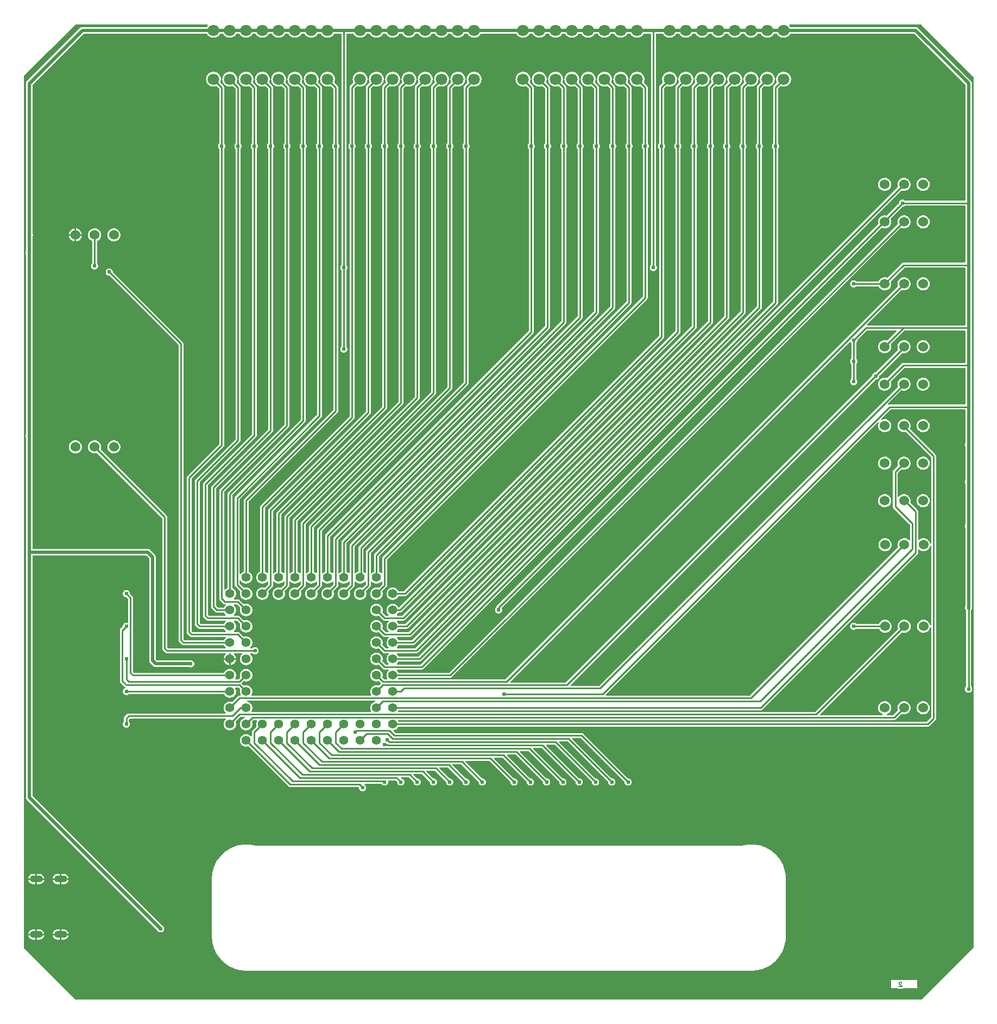
<source format=gbl>
G04 Layer: BottomLayer*
G04 EasyEDA v6.5.34, 2023-08-24 09:47:34*
G04 6bd15eb49b25482d8031a451c7c5e20c,5a6b42c53f6a479593ecc07194224c93,10*
G04 Gerber Generator version 0.2*
G04 Scale: 100 percent, Rotated: No, Reflected: No *
G04 Dimensions in millimeters *
G04 leading zeros omitted , absolute positions ,4 integer and 5 decimal *
%FSLAX45Y45*%
%MOMM*%

%ADD10C,0.1524*%
%ADD11C,0.2540*%
%ADD12C,0.5000*%
%ADD13O,1.9999959999999999X1.0999978000000001*%
%ADD14C,1.8000*%
%ADD15C,1.4224*%
%ADD16C,1.5240*%
%ADD17C,0.6096*%
%ADD18C,0.0187*%

%LPD*%
G36*
X6971792Y-6628892D02*
G01*
X6967880Y-6628130D01*
X6964578Y-6625894D01*
X6962394Y-6622643D01*
X6961631Y-6618731D01*
X6962394Y-6614820D01*
X6964578Y-6611569D01*
X11713565Y-1862582D01*
X11717274Y-1860194D01*
X11732768Y-1858873D01*
X11742267Y-1856333D01*
X11751157Y-1852218D01*
X11759234Y-1846580D01*
X11766143Y-1839620D01*
X11771782Y-1831593D01*
X11775948Y-1822653D01*
X11778488Y-1813204D01*
X11779808Y-1797710D01*
X11782145Y-1794002D01*
X12128398Y-1447749D01*
X12131192Y-1445768D01*
X12134494Y-1444802D01*
X12137948Y-1445056D01*
X12145670Y-1446885D01*
X12159234Y-1448257D01*
X12172848Y-1447800D01*
X12186310Y-1445514D01*
X12199315Y-1441500D01*
X12211710Y-1435760D01*
X12223191Y-1428394D01*
X12233605Y-1419606D01*
X12242749Y-1409496D01*
X12250470Y-1398270D01*
X12256617Y-1386078D01*
X12261088Y-1373174D01*
X12263780Y-1359814D01*
X12264694Y-1346200D01*
X12263780Y-1332636D01*
X12261088Y-1319276D01*
X12256617Y-1306372D01*
X12250470Y-1294180D01*
X12242749Y-1282954D01*
X12233605Y-1272844D01*
X12223191Y-1264056D01*
X12211710Y-1256690D01*
X12199315Y-1250950D01*
X12186310Y-1246936D01*
X12172848Y-1244650D01*
X12159234Y-1244193D01*
X12145670Y-1245565D01*
X12132360Y-1248714D01*
X12119660Y-1253642D01*
X12107672Y-1260195D01*
X12096699Y-1268272D01*
X12086894Y-1277721D01*
X12078462Y-1288440D01*
X12071502Y-1300175D01*
X12066168Y-1312722D01*
X12062561Y-1325880D01*
X12060783Y-1339392D01*
X12060783Y-1353058D01*
X12062561Y-1366570D01*
X12066168Y-1379728D01*
X12069775Y-1388160D01*
X12070588Y-1392072D01*
X12069826Y-1395984D01*
X12067590Y-1399336D01*
X11722201Y-1744725D01*
X11719306Y-1746757D01*
X11715902Y-1747672D01*
X11713210Y-1747926D01*
X11703710Y-1750466D01*
X11694820Y-1754581D01*
X11686743Y-1760220D01*
X11679834Y-1767179D01*
X11674195Y-1775206D01*
X11670030Y-1784146D01*
X11667490Y-1793595D01*
X11667236Y-1796338D01*
X11666321Y-1799742D01*
X11664340Y-1802638D01*
X6891832Y-6575094D01*
X6888530Y-6577330D01*
X6884619Y-6578092D01*
X6031992Y-6578092D01*
X6028131Y-6577330D01*
X6024829Y-6575094D01*
X6022594Y-6571843D01*
X6021832Y-6567931D01*
X6022594Y-6564020D01*
X6024829Y-6560769D01*
X11315141Y-1270406D01*
X11318849Y-1268069D01*
X11323218Y-1267460D01*
X11327434Y-1268831D01*
X11330686Y-1271828D01*
X11336934Y-1280820D01*
X11338509Y-1282395D01*
X11340693Y-1285697D01*
X11341506Y-1289608D01*
X11341506Y-1529791D01*
X11340693Y-1533702D01*
X11338509Y-1537004D01*
X11336934Y-1538579D01*
X11331295Y-1546606D01*
X11327130Y-1555546D01*
X11324590Y-1564995D01*
X11323726Y-1574800D01*
X11324590Y-1584604D01*
X11327130Y-1594053D01*
X11331295Y-1602994D01*
X11339830Y-1615033D01*
X11340642Y-1618945D01*
X11340642Y-1847291D01*
X11339830Y-1851202D01*
X11337645Y-1854504D01*
X11336070Y-1856079D01*
X11330432Y-1864106D01*
X11326266Y-1873046D01*
X11323726Y-1882495D01*
X11322862Y-1892300D01*
X11323726Y-1902104D01*
X11326266Y-1911553D01*
X11330432Y-1920493D01*
X11336070Y-1928520D01*
X11342979Y-1935480D01*
X11351056Y-1941118D01*
X11359946Y-1945233D01*
X11369446Y-1947773D01*
X11379200Y-1948637D01*
X11389004Y-1947773D01*
X11398504Y-1945233D01*
X11407394Y-1941118D01*
X11415420Y-1935480D01*
X11422380Y-1928520D01*
X11428018Y-1920493D01*
X11432184Y-1911553D01*
X11434724Y-1902104D01*
X11435537Y-1892300D01*
X11434724Y-1882495D01*
X11432184Y-1873046D01*
X11428018Y-1864106D01*
X11422380Y-1856079D01*
X11420805Y-1854504D01*
X11418620Y-1851202D01*
X11417858Y-1847342D01*
X11417858Y-1620672D01*
X11418620Y-1616760D01*
X11420805Y-1613458D01*
X11423243Y-1611020D01*
X11428882Y-1602994D01*
X11433048Y-1594053D01*
X11435588Y-1584604D01*
X11436451Y-1574800D01*
X11435588Y-1564995D01*
X11433048Y-1555546D01*
X11428882Y-1546606D01*
X11423243Y-1538579D01*
X11421668Y-1537004D01*
X11419484Y-1533702D01*
X11418722Y-1529791D01*
X11418722Y-1289608D01*
X11419484Y-1285697D01*
X11421668Y-1282395D01*
X11423243Y-1280820D01*
X11428882Y-1272794D01*
X11433048Y-1263853D01*
X11435588Y-1254404D01*
X11436299Y-1246327D01*
X11437213Y-1242923D01*
X11439245Y-1240028D01*
X11583568Y-1095705D01*
X11586870Y-1093470D01*
X11590782Y-1092708D01*
X12037060Y-1092708D01*
X12040920Y-1093470D01*
X12044222Y-1095705D01*
X12046458Y-1098956D01*
X12047220Y-1102868D01*
X12046458Y-1106779D01*
X12044222Y-1110030D01*
X11906707Y-1247597D01*
X11903710Y-1249629D01*
X11900154Y-1250543D01*
X11896547Y-1250086D01*
X11886285Y-1246936D01*
X11872823Y-1244650D01*
X11859209Y-1244193D01*
X11845645Y-1245565D01*
X11832386Y-1248714D01*
X11819636Y-1253642D01*
X11807698Y-1260195D01*
X11796725Y-1268272D01*
X11786920Y-1277721D01*
X11778437Y-1288440D01*
X11771528Y-1300175D01*
X11766194Y-1312722D01*
X11762587Y-1325880D01*
X11760758Y-1339392D01*
X11760758Y-1353058D01*
X11762587Y-1366570D01*
X11766194Y-1379728D01*
X11771528Y-1392275D01*
X11778437Y-1404010D01*
X11786920Y-1414678D01*
X11796725Y-1424178D01*
X11807698Y-1432255D01*
X11819636Y-1438808D01*
X11832386Y-1443736D01*
X11845645Y-1446885D01*
X11859209Y-1448257D01*
X11872823Y-1447800D01*
X11886285Y-1445514D01*
X11899341Y-1441500D01*
X11911685Y-1435760D01*
X11923166Y-1428394D01*
X11933580Y-1419606D01*
X11942724Y-1409496D01*
X11950446Y-1398270D01*
X11956592Y-1386078D01*
X11961063Y-1373174D01*
X11963806Y-1359814D01*
X11964720Y-1346200D01*
X11963806Y-1332636D01*
X11961063Y-1319276D01*
X11958828Y-1312773D01*
X11958269Y-1309014D01*
X11959132Y-1305356D01*
X11961266Y-1302258D01*
X12167819Y-1095705D01*
X12171121Y-1093470D01*
X12174982Y-1092708D01*
X13108838Y-1092708D01*
X13112750Y-1093470D01*
X13116051Y-1095705D01*
X13118236Y-1098956D01*
X13118998Y-1102868D01*
X13118998Y-1589532D01*
X13118236Y-1593443D01*
X13116051Y-1596694D01*
X13112750Y-1598930D01*
X13108838Y-1599692D01*
X12155271Y-1599692D01*
X12147245Y-1600504D01*
X12140031Y-1602689D01*
X12133376Y-1606245D01*
X12127128Y-1611376D01*
X11906707Y-1831797D01*
X11903710Y-1833829D01*
X11900154Y-1834743D01*
X11896547Y-1834286D01*
X11886285Y-1831136D01*
X11872823Y-1828850D01*
X11859209Y-1828393D01*
X11845645Y-1829765D01*
X11832386Y-1832914D01*
X11819636Y-1837842D01*
X11807698Y-1844395D01*
X11796725Y-1852472D01*
X11786920Y-1861921D01*
X11778437Y-1872640D01*
X11771528Y-1884375D01*
X11766194Y-1896922D01*
X11762587Y-1910080D01*
X11760758Y-1923592D01*
X11760758Y-1937257D01*
X11762587Y-1950770D01*
X11766194Y-1963928D01*
X11771528Y-1976475D01*
X11778437Y-1988210D01*
X11786920Y-1998878D01*
X11796725Y-2008378D01*
X11807698Y-2016455D01*
X11819636Y-2023008D01*
X11832386Y-2027936D01*
X11845645Y-2031085D01*
X11859209Y-2032457D01*
X11872823Y-2032000D01*
X11886285Y-2029714D01*
X11899341Y-2025700D01*
X11911685Y-2019960D01*
X11923166Y-2012594D01*
X11933580Y-2003806D01*
X11942724Y-1993696D01*
X11950446Y-1982470D01*
X11956592Y-1970278D01*
X11961063Y-1957374D01*
X11963806Y-1944014D01*
X11964720Y-1930400D01*
X11963806Y-1916836D01*
X11961063Y-1903475D01*
X11958828Y-1896973D01*
X11958269Y-1893214D01*
X11959132Y-1889556D01*
X11961266Y-1886457D01*
X12167819Y-1679905D01*
X12171121Y-1677670D01*
X12174982Y-1676907D01*
X13108838Y-1676907D01*
X13112750Y-1677670D01*
X13116051Y-1679905D01*
X13118236Y-1683156D01*
X13118998Y-1687068D01*
X13118998Y-2237232D01*
X13118236Y-2241143D01*
X13116051Y-2244394D01*
X13112750Y-2246630D01*
X13108838Y-2247392D01*
X11939371Y-2247392D01*
X11931345Y-2248204D01*
X11924385Y-2250287D01*
X11919915Y-2250643D01*
X11915800Y-2249017D01*
X11912701Y-2245817D01*
X11911330Y-2241550D01*
X11911888Y-2237130D01*
X11914225Y-2233371D01*
X12118543Y-2029053D01*
X12121794Y-2026920D01*
X12125553Y-2026107D01*
X12129414Y-2026767D01*
X12132360Y-2027936D01*
X12145670Y-2031085D01*
X12159234Y-2032457D01*
X12172848Y-2032000D01*
X12186310Y-2029714D01*
X12199315Y-2025700D01*
X12211710Y-2019960D01*
X12223191Y-2012594D01*
X12233605Y-2003806D01*
X12242749Y-1993696D01*
X12250470Y-1982470D01*
X12256617Y-1970278D01*
X12261088Y-1957374D01*
X12263780Y-1944014D01*
X12264694Y-1930400D01*
X12263780Y-1916836D01*
X12261088Y-1903475D01*
X12256617Y-1890572D01*
X12250470Y-1878380D01*
X12242749Y-1867154D01*
X12233605Y-1857044D01*
X12223191Y-1848256D01*
X12211710Y-1840890D01*
X12199315Y-1835150D01*
X12186310Y-1831136D01*
X12172848Y-1828850D01*
X12159234Y-1828393D01*
X12145670Y-1829765D01*
X12132360Y-1832914D01*
X12119660Y-1837842D01*
X12107672Y-1844395D01*
X12096699Y-1852472D01*
X12086894Y-1861921D01*
X12078462Y-1872640D01*
X12071502Y-1884375D01*
X12066168Y-1896922D01*
X12062561Y-1910080D01*
X12060783Y-1923592D01*
X12060783Y-1937257D01*
X12062561Y-1950770D01*
X12066422Y-1964740D01*
X12066778Y-1968246D01*
X12065863Y-1971700D01*
X12063831Y-1974596D01*
X7412532Y-6625894D01*
X7409230Y-6628130D01*
X7405319Y-6628892D01*
G37*

%LPC*%
G36*
X12459208Y-1448257D02*
G01*
X12472822Y-1447800D01*
X12486284Y-1445514D01*
X12499340Y-1441500D01*
X12511684Y-1435760D01*
X12523165Y-1428394D01*
X12533579Y-1419606D01*
X12542723Y-1409496D01*
X12550444Y-1398270D01*
X12556591Y-1386078D01*
X12561062Y-1373174D01*
X12563805Y-1359814D01*
X12564719Y-1346200D01*
X12563805Y-1332636D01*
X12561062Y-1319276D01*
X12556591Y-1306372D01*
X12550444Y-1294180D01*
X12542723Y-1282954D01*
X12533579Y-1272844D01*
X12523165Y-1264056D01*
X12511684Y-1256690D01*
X12499340Y-1250950D01*
X12486284Y-1246936D01*
X12472822Y-1244650D01*
X12459208Y-1244193D01*
X12445644Y-1245565D01*
X12432385Y-1248714D01*
X12419634Y-1253642D01*
X12407696Y-1260195D01*
X12396724Y-1268272D01*
X12386919Y-1277721D01*
X12378436Y-1288440D01*
X12371527Y-1300175D01*
X12366193Y-1312722D01*
X12362586Y-1325880D01*
X12360757Y-1339392D01*
X12360757Y-1353058D01*
X12362586Y-1366570D01*
X12366193Y-1379728D01*
X12371527Y-1392275D01*
X12378436Y-1404010D01*
X12386919Y-1414678D01*
X12396724Y-1424178D01*
X12407696Y-1432255D01*
X12419634Y-1438808D01*
X12432385Y-1443736D01*
X12445644Y-1446885D01*
G37*
G36*
X12459208Y-2032457D02*
G01*
X12472822Y-2032000D01*
X12486284Y-2029714D01*
X12499340Y-2025700D01*
X12511684Y-2019960D01*
X12523165Y-2012594D01*
X12533579Y-2003806D01*
X12542723Y-1993696D01*
X12550444Y-1982470D01*
X12556591Y-1970278D01*
X12561062Y-1957374D01*
X12563805Y-1944014D01*
X12564719Y-1930400D01*
X12563805Y-1916836D01*
X12561062Y-1903475D01*
X12556591Y-1890572D01*
X12550444Y-1878380D01*
X12542723Y-1867154D01*
X12533579Y-1857044D01*
X12523165Y-1848256D01*
X12511684Y-1840890D01*
X12499340Y-1835150D01*
X12486284Y-1831136D01*
X12472822Y-1828850D01*
X12459208Y-1828393D01*
X12445644Y-1829765D01*
X12432385Y-1832914D01*
X12419634Y-1837842D01*
X12407696Y-1844395D01*
X12396724Y-1852472D01*
X12386919Y-1861921D01*
X12378436Y-1872640D01*
X12371527Y-1884375D01*
X12366193Y-1896922D01*
X12362586Y-1910080D01*
X12360757Y-1923592D01*
X12360757Y-1937257D01*
X12362586Y-1950770D01*
X12366193Y-1963928D01*
X12371527Y-1976475D01*
X12378436Y-1988210D01*
X12386919Y-1998878D01*
X12396724Y-2008378D01*
X12407696Y-2016455D01*
X12419634Y-2023008D01*
X12432385Y-2027936D01*
X12445644Y-2031085D01*
G37*

%LPD*%
G36*
X1998929Y-7035292D02*
G01*
X1994865Y-7034428D01*
X1991512Y-7032091D01*
X1989328Y-7028535D01*
X1988769Y-7024420D01*
X1989886Y-7020458D01*
X1994814Y-7010958D01*
X1999284Y-6998462D01*
X2001977Y-6985508D01*
X2002891Y-6972300D01*
X2001977Y-6959092D01*
X1999284Y-6946138D01*
X1994814Y-6933641D01*
X1988769Y-6921906D01*
X1981098Y-6911086D01*
X1972056Y-6901383D01*
X1961794Y-6893052D01*
X1950516Y-6886143D01*
X1938324Y-6880859D01*
X1929688Y-6878472D01*
X1925980Y-6876542D01*
X1923389Y-6873341D01*
X1922272Y-6869379D01*
X1922830Y-6865264D01*
X1924964Y-6861708D01*
X1928368Y-6859371D01*
X1932432Y-6858508D01*
X3911295Y-6858508D01*
X3915359Y-6859371D01*
X3918762Y-6861708D01*
X3920896Y-6865264D01*
X3921455Y-6869379D01*
X3920337Y-6873341D01*
X3917746Y-6876542D01*
X3914038Y-6878472D01*
X3905402Y-6880859D01*
X3893210Y-6886143D01*
X3881932Y-6893052D01*
X3871671Y-6901383D01*
X3862628Y-6911086D01*
X3854958Y-6921906D01*
X3848912Y-6933641D01*
X3844442Y-6946138D01*
X3841750Y-6959092D01*
X3840835Y-6972300D01*
X3841750Y-6985508D01*
X3844442Y-6998462D01*
X3848912Y-7010958D01*
X3853840Y-7020458D01*
X3854958Y-7024420D01*
X3854399Y-7028535D01*
X3852214Y-7032091D01*
X3848862Y-7034428D01*
X3844798Y-7035292D01*
G37*

%LPD*%
G36*
X4287062Y-7187692D02*
G01*
X4283405Y-7187031D01*
X4280255Y-7185101D01*
X4278020Y-7182205D01*
X4275937Y-7178141D01*
X4274820Y-7174179D01*
X4275378Y-7170064D01*
X4277512Y-7166508D01*
X4280865Y-7164171D01*
X4284929Y-7163308D01*
X12009729Y-7163308D01*
X12017756Y-7162495D01*
X12024969Y-7160310D01*
X12031675Y-7156754D01*
X12037872Y-7151624D01*
X12118543Y-7070953D01*
X12121794Y-7068820D01*
X12125553Y-7068007D01*
X12129414Y-7068667D01*
X12132360Y-7069836D01*
X12145670Y-7072985D01*
X12159234Y-7074357D01*
X12172848Y-7073900D01*
X12186310Y-7071614D01*
X12199315Y-7067600D01*
X12211710Y-7061860D01*
X12223191Y-7054494D01*
X12233605Y-7045706D01*
X12242749Y-7035596D01*
X12250470Y-7024370D01*
X12256617Y-7012178D01*
X12261088Y-6999274D01*
X12263780Y-6985914D01*
X12264694Y-6972300D01*
X12263780Y-6958736D01*
X12261088Y-6945375D01*
X12256617Y-6932472D01*
X12250470Y-6920280D01*
X12242749Y-6909053D01*
X12233605Y-6898944D01*
X12223191Y-6890156D01*
X12211710Y-6882790D01*
X12199315Y-6877050D01*
X12186310Y-6873036D01*
X12172848Y-6870750D01*
X12159234Y-6870293D01*
X12145670Y-6871665D01*
X12132360Y-6874814D01*
X12119660Y-6879742D01*
X12107672Y-6886295D01*
X12096699Y-6894372D01*
X12086894Y-6903821D01*
X12078462Y-6914540D01*
X12071502Y-6926275D01*
X12066168Y-6938822D01*
X12062561Y-6951980D01*
X12060783Y-6965492D01*
X12060783Y-6979158D01*
X12062561Y-6992670D01*
X12066422Y-7006640D01*
X12066778Y-7010146D01*
X12065863Y-7013600D01*
X12063831Y-7016496D01*
X11997232Y-7083094D01*
X11993930Y-7085330D01*
X11990019Y-7086092D01*
X11905488Y-7086092D01*
X11901627Y-7085330D01*
X11898376Y-7083196D01*
X11896140Y-7079996D01*
X11895328Y-7076186D01*
X11895988Y-7072325D01*
X11898020Y-7069023D01*
X11901170Y-7066737D01*
X11911685Y-7061860D01*
X11923166Y-7054494D01*
X11933580Y-7045706D01*
X11942724Y-7035596D01*
X11950446Y-7024370D01*
X11956592Y-7012178D01*
X11961063Y-6999274D01*
X11963806Y-6985914D01*
X11964720Y-6972300D01*
X11963806Y-6958736D01*
X11961063Y-6945375D01*
X11956592Y-6932472D01*
X11950446Y-6920280D01*
X11942724Y-6909053D01*
X11933580Y-6898944D01*
X11923166Y-6890156D01*
X11911685Y-6882790D01*
X11899341Y-6877050D01*
X11886285Y-6873036D01*
X11872823Y-6870750D01*
X11859209Y-6870293D01*
X11845645Y-6871665D01*
X11832386Y-6874814D01*
X11819636Y-6879742D01*
X11807698Y-6886295D01*
X11796725Y-6894372D01*
X11786920Y-6903821D01*
X11778437Y-6914540D01*
X11771528Y-6926275D01*
X11766194Y-6938822D01*
X11762587Y-6951980D01*
X11760758Y-6965492D01*
X11760758Y-6979158D01*
X11762587Y-6992670D01*
X11766194Y-7005828D01*
X11771528Y-7018375D01*
X11778437Y-7030110D01*
X11786920Y-7040778D01*
X11796725Y-7050278D01*
X11807698Y-7058355D01*
X11819636Y-7064908D01*
X11823598Y-7066432D01*
X11827002Y-7068616D01*
X11829288Y-7071868D01*
X11830151Y-7075779D01*
X11829389Y-7079742D01*
X11827205Y-7083044D01*
X11823903Y-7085330D01*
X11819991Y-7086092D01*
X10862818Y-7086092D01*
X10858906Y-7085330D01*
X10855604Y-7083094D01*
X10853420Y-7079843D01*
X10852658Y-7075931D01*
X10853420Y-7072020D01*
X10855604Y-7068769D01*
X12123420Y-5800953D01*
X12126417Y-5798870D01*
X12129973Y-5797956D01*
X12133630Y-5798413D01*
X12143841Y-5801563D01*
X12157303Y-5803849D01*
X12170918Y-5804306D01*
X12184481Y-5802934D01*
X12197740Y-5799785D01*
X12210491Y-5794857D01*
X12222429Y-5788304D01*
X12233402Y-5780227D01*
X12243206Y-5770778D01*
X12251690Y-5760059D01*
X12258598Y-5748324D01*
X12263932Y-5735777D01*
X12267539Y-5722620D01*
X12269368Y-5709107D01*
X12269368Y-5695442D01*
X12267539Y-5681929D01*
X12263932Y-5668772D01*
X12258598Y-5656224D01*
X12251690Y-5644489D01*
X12243206Y-5633821D01*
X12233402Y-5624322D01*
X12222429Y-5616244D01*
X12210491Y-5609691D01*
X12197740Y-5604764D01*
X12184481Y-5601614D01*
X12170918Y-5600242D01*
X12157303Y-5600700D01*
X12143841Y-5602986D01*
X12130836Y-5606999D01*
X12118441Y-5612739D01*
X12106960Y-5620105D01*
X12096546Y-5628894D01*
X12087402Y-5639003D01*
X12079681Y-5650230D01*
X12073534Y-5662422D01*
X12069064Y-5675325D01*
X12066320Y-5688685D01*
X12065406Y-5702300D01*
X12066320Y-5715863D01*
X12069064Y-5729224D01*
X12071299Y-5735777D01*
X12071858Y-5739485D01*
X12070994Y-5743143D01*
X12068911Y-5746292D01*
X10782858Y-7032294D01*
X10779556Y-7034530D01*
X10775645Y-7035292D01*
X4284929Y-7035292D01*
X4280865Y-7034428D01*
X4277512Y-7032091D01*
X4275328Y-7028535D01*
X4274769Y-7024420D01*
X4275886Y-7020458D01*
X4278020Y-7016394D01*
X4280255Y-7013498D01*
X4283405Y-7011568D01*
X4287012Y-7010908D01*
X9930993Y-7010908D01*
X9939020Y-7010095D01*
X9946233Y-7007910D01*
X9952939Y-7004354D01*
X9959136Y-6999224D01*
X12372187Y-4586173D01*
X12377318Y-4579975D01*
X12380874Y-4573270D01*
X12383058Y-4566056D01*
X12383871Y-4558030D01*
X12383871Y-4517186D01*
X12384633Y-4513326D01*
X12386818Y-4510024D01*
X12390069Y-4507839D01*
X12393930Y-4507026D01*
X12397790Y-4507738D01*
X12412472Y-4518355D01*
X12424460Y-4524908D01*
X12437160Y-4529836D01*
X12450470Y-4532985D01*
X12464034Y-4534357D01*
X12477648Y-4533900D01*
X12491110Y-4531614D01*
X12504115Y-4527600D01*
X12516510Y-4521860D01*
X12527991Y-4514494D01*
X12538405Y-4505706D01*
X12547549Y-4495596D01*
X12555270Y-4484370D01*
X12561417Y-4472178D01*
X12565938Y-4459020D01*
X12567615Y-4455109D01*
X12570764Y-4452264D01*
X12574778Y-4450943D01*
X12578994Y-4451350D01*
X12582652Y-4453483D01*
X12585192Y-4456887D01*
X12586055Y-4461052D01*
X12586055Y-5673598D01*
X12585192Y-5677763D01*
X12582652Y-5681167D01*
X12578994Y-5683300D01*
X12574778Y-5683707D01*
X12570764Y-5682386D01*
X12567615Y-5679490D01*
X12565888Y-5675376D01*
X12561417Y-5662472D01*
X12555270Y-5650280D01*
X12547549Y-5639054D01*
X12538405Y-5628944D01*
X12527991Y-5620156D01*
X12516510Y-5612790D01*
X12504115Y-5607050D01*
X12491110Y-5603036D01*
X12477648Y-5600750D01*
X12464034Y-5600293D01*
X12450470Y-5601665D01*
X12437160Y-5604814D01*
X12424460Y-5609742D01*
X12412472Y-5616295D01*
X12401499Y-5624372D01*
X12391694Y-5633821D01*
X12383262Y-5644540D01*
X12376302Y-5656275D01*
X12370968Y-5668822D01*
X12367361Y-5681980D01*
X12365583Y-5695492D01*
X12365583Y-5709158D01*
X12367361Y-5722670D01*
X12370968Y-5735828D01*
X12376302Y-5748375D01*
X12383262Y-5760110D01*
X12391694Y-5770778D01*
X12401499Y-5780278D01*
X12412472Y-5788355D01*
X12424460Y-5794908D01*
X12437160Y-5799836D01*
X12450470Y-5802985D01*
X12464034Y-5804357D01*
X12477648Y-5803900D01*
X12491110Y-5801614D01*
X12504115Y-5797600D01*
X12516510Y-5791860D01*
X12527991Y-5784494D01*
X12538405Y-5775706D01*
X12547549Y-5765596D01*
X12555270Y-5754370D01*
X12561417Y-5742178D01*
X12565938Y-5729020D01*
X12567615Y-5725109D01*
X12570764Y-5722264D01*
X12574778Y-5720943D01*
X12578994Y-5721350D01*
X12582652Y-5723483D01*
X12585192Y-5726887D01*
X12586055Y-5731052D01*
X12586055Y-7117181D01*
X12585293Y-7121093D01*
X12583058Y-7124395D01*
X12522758Y-7184694D01*
X12519456Y-7186930D01*
X12515545Y-7187692D01*
G37*

%LPC*%
G36*
X11864035Y-5804357D02*
G01*
X11877649Y-5803900D01*
X11891111Y-5801614D01*
X11904116Y-5797600D01*
X11916511Y-5791860D01*
X11927992Y-5784494D01*
X11938406Y-5775706D01*
X11947550Y-5765596D01*
X11955272Y-5754370D01*
X11961418Y-5742178D01*
X11965889Y-5729274D01*
X11968581Y-5715914D01*
X11969496Y-5702300D01*
X11968581Y-5688736D01*
X11965889Y-5675376D01*
X11961418Y-5662472D01*
X11955272Y-5650280D01*
X11947550Y-5639054D01*
X11938406Y-5628944D01*
X11927992Y-5620156D01*
X11916511Y-5612790D01*
X11904116Y-5607050D01*
X11891111Y-5603036D01*
X11877649Y-5600750D01*
X11864035Y-5600293D01*
X11850471Y-5601665D01*
X11837162Y-5604814D01*
X11824462Y-5609742D01*
X11812473Y-5616295D01*
X11801500Y-5624372D01*
X11791696Y-5633821D01*
X11783263Y-5644540D01*
X11773611Y-5660745D01*
X11770309Y-5662930D01*
X11766448Y-5663692D01*
X11424208Y-5663692D01*
X11420297Y-5662930D01*
X11416995Y-5660694D01*
X11415420Y-5659120D01*
X11407394Y-5653481D01*
X11398504Y-5649366D01*
X11389004Y-5646826D01*
X11379200Y-5645962D01*
X11369446Y-5646826D01*
X11359946Y-5649366D01*
X11351056Y-5653481D01*
X11342979Y-5659120D01*
X11336070Y-5666079D01*
X11330432Y-5674106D01*
X11326266Y-5683046D01*
X11323726Y-5692495D01*
X11322862Y-5702300D01*
X11323726Y-5712104D01*
X11326266Y-5721553D01*
X11330432Y-5730494D01*
X11336070Y-5738520D01*
X11342979Y-5745480D01*
X11351056Y-5751118D01*
X11359946Y-5755233D01*
X11369446Y-5757773D01*
X11379200Y-5758637D01*
X11389004Y-5757773D01*
X11398504Y-5755233D01*
X11407394Y-5751118D01*
X11415420Y-5745480D01*
X11416995Y-5743905D01*
X11420297Y-5741670D01*
X11424208Y-5740908D01*
X11766397Y-5740908D01*
X11770309Y-5741670D01*
X11773560Y-5743854D01*
X11783263Y-5760110D01*
X11791696Y-5770778D01*
X11801500Y-5780278D01*
X11812473Y-5788355D01*
X11824462Y-5794908D01*
X11837162Y-5799836D01*
X11850471Y-5802985D01*
G37*
G36*
X12459208Y-7074357D02*
G01*
X12472822Y-7073900D01*
X12486284Y-7071614D01*
X12499340Y-7067600D01*
X12511684Y-7061860D01*
X12523165Y-7054494D01*
X12533579Y-7045706D01*
X12542723Y-7035596D01*
X12550444Y-7024370D01*
X12556591Y-7012178D01*
X12561062Y-6999274D01*
X12563805Y-6985914D01*
X12564719Y-6972300D01*
X12563805Y-6958736D01*
X12561062Y-6945375D01*
X12556591Y-6932472D01*
X12550444Y-6920280D01*
X12542723Y-6909053D01*
X12533579Y-6898944D01*
X12523165Y-6890156D01*
X12511684Y-6882790D01*
X12499340Y-6877050D01*
X12486284Y-6873036D01*
X12472822Y-6870750D01*
X12459208Y-6870293D01*
X12445644Y-6871665D01*
X12432385Y-6874814D01*
X12419634Y-6879742D01*
X12407696Y-6886295D01*
X12396724Y-6894372D01*
X12386919Y-6903821D01*
X12378436Y-6914540D01*
X12371527Y-6926275D01*
X12366193Y-6938822D01*
X12362586Y-6951980D01*
X12360757Y-6965492D01*
X12360757Y-6979158D01*
X12362586Y-6992670D01*
X12366193Y-7005828D01*
X12371527Y-7018375D01*
X12378436Y-7030110D01*
X12386919Y-7040778D01*
X12396724Y-7050278D01*
X12407696Y-7058355D01*
X12419634Y-7064908D01*
X12432385Y-7069836D01*
X12445644Y-7072985D01*
G37*

%LPD*%
G36*
X-746201Y-11518392D02*
G01*
X-750062Y-11517630D01*
X-753364Y-11515394D01*
X-1557731Y-10711027D01*
X-1559966Y-10707725D01*
X-1560728Y-10703864D01*
X-1560728Y2870047D01*
X-1559915Y2874010D01*
X-1557680Y2877312D01*
X-753516Y3666896D01*
X-750214Y3669029D01*
X-746404Y3669792D01*
X1299311Y3669792D01*
X1303020Y3669080D01*
X1306220Y3667048D01*
X1308506Y3663950D01*
X1309420Y3660292D01*
X1308963Y3656482D01*
X1307134Y3653180D01*
X1304086Y3649522D01*
X1296162Y3637026D01*
X1293926Y3634486D01*
X1290929Y3632860D01*
X1287576Y3632301D01*
X-646633Y3632301D01*
X-651256Y3632098D01*
X-655675Y3631539D01*
X-659993Y3630574D01*
X-664260Y3629253D01*
X-668324Y3627526D01*
X-672287Y3625494D01*
X-676046Y3623106D01*
X-679551Y3620414D01*
X-683006Y3617264D01*
X-1513027Y2787243D01*
X-1516176Y2783789D01*
X-1518869Y2780284D01*
X-1521256Y2776524D01*
X-1523288Y2772562D01*
X-1525016Y2768498D01*
X-1526336Y2764231D01*
X-1527302Y2759913D01*
X-1527860Y2755493D01*
X-1528064Y2750870D01*
X-1528064Y407212D01*
X-1528673Y403504D01*
X-1529537Y393700D01*
X-1528673Y383895D01*
X-1528064Y380187D01*
X-1528064Y140208D01*
X-1528978Y135890D01*
X-1530096Y133553D01*
X-1532636Y124104D01*
X-1533499Y114300D01*
X-1532636Y104495D01*
X-1530096Y95046D01*
X-1528978Y92710D01*
X-1528064Y88392D01*
X-1528064Y-2704541D01*
X-1528978Y-2708808D01*
X-1530096Y-2711246D01*
X-1532636Y-2720695D01*
X-1533499Y-2730500D01*
X-1532636Y-2740304D01*
X-1530096Y-2749753D01*
X-1529029Y-2752090D01*
X-1528064Y-2756408D01*
X-1528064Y-8364270D01*
X-1527860Y-8368893D01*
X-1527302Y-8373313D01*
X-1526336Y-8377631D01*
X-1525016Y-8381898D01*
X-1523288Y-8385962D01*
X-1521256Y-8389924D01*
X-1518869Y-8393684D01*
X-1516176Y-8397189D01*
X-1513027Y-8400643D01*
X518007Y-10431627D01*
X520039Y-10434523D01*
X523595Y-10442194D01*
X529234Y-10450220D01*
X536143Y-10457180D01*
X544220Y-10462818D01*
X553110Y-10466933D01*
X562610Y-10469473D01*
X572414Y-10470337D01*
X582168Y-10469473D01*
X591667Y-10466933D01*
X600557Y-10462818D01*
X608634Y-10457180D01*
X615543Y-10450220D01*
X621182Y-10442194D01*
X625348Y-10433253D01*
X627888Y-10423804D01*
X628751Y-10414000D01*
X627888Y-10404195D01*
X625348Y-10394746D01*
X621182Y-10385806D01*
X615543Y-10377779D01*
X608634Y-10370820D01*
X600557Y-10365181D01*
X592785Y-10361574D01*
X589940Y-10359542D01*
X-1423263Y-8346338D01*
X-1425498Y-8343087D01*
X-1426260Y-8339175D01*
X-1426260Y-4607661D01*
X-1425498Y-4603800D01*
X-1423263Y-4600498D01*
X-1419961Y-4598263D01*
X-1416100Y-4597501D01*
X343865Y-4597501D01*
X347776Y-4598263D01*
X351028Y-4600498D01*
X391464Y-4640935D01*
X393700Y-4644186D01*
X394462Y-4648098D01*
X394462Y-6235496D01*
X394665Y-6240119D01*
X395224Y-6244539D01*
X396189Y-6248857D01*
X397510Y-6253124D01*
X399237Y-6257188D01*
X401269Y-6261150D01*
X403656Y-6264910D01*
X406349Y-6268415D01*
X409498Y-6271869D01*
X459993Y-6322364D01*
X463448Y-6325514D01*
X466953Y-6328206D01*
X470712Y-6330594D01*
X474675Y-6332626D01*
X478739Y-6334353D01*
X483006Y-6335674D01*
X487324Y-6336639D01*
X491743Y-6337198D01*
X496366Y-6337401D01*
X1016355Y-6337401D01*
X1020673Y-6338366D01*
X1023010Y-6339433D01*
X1032459Y-6341973D01*
X1042263Y-6342837D01*
X1052068Y-6341973D01*
X1061516Y-6339433D01*
X1070457Y-6335318D01*
X1078484Y-6329680D01*
X1085443Y-6322720D01*
X1091082Y-6314694D01*
X1095197Y-6305753D01*
X1097737Y-6296304D01*
X1098600Y-6286500D01*
X1097737Y-6276695D01*
X1095197Y-6267246D01*
X1091082Y-6258306D01*
X1085443Y-6250279D01*
X1078484Y-6243320D01*
X1070457Y-6237681D01*
X1061516Y-6233566D01*
X1052068Y-6231026D01*
X1042263Y-6230162D01*
X1032459Y-6231026D01*
X1023010Y-6233566D01*
X1020673Y-6234633D01*
X1016355Y-6235598D01*
X521462Y-6235598D01*
X517550Y-6234836D01*
X514299Y-6232601D01*
X499262Y-6217564D01*
X497027Y-6214313D01*
X496265Y-6210401D01*
X496265Y-4623003D01*
X496062Y-4618380D01*
X495503Y-4613960D01*
X494538Y-4609642D01*
X493217Y-4605375D01*
X491490Y-4601311D01*
X489458Y-4597349D01*
X487070Y-4593590D01*
X484378Y-4590084D01*
X481228Y-4586630D01*
X405333Y-4510735D01*
X401878Y-4507585D01*
X398373Y-4504893D01*
X394614Y-4502505D01*
X390652Y-4500473D01*
X386588Y-4498746D01*
X382320Y-4497425D01*
X378002Y-4496460D01*
X373583Y-4495901D01*
X368960Y-4495698D01*
X-1416100Y-4495698D01*
X-1419961Y-4494936D01*
X-1423263Y-4492701D01*
X-1425498Y-4489399D01*
X-1426260Y-4485538D01*
X-1426260Y-2756408D01*
X-1425295Y-2752090D01*
X-1424228Y-2749753D01*
X-1421688Y-2740304D01*
X-1420825Y-2730500D01*
X-1421688Y-2720695D01*
X-1424228Y-2711246D01*
X-1425295Y-2708960D01*
X-1426210Y-2704642D01*
X-1426210Y88392D01*
X-1425295Y92710D01*
X-1424178Y95046D01*
X-1421638Y104495D01*
X-1420774Y114300D01*
X-1421638Y124104D01*
X-1424178Y133553D01*
X-1425295Y135890D01*
X-1426210Y140208D01*
X-1426210Y359714D01*
X-1425752Y362762D01*
X-1420215Y374446D01*
X-1417675Y383895D01*
X-1416862Y393700D01*
X-1417675Y403504D01*
X-1420215Y412953D01*
X-1425752Y424637D01*
X-1426210Y427685D01*
X-1426260Y2725775D01*
X-1425498Y2729687D01*
X-1423263Y2732938D01*
X-628700Y3527501D01*
X-625449Y3529736D01*
X-621538Y3530498D01*
X1287576Y3530498D01*
X1290929Y3529939D01*
X1293926Y3528314D01*
X1296162Y3525774D01*
X1304086Y3513277D01*
X1313383Y3502050D01*
X1324000Y3492093D01*
X1335786Y3483559D01*
X1348536Y3476548D01*
X1362049Y3471164D01*
X1376172Y3467557D01*
X1390599Y3465728D01*
X1405128Y3465728D01*
X1419555Y3467557D01*
X1433677Y3471164D01*
X1447190Y3476548D01*
X1459941Y3483559D01*
X1471726Y3492093D01*
X1482344Y3502050D01*
X1491640Y3513277D01*
X1499565Y3525774D01*
X1501800Y3528314D01*
X1504797Y3529939D01*
X1508150Y3530498D01*
X1541576Y3530498D01*
X1544929Y3529939D01*
X1547926Y3528314D01*
X1550162Y3525774D01*
X1558086Y3513277D01*
X1567383Y3502050D01*
X1578000Y3492093D01*
X1589786Y3483559D01*
X1602536Y3476548D01*
X1616049Y3471164D01*
X1630172Y3467557D01*
X1644599Y3465728D01*
X1659128Y3465728D01*
X1673555Y3467557D01*
X1687677Y3471164D01*
X1701190Y3476548D01*
X1713941Y3483559D01*
X1725726Y3492093D01*
X1736343Y3502050D01*
X1745640Y3513277D01*
X1753565Y3525774D01*
X1755800Y3528314D01*
X1758797Y3529939D01*
X1762150Y3530498D01*
X1795576Y3530498D01*
X1798929Y3529939D01*
X1801926Y3528314D01*
X1804162Y3525774D01*
X1812086Y3513277D01*
X1821383Y3502050D01*
X1832000Y3492093D01*
X1843786Y3483559D01*
X1856536Y3476548D01*
X1870049Y3471164D01*
X1884172Y3467557D01*
X1898599Y3465728D01*
X1913128Y3465728D01*
X1927555Y3467557D01*
X1941677Y3471164D01*
X1955190Y3476548D01*
X1967941Y3483559D01*
X1979726Y3492093D01*
X1990343Y3502050D01*
X1999640Y3513277D01*
X2007565Y3525774D01*
X2009800Y3528314D01*
X2012797Y3529939D01*
X2016150Y3530498D01*
X2049576Y3530498D01*
X2052929Y3529939D01*
X2055926Y3528314D01*
X2058162Y3525774D01*
X2066086Y3513277D01*
X2075383Y3502050D01*
X2086000Y3492093D01*
X2097786Y3483559D01*
X2110536Y3476548D01*
X2124049Y3471164D01*
X2138172Y3467557D01*
X2152599Y3465728D01*
X2167128Y3465728D01*
X2181555Y3467557D01*
X2195677Y3471164D01*
X2209190Y3476548D01*
X2221941Y3483559D01*
X2233726Y3492093D01*
X2244344Y3502050D01*
X2253640Y3513277D01*
X2261565Y3525774D01*
X2263800Y3528314D01*
X2266797Y3529939D01*
X2270150Y3530498D01*
X2303576Y3530498D01*
X2306929Y3529939D01*
X2309926Y3528314D01*
X2312162Y3525774D01*
X2320086Y3513277D01*
X2329383Y3502050D01*
X2340000Y3492093D01*
X2351786Y3483559D01*
X2364536Y3476548D01*
X2378049Y3471164D01*
X2392172Y3467557D01*
X2406599Y3465728D01*
X2421128Y3465728D01*
X2435555Y3467557D01*
X2449677Y3471164D01*
X2463190Y3476548D01*
X2475941Y3483559D01*
X2487726Y3492093D01*
X2498344Y3502050D01*
X2507640Y3513277D01*
X2515565Y3525774D01*
X2517800Y3528314D01*
X2520797Y3529939D01*
X2524150Y3530498D01*
X2557576Y3530498D01*
X2560929Y3529939D01*
X2563926Y3528314D01*
X2566162Y3525774D01*
X2574086Y3513277D01*
X2583383Y3502050D01*
X2594000Y3492093D01*
X2605786Y3483559D01*
X2618536Y3476548D01*
X2632049Y3471164D01*
X2646172Y3467557D01*
X2660599Y3465728D01*
X2675128Y3465728D01*
X2689555Y3467557D01*
X2703677Y3471164D01*
X2717190Y3476548D01*
X2729941Y3483559D01*
X2741726Y3492093D01*
X2752344Y3502050D01*
X2761640Y3513277D01*
X2769565Y3525774D01*
X2771800Y3528314D01*
X2774797Y3529939D01*
X2778150Y3530498D01*
X2811576Y3530498D01*
X2814929Y3529939D01*
X2817926Y3528314D01*
X2820162Y3525774D01*
X2828086Y3513277D01*
X2837383Y3502050D01*
X2848000Y3492093D01*
X2859786Y3483559D01*
X2872536Y3476548D01*
X2886049Y3471164D01*
X2900172Y3467557D01*
X2914599Y3465728D01*
X2929128Y3465728D01*
X2943555Y3467557D01*
X2957677Y3471164D01*
X2971190Y3476548D01*
X2983941Y3483559D01*
X2995726Y3492093D01*
X3006344Y3502050D01*
X3015640Y3513277D01*
X3023565Y3525774D01*
X3025800Y3528314D01*
X3028797Y3529939D01*
X3032150Y3530498D01*
X3065576Y3530498D01*
X3068929Y3529939D01*
X3071926Y3528314D01*
X3074162Y3525774D01*
X3082086Y3513277D01*
X3091383Y3502050D01*
X3102000Y3492093D01*
X3113786Y3483559D01*
X3126536Y3476548D01*
X3140049Y3471164D01*
X3154172Y3467557D01*
X3168599Y3465728D01*
X3183128Y3465728D01*
X3197555Y3467557D01*
X3211677Y3471164D01*
X3225190Y3476548D01*
X3237941Y3483559D01*
X3249726Y3492093D01*
X3260344Y3502050D01*
X3269640Y3513277D01*
X3277565Y3525774D01*
X3279800Y3528314D01*
X3282797Y3529939D01*
X3286150Y3530498D01*
X3381095Y3530498D01*
X3385007Y3529736D01*
X3388309Y3527501D01*
X3390493Y3524250D01*
X3391255Y3520338D01*
X3391306Y-69291D01*
X3390493Y-73202D01*
X3388309Y-76504D01*
X3386734Y-78079D01*
X3381095Y-86106D01*
X3376929Y-95046D01*
X3374390Y-104495D01*
X3373526Y-114300D01*
X3374390Y-124104D01*
X3376929Y-133553D01*
X3381095Y-142494D01*
X3386734Y-150520D01*
X3388309Y-152095D01*
X3390493Y-155397D01*
X3391306Y-159308D01*
X3391306Y-1339291D01*
X3390493Y-1343202D01*
X3388309Y-1346504D01*
X3386734Y-1348079D01*
X3381095Y-1356106D01*
X3376929Y-1365046D01*
X3374390Y-1374495D01*
X3373526Y-1384300D01*
X3374390Y-1394104D01*
X3376929Y-1403553D01*
X3381095Y-1412494D01*
X3386734Y-1420520D01*
X3393643Y-1427480D01*
X3401720Y-1433118D01*
X3410610Y-1437233D01*
X3420110Y-1439773D01*
X3429863Y-1440637D01*
X3439668Y-1439773D01*
X3449167Y-1437233D01*
X3458057Y-1433118D01*
X3466084Y-1427480D01*
X3473043Y-1420520D01*
X3478682Y-1412494D01*
X3482848Y-1403553D01*
X3485387Y-1394104D01*
X3486200Y-1384300D01*
X3485387Y-1374495D01*
X3482848Y-1365046D01*
X3478682Y-1356106D01*
X3473043Y-1348079D01*
X3471468Y-1346504D01*
X3469284Y-1343202D01*
X3468522Y-1339342D01*
X3468522Y-159308D01*
X3469284Y-155397D01*
X3471468Y-152095D01*
X3473043Y-150520D01*
X3478682Y-142494D01*
X3482848Y-133553D01*
X3485387Y-124104D01*
X3486251Y-114300D01*
X3485387Y-104495D01*
X3482848Y-95046D01*
X3478682Y-86106D01*
X3473043Y-78079D01*
X3471468Y-76504D01*
X3469284Y-73202D01*
X3468522Y-69291D01*
X3468471Y3520338D01*
X3469233Y3524250D01*
X3471468Y3527501D01*
X3474770Y3529736D01*
X3478631Y3530498D01*
X3573576Y3530498D01*
X3576929Y3529939D01*
X3579926Y3528314D01*
X3582162Y3525774D01*
X3590086Y3513277D01*
X3599383Y3502050D01*
X3610000Y3492093D01*
X3621786Y3483559D01*
X3634536Y3476548D01*
X3648049Y3471164D01*
X3662172Y3467557D01*
X3676599Y3465728D01*
X3691128Y3465728D01*
X3705555Y3467557D01*
X3719677Y3471164D01*
X3733190Y3476548D01*
X3745941Y3483559D01*
X3757726Y3492093D01*
X3768344Y3502050D01*
X3777640Y3513277D01*
X3785565Y3525774D01*
X3787800Y3528314D01*
X3790797Y3529939D01*
X3794150Y3530498D01*
X3827576Y3530498D01*
X3830929Y3529939D01*
X3833926Y3528314D01*
X3836162Y3525774D01*
X3844086Y3513277D01*
X3853383Y3502050D01*
X3864000Y3492093D01*
X3875786Y3483559D01*
X3888536Y3476548D01*
X3902049Y3471164D01*
X3916172Y3467557D01*
X3930599Y3465728D01*
X3945128Y3465728D01*
X3959555Y3467557D01*
X3973677Y3471164D01*
X3987190Y3476548D01*
X3999941Y3483559D01*
X4011726Y3492093D01*
X4022344Y3502050D01*
X4031640Y3513277D01*
X4039565Y3525774D01*
X4041800Y3528314D01*
X4044797Y3529939D01*
X4048150Y3530498D01*
X4081576Y3530498D01*
X4084929Y3529939D01*
X4087926Y3528314D01*
X4090162Y3525774D01*
X4098086Y3513277D01*
X4107383Y3502050D01*
X4118000Y3492093D01*
X4129786Y3483559D01*
X4142536Y3476548D01*
X4156049Y3471164D01*
X4170172Y3467557D01*
X4184599Y3465728D01*
X4199128Y3465728D01*
X4213555Y3467557D01*
X4227677Y3471164D01*
X4241190Y3476548D01*
X4253941Y3483559D01*
X4265726Y3492093D01*
X4276344Y3502050D01*
X4285640Y3513277D01*
X4293565Y3525774D01*
X4295800Y3528314D01*
X4298797Y3529939D01*
X4302150Y3530498D01*
X4335576Y3530498D01*
X4338929Y3529939D01*
X4341926Y3528314D01*
X4344162Y3525774D01*
X4352086Y3513277D01*
X4361383Y3502050D01*
X4372000Y3492093D01*
X4383786Y3483559D01*
X4396536Y3476548D01*
X4410049Y3471164D01*
X4424172Y3467557D01*
X4438599Y3465728D01*
X4453128Y3465728D01*
X4467555Y3467557D01*
X4481677Y3471164D01*
X4495190Y3476548D01*
X4507941Y3483559D01*
X4519726Y3492093D01*
X4530344Y3502050D01*
X4539640Y3513277D01*
X4547565Y3525774D01*
X4549800Y3528314D01*
X4552797Y3529939D01*
X4556150Y3530498D01*
X4589576Y3530498D01*
X4592929Y3529939D01*
X4595926Y3528314D01*
X4598162Y3525774D01*
X4606086Y3513277D01*
X4615383Y3502050D01*
X4626000Y3492093D01*
X4637786Y3483559D01*
X4650536Y3476548D01*
X4664049Y3471164D01*
X4678172Y3467557D01*
X4692599Y3465728D01*
X4707128Y3465728D01*
X4721555Y3467557D01*
X4735677Y3471164D01*
X4749190Y3476548D01*
X4761941Y3483559D01*
X4773726Y3492093D01*
X4784344Y3502050D01*
X4793640Y3513277D01*
X4801565Y3525774D01*
X4803800Y3528314D01*
X4806797Y3529939D01*
X4810150Y3530498D01*
X4843576Y3530498D01*
X4846929Y3529939D01*
X4849926Y3528314D01*
X4852162Y3525774D01*
X4860086Y3513277D01*
X4869383Y3502050D01*
X4880000Y3492093D01*
X4891786Y3483559D01*
X4904536Y3476548D01*
X4918049Y3471164D01*
X4932172Y3467557D01*
X4946599Y3465728D01*
X4961128Y3465728D01*
X4975555Y3467557D01*
X4989677Y3471164D01*
X5003190Y3476548D01*
X5015941Y3483559D01*
X5027726Y3492093D01*
X5038344Y3502050D01*
X5047640Y3513277D01*
X5055565Y3525774D01*
X5057800Y3528314D01*
X5060797Y3529939D01*
X5064150Y3530498D01*
X5097576Y3530498D01*
X5100929Y3529939D01*
X5103926Y3528314D01*
X5106162Y3525774D01*
X5114086Y3513277D01*
X5123383Y3502050D01*
X5134000Y3492093D01*
X5145786Y3483559D01*
X5158536Y3476548D01*
X5172049Y3471164D01*
X5186172Y3467557D01*
X5200599Y3465728D01*
X5215128Y3465728D01*
X5229555Y3467557D01*
X5243677Y3471164D01*
X5257190Y3476548D01*
X5269941Y3483559D01*
X5281726Y3492093D01*
X5292344Y3502050D01*
X5301640Y3513277D01*
X5309565Y3525774D01*
X5311800Y3528314D01*
X5314797Y3529939D01*
X5318150Y3530498D01*
X5351576Y3530498D01*
X5354929Y3529939D01*
X5357926Y3528314D01*
X5360162Y3525774D01*
X5368086Y3513277D01*
X5377383Y3502050D01*
X5388000Y3492093D01*
X5399786Y3483559D01*
X5412536Y3476548D01*
X5426049Y3471164D01*
X5440172Y3467557D01*
X5454599Y3465728D01*
X5469128Y3465728D01*
X5483555Y3467557D01*
X5497677Y3471164D01*
X5511190Y3476548D01*
X5523941Y3483559D01*
X5535726Y3492093D01*
X5546344Y3502050D01*
X5555640Y3513277D01*
X5563616Y3525875D01*
X5565902Y3528415D01*
X5568848Y3530041D01*
X5572201Y3530600D01*
X6113627Y3531158D01*
X6116980Y3530600D01*
X6119977Y3528923D01*
X6122212Y3526434D01*
X6130086Y3514039D01*
X6139383Y3502812D01*
X6149949Y3492855D01*
X6161735Y3484321D01*
X6174486Y3477310D01*
X6188049Y3471926D01*
X6202121Y3468319D01*
X6216548Y3466490D01*
X6231128Y3466490D01*
X6245555Y3468319D01*
X6259677Y3471926D01*
X6273190Y3477310D01*
X6285941Y3484321D01*
X6297726Y3492855D01*
X6308344Y3502812D01*
X6317589Y3514039D01*
X6325514Y3526536D01*
X6327800Y3529076D01*
X6330746Y3530701D01*
X6334099Y3531260D01*
X6367576Y3531260D01*
X6370929Y3530701D01*
X6373876Y3529076D01*
X6376162Y3526536D01*
X6384086Y3514039D01*
X6393383Y3502812D01*
X6403949Y3492855D01*
X6415735Y3484321D01*
X6428486Y3477310D01*
X6442049Y3471926D01*
X6456121Y3468319D01*
X6470548Y3466490D01*
X6485128Y3466490D01*
X6499555Y3468319D01*
X6513677Y3471926D01*
X6527190Y3477310D01*
X6539941Y3484321D01*
X6551726Y3492855D01*
X6562344Y3502812D01*
X6571589Y3514039D01*
X6579514Y3526536D01*
X6581800Y3529076D01*
X6584746Y3530701D01*
X6588099Y3531260D01*
X6621576Y3531260D01*
X6624929Y3530701D01*
X6627875Y3529076D01*
X6630162Y3526536D01*
X6638086Y3514039D01*
X6647383Y3502812D01*
X6657949Y3492855D01*
X6669735Y3484321D01*
X6682486Y3477310D01*
X6696049Y3471926D01*
X6710121Y3468319D01*
X6724548Y3466490D01*
X6739128Y3466490D01*
X6753555Y3468319D01*
X6767677Y3471926D01*
X6781190Y3477310D01*
X6793941Y3484321D01*
X6805726Y3492855D01*
X6816344Y3502812D01*
X6825589Y3514039D01*
X6833514Y3526536D01*
X6835800Y3529076D01*
X6838746Y3530701D01*
X6842099Y3531260D01*
X6875576Y3531260D01*
X6878929Y3530701D01*
X6881875Y3529076D01*
X6884162Y3526536D01*
X6892086Y3514039D01*
X6901383Y3502812D01*
X6911949Y3492855D01*
X6923735Y3484321D01*
X6936486Y3477310D01*
X6950049Y3471926D01*
X6964121Y3468319D01*
X6978548Y3466490D01*
X6993128Y3466490D01*
X7007555Y3468319D01*
X7021677Y3471926D01*
X7035190Y3477310D01*
X7047941Y3484321D01*
X7059726Y3492855D01*
X7070344Y3502812D01*
X7079589Y3514039D01*
X7087514Y3526536D01*
X7089800Y3529076D01*
X7092746Y3530701D01*
X7096099Y3531260D01*
X7129576Y3531260D01*
X7132929Y3530701D01*
X7135875Y3529076D01*
X7138162Y3526536D01*
X7146086Y3514039D01*
X7155383Y3502812D01*
X7165949Y3492855D01*
X7177735Y3484321D01*
X7190486Y3477310D01*
X7204049Y3471926D01*
X7218121Y3468319D01*
X7232548Y3466490D01*
X7247128Y3466490D01*
X7261555Y3468319D01*
X7275677Y3471926D01*
X7289190Y3477310D01*
X7301941Y3484321D01*
X7313726Y3492855D01*
X7324344Y3502812D01*
X7333589Y3514039D01*
X7341514Y3526536D01*
X7343800Y3529076D01*
X7346746Y3530701D01*
X7350099Y3531260D01*
X7383576Y3531260D01*
X7386929Y3530701D01*
X7389875Y3529076D01*
X7392162Y3526536D01*
X7400086Y3514039D01*
X7409383Y3502812D01*
X7419949Y3492855D01*
X7431735Y3484321D01*
X7444486Y3477310D01*
X7458049Y3471926D01*
X7472121Y3468319D01*
X7486548Y3466490D01*
X7501128Y3466490D01*
X7515555Y3468319D01*
X7529677Y3471926D01*
X7543190Y3477310D01*
X7555941Y3484321D01*
X7567726Y3492855D01*
X7578344Y3502812D01*
X7587589Y3514039D01*
X7595514Y3526536D01*
X7597800Y3529076D01*
X7600746Y3530701D01*
X7604099Y3531260D01*
X7637576Y3531260D01*
X7640929Y3530701D01*
X7643875Y3529076D01*
X7646162Y3526536D01*
X7654086Y3514039D01*
X7663383Y3502812D01*
X7673949Y3492855D01*
X7685735Y3484321D01*
X7698486Y3477310D01*
X7712049Y3471926D01*
X7726121Y3468319D01*
X7740548Y3466490D01*
X7755128Y3466490D01*
X7769555Y3468319D01*
X7783677Y3471926D01*
X7797190Y3477310D01*
X7809941Y3484321D01*
X7821726Y3492855D01*
X7832344Y3502812D01*
X7841589Y3514039D01*
X7849514Y3526536D01*
X7851800Y3529076D01*
X7854746Y3530701D01*
X7858099Y3531260D01*
X7891576Y3531260D01*
X7894929Y3530701D01*
X7897875Y3529076D01*
X7900162Y3526536D01*
X7908086Y3514039D01*
X7917383Y3502812D01*
X7927949Y3492855D01*
X7939735Y3484321D01*
X7952486Y3477310D01*
X7966049Y3471926D01*
X7980121Y3468319D01*
X7994548Y3466490D01*
X8009128Y3466490D01*
X8023555Y3468319D01*
X8037677Y3471926D01*
X8051190Y3477310D01*
X8063941Y3484321D01*
X8075726Y3492855D01*
X8086344Y3502812D01*
X8095589Y3514039D01*
X8103057Y3525774D01*
X8105292Y3528314D01*
X8108289Y3529939D01*
X8111642Y3530498D01*
X8206333Y3530498D01*
X8210245Y3529736D01*
X8213496Y3527501D01*
X8215731Y3524199D01*
X8216493Y3520338D01*
X8216493Y-69240D01*
X8215731Y-73101D01*
X8213496Y-76403D01*
X8211870Y-78079D01*
X8206231Y-86106D01*
X8202066Y-95046D01*
X8199526Y-104495D01*
X8198662Y-114300D01*
X8199526Y-124104D01*
X8202066Y-133553D01*
X8206231Y-142494D01*
X8211870Y-150520D01*
X8218779Y-157480D01*
X8226856Y-163118D01*
X8235746Y-167233D01*
X8245246Y-169773D01*
X8255000Y-170637D01*
X8264804Y-169773D01*
X8274303Y-167233D01*
X8283194Y-163118D01*
X8291220Y-157480D01*
X8298180Y-150520D01*
X8303818Y-142494D01*
X8307984Y-133553D01*
X8310524Y-124104D01*
X8311337Y-114300D01*
X8310524Y-104495D01*
X8307984Y-95046D01*
X8303818Y-86106D01*
X8298180Y-78079D01*
X8296706Y-76606D01*
X8294471Y-73304D01*
X8293709Y-69392D01*
X8293709Y3520338D01*
X8294471Y3524199D01*
X8296706Y3527501D01*
X8299958Y3529736D01*
X8303869Y3530498D01*
X8398764Y3530498D01*
X8402116Y3529939D01*
X8405063Y3528314D01*
X8407349Y3525774D01*
X8415274Y3513277D01*
X8424519Y3502050D01*
X8435136Y3492093D01*
X8446922Y3483559D01*
X8459673Y3476548D01*
X8473186Y3471164D01*
X8487308Y3467557D01*
X8501735Y3465728D01*
X8516264Y3465728D01*
X8530742Y3467557D01*
X8544814Y3471164D01*
X8558377Y3476548D01*
X8571128Y3483559D01*
X8582863Y3492093D01*
X8593480Y3502050D01*
X8602776Y3513277D01*
X8610701Y3525774D01*
X8612987Y3528314D01*
X8615934Y3529939D01*
X8619286Y3530498D01*
X8652764Y3530498D01*
X8656116Y3529939D01*
X8659063Y3528314D01*
X8661349Y3525774D01*
X8669274Y3513277D01*
X8678519Y3502050D01*
X8689136Y3492093D01*
X8700922Y3483559D01*
X8713673Y3476548D01*
X8727186Y3471164D01*
X8741308Y3467557D01*
X8755735Y3465728D01*
X8770264Y3465728D01*
X8784742Y3467557D01*
X8798814Y3471164D01*
X8812377Y3476548D01*
X8825128Y3483559D01*
X8836863Y3492093D01*
X8847480Y3502050D01*
X8856776Y3513277D01*
X8864701Y3525774D01*
X8866987Y3528314D01*
X8869934Y3529939D01*
X8873286Y3530498D01*
X8906764Y3530498D01*
X8910116Y3529939D01*
X8913063Y3528314D01*
X8915349Y3525774D01*
X8923274Y3513277D01*
X8932519Y3502050D01*
X8943136Y3492093D01*
X8954922Y3483559D01*
X8967673Y3476548D01*
X8981186Y3471164D01*
X8995308Y3467557D01*
X9009735Y3465728D01*
X9024264Y3465728D01*
X9038742Y3467557D01*
X9052814Y3471164D01*
X9066377Y3476548D01*
X9079128Y3483559D01*
X9090863Y3492093D01*
X9101480Y3502050D01*
X9110776Y3513277D01*
X9118701Y3525774D01*
X9120987Y3528314D01*
X9123934Y3529939D01*
X9127286Y3530498D01*
X9160764Y3530498D01*
X9164116Y3529939D01*
X9167063Y3528314D01*
X9169349Y3525774D01*
X9177274Y3513277D01*
X9186519Y3502050D01*
X9197136Y3492093D01*
X9208922Y3483559D01*
X9221673Y3476548D01*
X9235186Y3471164D01*
X9249308Y3467557D01*
X9263735Y3465728D01*
X9278264Y3465728D01*
X9292742Y3467557D01*
X9306814Y3471164D01*
X9320377Y3476548D01*
X9333128Y3483559D01*
X9344863Y3492093D01*
X9355480Y3502050D01*
X9364776Y3513277D01*
X9372701Y3525774D01*
X9374987Y3528314D01*
X9377934Y3529939D01*
X9381286Y3530498D01*
X9414764Y3530498D01*
X9418116Y3529939D01*
X9421063Y3528314D01*
X9423349Y3525774D01*
X9431274Y3513277D01*
X9440519Y3502050D01*
X9451136Y3492093D01*
X9462922Y3483559D01*
X9475673Y3476548D01*
X9489186Y3471164D01*
X9503308Y3467557D01*
X9517735Y3465728D01*
X9532264Y3465728D01*
X9546742Y3467557D01*
X9560814Y3471164D01*
X9574377Y3476548D01*
X9587128Y3483559D01*
X9598863Y3492093D01*
X9609480Y3502050D01*
X9618776Y3513277D01*
X9626701Y3525774D01*
X9628987Y3528314D01*
X9631934Y3529939D01*
X9635286Y3530498D01*
X9668764Y3530498D01*
X9672116Y3529939D01*
X9675063Y3528314D01*
X9677349Y3525774D01*
X9685274Y3513277D01*
X9694519Y3502050D01*
X9705136Y3492093D01*
X9716922Y3483559D01*
X9729673Y3476548D01*
X9743186Y3471164D01*
X9757308Y3467557D01*
X9771735Y3465728D01*
X9786264Y3465728D01*
X9800742Y3467557D01*
X9814814Y3471164D01*
X9828377Y3476548D01*
X9841128Y3483559D01*
X9852863Y3492093D01*
X9863480Y3502050D01*
X9872776Y3513277D01*
X9880701Y3525774D01*
X9882987Y3528314D01*
X9885934Y3529939D01*
X9889286Y3530498D01*
X9922764Y3530498D01*
X9926116Y3529939D01*
X9929063Y3528314D01*
X9931349Y3525774D01*
X9939274Y3513277D01*
X9948519Y3502050D01*
X9959136Y3492093D01*
X9970922Y3483559D01*
X9983673Y3476548D01*
X9997186Y3471164D01*
X10011308Y3467557D01*
X10025735Y3465728D01*
X10040264Y3465728D01*
X10054742Y3467557D01*
X10068814Y3471164D01*
X10082377Y3476548D01*
X10095128Y3483559D01*
X10106863Y3492093D01*
X10117480Y3502050D01*
X10126776Y3513277D01*
X10134701Y3525774D01*
X10136987Y3528314D01*
X10139934Y3529939D01*
X10143286Y3530498D01*
X10176764Y3530498D01*
X10180116Y3529939D01*
X10183063Y3528314D01*
X10185349Y3525774D01*
X10193274Y3513277D01*
X10202519Y3502050D01*
X10213136Y3492093D01*
X10224922Y3483559D01*
X10237673Y3476548D01*
X10251186Y3471164D01*
X10265308Y3467557D01*
X10279735Y3465728D01*
X10294264Y3465728D01*
X10308742Y3467557D01*
X10322814Y3471164D01*
X10336377Y3476548D01*
X10349128Y3483559D01*
X10360863Y3492093D01*
X10371480Y3502050D01*
X10380776Y3513277D01*
X10388701Y3525774D01*
X10390987Y3528314D01*
X10393934Y3529939D01*
X10397286Y3530498D01*
X12319965Y3530498D01*
X12323876Y3529736D01*
X12327178Y3527501D01*
X13116102Y2738577D01*
X13118338Y2735275D01*
X13119100Y2731363D01*
X13118998Y937768D01*
X13118236Y933907D01*
X13116001Y930605D01*
X13112750Y928369D01*
X13108838Y927608D01*
X12187072Y927608D01*
X12183160Y928369D01*
X12179858Y930605D01*
X12178284Y932180D01*
X12170257Y937818D01*
X12161316Y941933D01*
X12151868Y944473D01*
X12142063Y945337D01*
X12132259Y944473D01*
X12122810Y941933D01*
X12113869Y937818D01*
X12105843Y932180D01*
X12098883Y925220D01*
X12093244Y917194D01*
X12089130Y908253D01*
X12086590Y898804D01*
X12085878Y890778D01*
X12084964Y887374D01*
X12082932Y884478D01*
X11897004Y698550D01*
X11894007Y696468D01*
X11890451Y695604D01*
X11872823Y698449D01*
X11859209Y698906D01*
X11845645Y697534D01*
X11832386Y694385D01*
X11819636Y689457D01*
X11807698Y682904D01*
X11796725Y674827D01*
X11786920Y665378D01*
X11778437Y654659D01*
X11771528Y642924D01*
X11766194Y630377D01*
X11762587Y617220D01*
X11760758Y603707D01*
X11760758Y590042D01*
X11762587Y576529D01*
X11763705Y572465D01*
X11764010Y568960D01*
X11763095Y565505D01*
X11761063Y562610D01*
X5815939Y-5382564D01*
X5810808Y-5388762D01*
X5807252Y-5395468D01*
X5805068Y-5402681D01*
X5804052Y-5406948D01*
X5802020Y-5409793D01*
X5799734Y-5412079D01*
X5794095Y-5420106D01*
X5789930Y-5429046D01*
X5787390Y-5438495D01*
X5786526Y-5448300D01*
X5787390Y-5458104D01*
X5789930Y-5467553D01*
X5794095Y-5476494D01*
X5799734Y-5484520D01*
X5806643Y-5491480D01*
X5814720Y-5497118D01*
X5823610Y-5501233D01*
X5833110Y-5503773D01*
X5842914Y-5504637D01*
X5852668Y-5503773D01*
X5862167Y-5501233D01*
X5871057Y-5497118D01*
X5879134Y-5491480D01*
X5886043Y-5484520D01*
X5891682Y-5476494D01*
X5895848Y-5467553D01*
X5898388Y-5458104D01*
X5899251Y-5448300D01*
X5898388Y-5438495D01*
X5895848Y-5429046D01*
X5893358Y-5423763D01*
X5892444Y-5419750D01*
X5893155Y-5415686D01*
X5895390Y-5412282D01*
X11809425Y501751D01*
X11812625Y503935D01*
X11816435Y504748D01*
X11820245Y504037D01*
X11832386Y499364D01*
X11845645Y496214D01*
X11859209Y494842D01*
X11872823Y495300D01*
X11886285Y497585D01*
X11899341Y501599D01*
X11911685Y507339D01*
X11923166Y514705D01*
X11933580Y523493D01*
X11942724Y533603D01*
X11950446Y544830D01*
X11956592Y557022D01*
X11961063Y569925D01*
X11963806Y583285D01*
X11964720Y596900D01*
X11963806Y610463D01*
X11961063Y623824D01*
X11956592Y636727D01*
X11955830Y638302D01*
X11954764Y642366D01*
X11955424Y646531D01*
X11957710Y650036D01*
X12137542Y829868D01*
X12140438Y831900D01*
X12143841Y832815D01*
X12151868Y833526D01*
X12161316Y836066D01*
X12170257Y840181D01*
X12178284Y845819D01*
X12179858Y847394D01*
X12183160Y849630D01*
X12187072Y850392D01*
X13108838Y850392D01*
X13112750Y849630D01*
X13116051Y847394D01*
X13118236Y844143D01*
X13118998Y840232D01*
X13118998Y-27432D01*
X13118236Y-31292D01*
X13116051Y-34594D01*
X13112750Y-36830D01*
X13108838Y-37592D01*
X12154509Y-37592D01*
X12146483Y-38404D01*
X12139269Y-40589D01*
X12132564Y-44145D01*
X12126366Y-49276D01*
X11906097Y-269494D01*
X11903100Y-271576D01*
X11899544Y-272440D01*
X11895937Y-271983D01*
X11886285Y-269036D01*
X11872823Y-266750D01*
X11859209Y-266293D01*
X11845645Y-267665D01*
X11832386Y-270814D01*
X11819636Y-275742D01*
X11807698Y-282295D01*
X11796725Y-290372D01*
X11786920Y-299821D01*
X11778437Y-310540D01*
X11768785Y-326745D01*
X11765483Y-328930D01*
X11761622Y-329692D01*
X11424208Y-329692D01*
X11420297Y-328930D01*
X11416995Y-326694D01*
X11415420Y-325120D01*
X11407394Y-319481D01*
X11398504Y-315366D01*
X11389004Y-312826D01*
X11379200Y-311962D01*
X11369446Y-312826D01*
X11359946Y-315366D01*
X11351056Y-319481D01*
X11342979Y-325120D01*
X11336070Y-332079D01*
X11330432Y-340106D01*
X11326266Y-349046D01*
X11323726Y-358495D01*
X11322862Y-368300D01*
X11323726Y-378104D01*
X11326266Y-387553D01*
X11330432Y-396494D01*
X11336070Y-404520D01*
X11342979Y-411480D01*
X11351056Y-417118D01*
X11359946Y-421233D01*
X11369446Y-423773D01*
X11379200Y-424637D01*
X11389004Y-423773D01*
X11398504Y-421233D01*
X11407394Y-417118D01*
X11415420Y-411480D01*
X11416995Y-409905D01*
X11420297Y-407670D01*
X11424208Y-406908D01*
X11761622Y-406908D01*
X11765483Y-407670D01*
X11768785Y-409854D01*
X11778437Y-426110D01*
X11786920Y-436778D01*
X11796725Y-446278D01*
X11807698Y-454355D01*
X11819636Y-460908D01*
X11832386Y-465835D01*
X11845645Y-468985D01*
X11859209Y-470357D01*
X11872823Y-469900D01*
X11886285Y-467614D01*
X11899341Y-463600D01*
X11911685Y-457860D01*
X11923166Y-450494D01*
X11933580Y-441706D01*
X11942724Y-431596D01*
X11950446Y-420370D01*
X11956592Y-408178D01*
X11961063Y-395274D01*
X11963806Y-381914D01*
X11964720Y-368300D01*
X11963806Y-354736D01*
X11961063Y-341376D01*
X11958624Y-334264D01*
X11958066Y-330555D01*
X11958929Y-326898D01*
X11961063Y-323748D01*
X12167006Y-117805D01*
X12170308Y-115570D01*
X12174220Y-114808D01*
X13108838Y-114808D01*
X13112750Y-115570D01*
X13116051Y-117805D01*
X13118236Y-121056D01*
X13118998Y-124968D01*
X13118998Y-1005332D01*
X13118236Y-1009192D01*
X13116051Y-1012494D01*
X13112750Y-1014730D01*
X13108838Y-1015492D01*
X11594592Y-1015492D01*
X11590731Y-1014730D01*
X11587429Y-1012494D01*
X11585194Y-1009243D01*
X11584432Y-1005332D01*
X11585194Y-1001420D01*
X11587429Y-998169D01*
X12118594Y-467004D01*
X12121794Y-464820D01*
X12125604Y-464007D01*
X12129414Y-464667D01*
X12132360Y-465835D01*
X12145670Y-468985D01*
X12159234Y-470357D01*
X12172848Y-469900D01*
X12186310Y-467614D01*
X12199315Y-463600D01*
X12211710Y-457860D01*
X12223191Y-450494D01*
X12233605Y-441706D01*
X12242749Y-431596D01*
X12250470Y-420370D01*
X12256617Y-408178D01*
X12261088Y-395274D01*
X12263780Y-381914D01*
X12264694Y-368300D01*
X12263780Y-354736D01*
X12261088Y-341376D01*
X12256617Y-328472D01*
X12250470Y-316280D01*
X12242749Y-305054D01*
X12233605Y-294944D01*
X12223191Y-286156D01*
X12211710Y-278790D01*
X12199315Y-273050D01*
X12186310Y-269036D01*
X12172848Y-266750D01*
X12159234Y-266293D01*
X12145670Y-267665D01*
X12132360Y-270814D01*
X12119660Y-275742D01*
X12107672Y-282295D01*
X12096699Y-290372D01*
X12086894Y-299821D01*
X12078462Y-310540D01*
X12071502Y-322275D01*
X12066168Y-334822D01*
X12062561Y-347980D01*
X12060783Y-361492D01*
X12060783Y-375158D01*
X12062561Y-388670D01*
X12066422Y-402640D01*
X12066778Y-406196D01*
X12065863Y-409600D01*
X12063831Y-412546D01*
X5952032Y-6524294D01*
X5948730Y-6526530D01*
X5944870Y-6527292D01*
X4284929Y-6527292D01*
X4280865Y-6526428D01*
X4277512Y-6524091D01*
X4275328Y-6520535D01*
X4274769Y-6516420D01*
X4275886Y-6512458D01*
X4278020Y-6508394D01*
X4280255Y-6505498D01*
X4283405Y-6503568D01*
X4287012Y-6502907D01*
X5088280Y-6502907D01*
X5096306Y-6502095D01*
X5103520Y-6499910D01*
X5110175Y-6496354D01*
X5116423Y-6491224D01*
X12109399Y501751D01*
X12112650Y503935D01*
X12116409Y504748D01*
X12120270Y504037D01*
X12132360Y499364D01*
X12145670Y496214D01*
X12159234Y494842D01*
X12172848Y495300D01*
X12186310Y497585D01*
X12199315Y501599D01*
X12211710Y507339D01*
X12223191Y514705D01*
X12233605Y523493D01*
X12242749Y533603D01*
X12250470Y544830D01*
X12256617Y557022D01*
X12261088Y569925D01*
X12263780Y583285D01*
X12264694Y596900D01*
X12263780Y610463D01*
X12261088Y623824D01*
X12256617Y636727D01*
X12250470Y648919D01*
X12242749Y660146D01*
X12233605Y670255D01*
X12223191Y679043D01*
X12211710Y686409D01*
X12199315Y692150D01*
X12186310Y696163D01*
X12172848Y698449D01*
X12159234Y698906D01*
X12145670Y697534D01*
X12132360Y694385D01*
X12119660Y689457D01*
X12107672Y682904D01*
X12096699Y674827D01*
X12086894Y665378D01*
X12078462Y654659D01*
X12071502Y642924D01*
X12066168Y630377D01*
X12062561Y617220D01*
X12060783Y603707D01*
X12060783Y590042D01*
X12062561Y576529D01*
X12063679Y572465D01*
X12064034Y568960D01*
X12063120Y565505D01*
X12061088Y562610D01*
X5075732Y-6422694D01*
X5072430Y-6424930D01*
X5068570Y-6425692D01*
X4287062Y-6425692D01*
X4283405Y-6425031D01*
X4280255Y-6423101D01*
X4278020Y-6420205D01*
X4274769Y-6413906D01*
X4267098Y-6403086D01*
X4257700Y-6393027D01*
X4255617Y-6389674D01*
X4254957Y-6385814D01*
X4255820Y-6382004D01*
X4258056Y-6378803D01*
X4261307Y-6376670D01*
X4265117Y-6375908D01*
X4643780Y-6375908D01*
X4651806Y-6375095D01*
X4659020Y-6372910D01*
X4665675Y-6369354D01*
X4671923Y-6364224D01*
X12118594Y1082395D01*
X12121794Y1084580D01*
X12125604Y1085392D01*
X12129414Y1084732D01*
X12132360Y1083564D01*
X12145670Y1080414D01*
X12159234Y1079042D01*
X12172848Y1079500D01*
X12186310Y1081786D01*
X12199315Y1085799D01*
X12211710Y1091539D01*
X12223191Y1098905D01*
X12233605Y1107694D01*
X12242749Y1117803D01*
X12250470Y1129030D01*
X12256617Y1141222D01*
X12261088Y1154125D01*
X12263780Y1167485D01*
X12264694Y1181100D01*
X12263780Y1194663D01*
X12261088Y1208024D01*
X12256617Y1220927D01*
X12250470Y1233119D01*
X12242749Y1244346D01*
X12233605Y1254455D01*
X12223191Y1263243D01*
X12211710Y1270609D01*
X12199315Y1276350D01*
X12186310Y1280363D01*
X12172848Y1282649D01*
X12159234Y1283106D01*
X12145670Y1281734D01*
X12132360Y1278585D01*
X12119660Y1273657D01*
X12107672Y1267104D01*
X12096699Y1259027D01*
X12086894Y1249578D01*
X12078462Y1238859D01*
X12071502Y1227124D01*
X12066168Y1214577D01*
X12062561Y1201420D01*
X12060783Y1187907D01*
X12060783Y1174242D01*
X12062561Y1160729D01*
X12066422Y1146759D01*
X12066778Y1143203D01*
X12065863Y1139799D01*
X12063831Y1136853D01*
X4631232Y-6295694D01*
X4627930Y-6297930D01*
X4624070Y-6298692D01*
X4265117Y-6298692D01*
X4261256Y-6297930D01*
X4258005Y-6295796D01*
X4255770Y-6292596D01*
X4254957Y-6288786D01*
X4255617Y-6284925D01*
X4257700Y-6281572D01*
X4267098Y-6271514D01*
X4274769Y-6260693D01*
X4278020Y-6254394D01*
X4280255Y-6251498D01*
X4283405Y-6249568D01*
X4287012Y-6248908D01*
X4610455Y-6248908D01*
X4618482Y-6248095D01*
X4625695Y-6245910D01*
X4632401Y-6242354D01*
X4638598Y-6237224D01*
X10186974Y-688848D01*
X10192105Y-682650D01*
X10195661Y-675944D01*
X10197846Y-668731D01*
X10198658Y-660704D01*
X10198658Y1732280D01*
X10199420Y1736140D01*
X10201656Y1739442D01*
X10203230Y1741017D01*
X10208869Y1749043D01*
X10212984Y1757984D01*
X10215524Y1767433D01*
X10216388Y1777238D01*
X10215524Y1787042D01*
X10212984Y1796491D01*
X10208869Y1805432D01*
X10203230Y1813458D01*
X10201605Y1815033D01*
X10199420Y1818335D01*
X10198658Y1822246D01*
X10198658Y2672232D01*
X10199420Y2676144D01*
X10201605Y2679446D01*
X10232288Y2710078D01*
X10235539Y2712262D01*
X10239349Y2713075D01*
X10243210Y2712364D01*
X10251186Y2709164D01*
X10265308Y2705557D01*
X10279735Y2703728D01*
X10294264Y2703728D01*
X10308742Y2705557D01*
X10322814Y2709164D01*
X10336377Y2714548D01*
X10349128Y2721559D01*
X10360863Y2730093D01*
X10371480Y2740050D01*
X10380776Y2751277D01*
X10388549Y2763570D01*
X10394746Y2776728D01*
X10399268Y2790596D01*
X10402011Y2804871D01*
X10402925Y2819400D01*
X10402011Y2833928D01*
X10399268Y2848203D01*
X10394746Y2862072D01*
X10388549Y2875229D01*
X10380776Y2887522D01*
X10371480Y2898749D01*
X10360863Y2908706D01*
X10349128Y2917240D01*
X10336377Y2924251D01*
X10322814Y2929636D01*
X10308742Y2933242D01*
X10294264Y2935071D01*
X10279735Y2935071D01*
X10265308Y2933242D01*
X10251186Y2929636D01*
X10237673Y2924251D01*
X10224922Y2917240D01*
X10213136Y2908706D01*
X10202519Y2898749D01*
X10193274Y2887522D01*
X10185450Y2875229D01*
X10179253Y2862072D01*
X10174782Y2848203D01*
X10172039Y2833928D01*
X10171125Y2819400D01*
X10172039Y2804871D01*
X10174782Y2790596D01*
X10179253Y2776728D01*
X10180523Y2772054D01*
X10179812Y2767990D01*
X10177576Y2764586D01*
X10133076Y2720086D01*
X10127996Y2713837D01*
X10124440Y2707182D01*
X10122204Y2699969D01*
X10121442Y2691942D01*
X10121442Y1822246D01*
X10120680Y1818335D01*
X10118445Y1815033D01*
X10116870Y1813458D01*
X10111232Y1805432D01*
X10107117Y1796491D01*
X10104577Y1787042D01*
X10103713Y1777238D01*
X10104577Y1767433D01*
X10107117Y1757984D01*
X10111232Y1749043D01*
X10116870Y1741017D01*
X10118445Y1739442D01*
X10120680Y1736140D01*
X10121442Y1732229D01*
X10121442Y-640994D01*
X10120680Y-644906D01*
X10118445Y-648208D01*
X4597958Y-6168694D01*
X4594656Y-6170930D01*
X4590745Y-6171692D01*
X4287062Y-6171692D01*
X4283405Y-6171031D01*
X4280255Y-6169101D01*
X4278020Y-6166205D01*
X4274769Y-6159906D01*
X4267098Y-6149086D01*
X4257700Y-6139027D01*
X4255617Y-6135674D01*
X4254957Y-6131814D01*
X4255820Y-6128004D01*
X4258056Y-6124803D01*
X4261307Y-6122670D01*
X4265117Y-6121908D01*
X4559655Y-6121908D01*
X4567682Y-6121095D01*
X4574895Y-6118910D01*
X4581601Y-6115354D01*
X4587798Y-6110224D01*
X9932974Y-765048D01*
X9938105Y-758850D01*
X9941661Y-752144D01*
X9943846Y-744931D01*
X9944658Y-736904D01*
X9944658Y1732280D01*
X9945420Y1736140D01*
X9947656Y1739442D01*
X9949230Y1741017D01*
X9954869Y1749043D01*
X9958984Y1757984D01*
X9961524Y1767433D01*
X9962388Y1777238D01*
X9961524Y1787042D01*
X9958984Y1796491D01*
X9954869Y1805432D01*
X9949230Y1813458D01*
X9947605Y1815033D01*
X9945420Y1818335D01*
X9944658Y1822246D01*
X9944658Y2672232D01*
X9945420Y2676144D01*
X9947605Y2679446D01*
X9978288Y2710078D01*
X9981539Y2712262D01*
X9985349Y2713075D01*
X9989210Y2712364D01*
X9997186Y2709164D01*
X10011308Y2705557D01*
X10025735Y2703728D01*
X10040264Y2703728D01*
X10054742Y2705557D01*
X10068814Y2709164D01*
X10082377Y2714548D01*
X10095128Y2721559D01*
X10106863Y2730093D01*
X10117480Y2740050D01*
X10126776Y2751277D01*
X10134549Y2763570D01*
X10140746Y2776728D01*
X10145268Y2790596D01*
X10148011Y2804871D01*
X10148925Y2819400D01*
X10148011Y2833928D01*
X10145268Y2848203D01*
X10140746Y2862072D01*
X10134549Y2875229D01*
X10126776Y2887522D01*
X10117480Y2898749D01*
X10106863Y2908706D01*
X10095128Y2917240D01*
X10082377Y2924251D01*
X10068814Y2929636D01*
X10054742Y2933242D01*
X10040264Y2935071D01*
X10025735Y2935071D01*
X10011308Y2933242D01*
X9997186Y2929636D01*
X9983673Y2924251D01*
X9970922Y2917240D01*
X9959136Y2908706D01*
X9948519Y2898749D01*
X9939274Y2887522D01*
X9931450Y2875229D01*
X9925253Y2862072D01*
X9920782Y2848203D01*
X9918039Y2833928D01*
X9917125Y2819400D01*
X9918039Y2804871D01*
X9920782Y2790596D01*
X9925253Y2776728D01*
X9926523Y2772054D01*
X9925812Y2767990D01*
X9923576Y2764586D01*
X9879076Y2720086D01*
X9873996Y2713837D01*
X9870440Y2707182D01*
X9868204Y2699969D01*
X9867442Y2691942D01*
X9867442Y1822246D01*
X9866680Y1818335D01*
X9864445Y1815033D01*
X9862870Y1813458D01*
X9857232Y1805432D01*
X9853117Y1796491D01*
X9850577Y1787042D01*
X9849713Y1777238D01*
X9850577Y1767433D01*
X9853117Y1757984D01*
X9857232Y1749043D01*
X9862870Y1741017D01*
X9864445Y1739442D01*
X9866680Y1736140D01*
X9867442Y1732229D01*
X9867442Y-717194D01*
X9866680Y-721106D01*
X9864445Y-724408D01*
X4547158Y-6041694D01*
X4543856Y-6043930D01*
X4539945Y-6044692D01*
X4265117Y-6044692D01*
X4261256Y-6043930D01*
X4258005Y-6041796D01*
X4255770Y-6038596D01*
X4254957Y-6034786D01*
X4255617Y-6030925D01*
X4257700Y-6027572D01*
X4267098Y-6017514D01*
X4274769Y-6006693D01*
X4278020Y-6000394D01*
X4280255Y-5997498D01*
X4283405Y-5995568D01*
X4287012Y-5994908D01*
X4508855Y-5994908D01*
X4516882Y-5994095D01*
X4524095Y-5991910D01*
X4530801Y-5988354D01*
X4536998Y-5983224D01*
X9678974Y-841248D01*
X9684105Y-835050D01*
X9687661Y-828344D01*
X9689846Y-821131D01*
X9690658Y-813104D01*
X9690658Y1732280D01*
X9691420Y1736140D01*
X9693656Y1739442D01*
X9695230Y1741017D01*
X9700869Y1749043D01*
X9704984Y1757984D01*
X9707524Y1767433D01*
X9708388Y1777238D01*
X9707524Y1787042D01*
X9704984Y1796491D01*
X9700869Y1805432D01*
X9695230Y1813458D01*
X9693605Y1815033D01*
X9691420Y1818335D01*
X9690658Y1822246D01*
X9690658Y2672232D01*
X9691420Y2676144D01*
X9693605Y2679446D01*
X9724288Y2710078D01*
X9727539Y2712262D01*
X9731349Y2713075D01*
X9735210Y2712364D01*
X9743186Y2709164D01*
X9757308Y2705557D01*
X9771735Y2703728D01*
X9786264Y2703728D01*
X9800742Y2705557D01*
X9814814Y2709164D01*
X9828377Y2714548D01*
X9841128Y2721559D01*
X9852863Y2730093D01*
X9863480Y2740050D01*
X9872776Y2751277D01*
X9880549Y2763570D01*
X9886746Y2776728D01*
X9891268Y2790596D01*
X9894011Y2804871D01*
X9894925Y2819400D01*
X9894011Y2833928D01*
X9891268Y2848203D01*
X9886746Y2862072D01*
X9880549Y2875229D01*
X9872776Y2887522D01*
X9863480Y2898749D01*
X9852863Y2908706D01*
X9841128Y2917240D01*
X9828377Y2924251D01*
X9814814Y2929636D01*
X9800742Y2933242D01*
X9786264Y2935071D01*
X9771735Y2935071D01*
X9757308Y2933242D01*
X9743186Y2929636D01*
X9729673Y2924251D01*
X9716922Y2917240D01*
X9705136Y2908706D01*
X9694519Y2898749D01*
X9685274Y2887522D01*
X9677450Y2875229D01*
X9671253Y2862072D01*
X9666782Y2848203D01*
X9664039Y2833928D01*
X9663125Y2819400D01*
X9664039Y2804871D01*
X9666782Y2790596D01*
X9671253Y2776728D01*
X9672523Y2772054D01*
X9671812Y2767990D01*
X9669576Y2764586D01*
X9625076Y2720086D01*
X9619996Y2713837D01*
X9616440Y2707182D01*
X9614204Y2699969D01*
X9613442Y2691942D01*
X9613442Y1822246D01*
X9612680Y1818335D01*
X9610445Y1815033D01*
X9608870Y1813458D01*
X9603232Y1805432D01*
X9599117Y1796491D01*
X9596577Y1787042D01*
X9595713Y1777238D01*
X9596577Y1767433D01*
X9599117Y1757984D01*
X9603232Y1749043D01*
X9608870Y1741017D01*
X9610445Y1739442D01*
X9612680Y1736140D01*
X9613442Y1732229D01*
X9613442Y-793394D01*
X9612680Y-797306D01*
X9610445Y-800608D01*
X4496358Y-5914694D01*
X4493056Y-5916930D01*
X4489145Y-5917692D01*
X4287062Y-5917692D01*
X4283405Y-5917031D01*
X4280255Y-5915101D01*
X4278020Y-5912205D01*
X4274769Y-5905906D01*
X4267098Y-5895086D01*
X4257700Y-5885027D01*
X4255617Y-5881674D01*
X4254957Y-5877814D01*
X4255820Y-5874004D01*
X4258056Y-5870803D01*
X4261307Y-5868670D01*
X4265117Y-5867908D01*
X4458055Y-5867908D01*
X4466082Y-5867095D01*
X4473295Y-5864910D01*
X4480001Y-5861354D01*
X4486198Y-5856224D01*
X9424974Y-917448D01*
X9430105Y-911250D01*
X9433661Y-904544D01*
X9435846Y-897331D01*
X9436658Y-889304D01*
X9436658Y1732280D01*
X9437420Y1736140D01*
X9439656Y1739442D01*
X9441230Y1741017D01*
X9446869Y1749043D01*
X9450984Y1757984D01*
X9453524Y1767433D01*
X9454388Y1777238D01*
X9453524Y1787042D01*
X9450984Y1796491D01*
X9446869Y1805432D01*
X9441230Y1813458D01*
X9439605Y1815033D01*
X9437420Y1818335D01*
X9436658Y1822246D01*
X9436658Y2672232D01*
X9437420Y2676144D01*
X9439605Y2679446D01*
X9470288Y2710078D01*
X9473539Y2712262D01*
X9477349Y2713075D01*
X9481210Y2712364D01*
X9489186Y2709164D01*
X9503308Y2705557D01*
X9517735Y2703728D01*
X9532264Y2703728D01*
X9546742Y2705557D01*
X9560814Y2709164D01*
X9574377Y2714548D01*
X9587128Y2721559D01*
X9598863Y2730093D01*
X9609480Y2740050D01*
X9618776Y2751277D01*
X9626549Y2763570D01*
X9632746Y2776728D01*
X9637268Y2790596D01*
X9640011Y2804871D01*
X9640925Y2819400D01*
X9640011Y2833928D01*
X9637268Y2848203D01*
X9632746Y2862072D01*
X9626549Y2875229D01*
X9618776Y2887522D01*
X9609480Y2898749D01*
X9598863Y2908706D01*
X9587128Y2917240D01*
X9574377Y2924251D01*
X9560814Y2929636D01*
X9546742Y2933242D01*
X9532264Y2935071D01*
X9517735Y2935071D01*
X9503308Y2933242D01*
X9489186Y2929636D01*
X9475673Y2924251D01*
X9462922Y2917240D01*
X9451136Y2908706D01*
X9440519Y2898749D01*
X9431274Y2887522D01*
X9423450Y2875229D01*
X9417253Y2862072D01*
X9412782Y2848203D01*
X9410039Y2833928D01*
X9409125Y2819400D01*
X9410039Y2804871D01*
X9412782Y2790596D01*
X9417253Y2776728D01*
X9418523Y2772054D01*
X9417812Y2767990D01*
X9415576Y2764586D01*
X9371076Y2720086D01*
X9365996Y2713837D01*
X9362440Y2707182D01*
X9360204Y2699969D01*
X9359442Y2691942D01*
X9359442Y1822246D01*
X9358680Y1818335D01*
X9356445Y1815033D01*
X9354870Y1813458D01*
X9349232Y1805432D01*
X9345117Y1796491D01*
X9342577Y1787042D01*
X9341713Y1777238D01*
X9342577Y1767433D01*
X9345117Y1757984D01*
X9349232Y1749043D01*
X9354870Y1741017D01*
X9356445Y1739442D01*
X9358680Y1736140D01*
X9359442Y1732229D01*
X9359442Y-869594D01*
X9358680Y-873506D01*
X9356445Y-876808D01*
X4445558Y-5787694D01*
X4442256Y-5789930D01*
X4438345Y-5790692D01*
X4265117Y-5790692D01*
X4261256Y-5789930D01*
X4258005Y-5787796D01*
X4255770Y-5784596D01*
X4254957Y-5780786D01*
X4255617Y-5776925D01*
X4257700Y-5773572D01*
X4267098Y-5763514D01*
X4274769Y-5752693D01*
X4278020Y-5746394D01*
X4280255Y-5743498D01*
X4283405Y-5741568D01*
X4287012Y-5740908D01*
X4407255Y-5740908D01*
X4415282Y-5740095D01*
X4422495Y-5737910D01*
X4429201Y-5734354D01*
X4435398Y-5729224D01*
X9170974Y-993648D01*
X9176105Y-987450D01*
X9179661Y-980744D01*
X9181846Y-973531D01*
X9182658Y-965504D01*
X9182658Y1732280D01*
X9183420Y1736140D01*
X9185656Y1739442D01*
X9187230Y1741017D01*
X9192869Y1749043D01*
X9196984Y1757984D01*
X9199524Y1767433D01*
X9200388Y1777238D01*
X9199524Y1787042D01*
X9196984Y1796491D01*
X9192869Y1805432D01*
X9187230Y1813458D01*
X9185605Y1815033D01*
X9183420Y1818335D01*
X9182658Y1822246D01*
X9182658Y2672232D01*
X9183420Y2676144D01*
X9185605Y2679446D01*
X9216288Y2710078D01*
X9219539Y2712262D01*
X9223349Y2713075D01*
X9227210Y2712364D01*
X9235186Y2709164D01*
X9249308Y2705557D01*
X9263735Y2703728D01*
X9278264Y2703728D01*
X9292742Y2705557D01*
X9306814Y2709164D01*
X9320377Y2714548D01*
X9333128Y2721559D01*
X9344863Y2730093D01*
X9355480Y2740050D01*
X9364776Y2751277D01*
X9372549Y2763570D01*
X9378746Y2776728D01*
X9383268Y2790596D01*
X9386011Y2804871D01*
X9386925Y2819400D01*
X9386011Y2833928D01*
X9383268Y2848203D01*
X9378746Y2862072D01*
X9372549Y2875229D01*
X9364776Y2887522D01*
X9355480Y2898749D01*
X9344863Y2908706D01*
X9333128Y2917240D01*
X9320377Y2924251D01*
X9306814Y2929636D01*
X9292742Y2933242D01*
X9278264Y2935071D01*
X9263735Y2935071D01*
X9249308Y2933242D01*
X9235186Y2929636D01*
X9221673Y2924251D01*
X9208922Y2917240D01*
X9197136Y2908706D01*
X9186519Y2898749D01*
X9177274Y2887522D01*
X9169450Y2875229D01*
X9163253Y2862072D01*
X9158782Y2848203D01*
X9156039Y2833928D01*
X9155125Y2819400D01*
X9156039Y2804871D01*
X9158782Y2790596D01*
X9163253Y2776728D01*
X9164523Y2772054D01*
X9163812Y2767990D01*
X9161576Y2764586D01*
X9117076Y2720086D01*
X9111996Y2713837D01*
X9108440Y2707182D01*
X9106204Y2699969D01*
X9105442Y2691942D01*
X9105442Y1822246D01*
X9104680Y1818335D01*
X9102445Y1815033D01*
X9100870Y1813458D01*
X9095232Y1805432D01*
X9091117Y1796491D01*
X9088577Y1787042D01*
X9087713Y1777238D01*
X9088577Y1767433D01*
X9091117Y1757984D01*
X9095232Y1749043D01*
X9100870Y1741017D01*
X9102445Y1739442D01*
X9104680Y1736140D01*
X9105442Y1732229D01*
X9105442Y-945794D01*
X9104680Y-949706D01*
X9102445Y-953008D01*
X4394758Y-5660694D01*
X4391456Y-5662930D01*
X4387545Y-5663692D01*
X4287062Y-5663692D01*
X4283405Y-5663031D01*
X4280255Y-5661101D01*
X4278020Y-5658205D01*
X4274769Y-5651906D01*
X4267098Y-5641086D01*
X4257700Y-5631027D01*
X4255617Y-5627674D01*
X4254957Y-5623814D01*
X4255820Y-5620004D01*
X4258056Y-5616803D01*
X4261307Y-5614670D01*
X4265117Y-5613908D01*
X4356455Y-5613908D01*
X4364482Y-5613095D01*
X4371695Y-5610910D01*
X4378401Y-5607354D01*
X4384598Y-5602224D01*
X8916974Y-1069848D01*
X8922105Y-1063650D01*
X8925661Y-1056944D01*
X8927846Y-1049731D01*
X8928658Y-1041704D01*
X8928658Y1732280D01*
X8929420Y1736140D01*
X8931656Y1739442D01*
X8933230Y1741017D01*
X8938869Y1749043D01*
X8942984Y1757984D01*
X8945524Y1767433D01*
X8946388Y1777238D01*
X8945524Y1787042D01*
X8942984Y1796491D01*
X8938869Y1805432D01*
X8933230Y1813458D01*
X8931605Y1815033D01*
X8929420Y1818335D01*
X8928658Y1822246D01*
X8928658Y2672232D01*
X8929420Y2676144D01*
X8931605Y2679446D01*
X8962288Y2710078D01*
X8965539Y2712262D01*
X8969349Y2713075D01*
X8973210Y2712364D01*
X8981186Y2709164D01*
X8995308Y2705557D01*
X9009735Y2703728D01*
X9024264Y2703728D01*
X9038742Y2705557D01*
X9052814Y2709164D01*
X9066377Y2714548D01*
X9079128Y2721559D01*
X9090863Y2730093D01*
X9101480Y2740050D01*
X9110776Y2751277D01*
X9118549Y2763570D01*
X9124746Y2776728D01*
X9129268Y2790596D01*
X9132011Y2804871D01*
X9132925Y2819400D01*
X9132011Y2833928D01*
X9129268Y2848203D01*
X9124746Y2862072D01*
X9118549Y2875229D01*
X9110776Y2887522D01*
X9101480Y2898749D01*
X9090863Y2908706D01*
X9079128Y2917240D01*
X9066377Y2924251D01*
X9052814Y2929636D01*
X9038742Y2933242D01*
X9024264Y2935071D01*
X9009735Y2935071D01*
X8995308Y2933242D01*
X8981186Y2929636D01*
X8967673Y2924251D01*
X8954922Y2917240D01*
X8943136Y2908706D01*
X8932519Y2898749D01*
X8923274Y2887522D01*
X8915450Y2875229D01*
X8909253Y2862072D01*
X8904782Y2848203D01*
X8902039Y2833928D01*
X8901125Y2819400D01*
X8902039Y2804871D01*
X8904782Y2790596D01*
X8909253Y2776728D01*
X8910523Y2772054D01*
X8909812Y2767990D01*
X8907576Y2764586D01*
X8863076Y2720086D01*
X8857996Y2713837D01*
X8854440Y2707182D01*
X8852204Y2699969D01*
X8851442Y2691942D01*
X8851442Y1822246D01*
X8850680Y1818335D01*
X8848445Y1815033D01*
X8846870Y1813458D01*
X8841232Y1805432D01*
X8837117Y1796491D01*
X8834577Y1787042D01*
X8833713Y1777238D01*
X8834577Y1767433D01*
X8837117Y1757984D01*
X8841232Y1749043D01*
X8846870Y1741017D01*
X8848445Y1739442D01*
X8850680Y1736140D01*
X8851442Y1732229D01*
X8851442Y-1021994D01*
X8850680Y-1025906D01*
X8848445Y-1029208D01*
X4343958Y-5533694D01*
X4340656Y-5535930D01*
X4336745Y-5536692D01*
X4265117Y-5536692D01*
X4261256Y-5535930D01*
X4258005Y-5533796D01*
X4255770Y-5530596D01*
X4254957Y-5526786D01*
X4255617Y-5522925D01*
X4257700Y-5519572D01*
X4267098Y-5509514D01*
X4274769Y-5498693D01*
X4278020Y-5492394D01*
X4280255Y-5489498D01*
X4283405Y-5487568D01*
X4287012Y-5486908D01*
X4305655Y-5486908D01*
X4313682Y-5486095D01*
X4320895Y-5483910D01*
X4327601Y-5480354D01*
X4333798Y-5475224D01*
X8662974Y-1146048D01*
X8668105Y-1139850D01*
X8671661Y-1133144D01*
X8673846Y-1125931D01*
X8674658Y-1117904D01*
X8674658Y1732280D01*
X8675420Y1736140D01*
X8677656Y1739442D01*
X8679230Y1741017D01*
X8684869Y1749043D01*
X8688984Y1757984D01*
X8691524Y1767433D01*
X8692388Y1777238D01*
X8691524Y1787042D01*
X8688984Y1796491D01*
X8684869Y1805432D01*
X8679230Y1813458D01*
X8677605Y1815033D01*
X8675420Y1818335D01*
X8674658Y1822246D01*
X8674658Y2672232D01*
X8675420Y2676144D01*
X8677605Y2679446D01*
X8708288Y2710078D01*
X8711539Y2712262D01*
X8715349Y2713075D01*
X8719210Y2712364D01*
X8727186Y2709164D01*
X8741308Y2705557D01*
X8755735Y2703728D01*
X8770264Y2703728D01*
X8784742Y2705557D01*
X8798814Y2709164D01*
X8812377Y2714548D01*
X8825128Y2721559D01*
X8836863Y2730093D01*
X8847480Y2740050D01*
X8856776Y2751277D01*
X8864549Y2763570D01*
X8870746Y2776728D01*
X8875268Y2790596D01*
X8878011Y2804871D01*
X8878925Y2819400D01*
X8878011Y2833928D01*
X8875268Y2848203D01*
X8870746Y2862072D01*
X8864549Y2875229D01*
X8856776Y2887522D01*
X8847480Y2898749D01*
X8836863Y2908706D01*
X8825128Y2917240D01*
X8812377Y2924251D01*
X8798814Y2929636D01*
X8784742Y2933242D01*
X8770264Y2935071D01*
X8755735Y2935071D01*
X8741308Y2933242D01*
X8727186Y2929636D01*
X8713673Y2924251D01*
X8700922Y2917240D01*
X8689136Y2908706D01*
X8678519Y2898749D01*
X8669274Y2887522D01*
X8661450Y2875229D01*
X8655253Y2862072D01*
X8650782Y2848203D01*
X8648039Y2833928D01*
X8647125Y2819400D01*
X8648039Y2804871D01*
X8650782Y2790596D01*
X8655253Y2776728D01*
X8656523Y2772054D01*
X8655812Y2767990D01*
X8653576Y2764586D01*
X8609076Y2720086D01*
X8603996Y2713837D01*
X8600440Y2707182D01*
X8598204Y2699969D01*
X8597442Y2691942D01*
X8597442Y1822246D01*
X8596680Y1818335D01*
X8594445Y1815033D01*
X8592870Y1813458D01*
X8587232Y1805432D01*
X8583117Y1796491D01*
X8580577Y1787042D01*
X8579713Y1777238D01*
X8580577Y1767433D01*
X8583117Y1757984D01*
X8587232Y1749043D01*
X8592870Y1741017D01*
X8594445Y1739442D01*
X8596680Y1736140D01*
X8597442Y1732229D01*
X8597442Y-1098194D01*
X8596680Y-1102106D01*
X8594445Y-1105408D01*
X4293870Y-5405983D01*
X4290720Y-5408117D01*
X4287012Y-5408980D01*
X4283252Y-5408371D01*
X4280001Y-5406491D01*
X4277664Y-5403494D01*
X4274769Y-5397906D01*
X4267098Y-5387086D01*
X4258056Y-5377383D01*
X4247794Y-5369052D01*
X4236516Y-5362143D01*
X4224324Y-5356860D01*
X4211624Y-5353304D01*
X4198467Y-5351526D01*
X4185259Y-5351526D01*
X4172102Y-5353304D01*
X4159402Y-5356860D01*
X4147210Y-5362143D01*
X4135932Y-5369052D01*
X4125671Y-5377383D01*
X4116628Y-5387086D01*
X4108958Y-5397906D01*
X4102912Y-5409641D01*
X4098442Y-5422138D01*
X4095750Y-5435092D01*
X4094835Y-5448300D01*
X4095750Y-5461508D01*
X4098442Y-5474462D01*
X4102912Y-5486958D01*
X4108958Y-5498693D01*
X4116628Y-5509514D01*
X4126026Y-5519572D01*
X4128109Y-5522925D01*
X4128770Y-5526786D01*
X4127957Y-5530596D01*
X4125722Y-5533796D01*
X4122470Y-5535930D01*
X4118610Y-5536692D01*
X4085082Y-5536692D01*
X4081170Y-5535930D01*
X4077868Y-5533694D01*
X4032504Y-5488330D01*
X4030370Y-5485180D01*
X4029506Y-5481472D01*
X4030116Y-5477713D01*
X4031284Y-5474462D01*
X4033977Y-5461508D01*
X4034891Y-5448300D01*
X4033977Y-5435092D01*
X4031284Y-5422138D01*
X4026814Y-5409641D01*
X4020769Y-5397906D01*
X4013098Y-5387086D01*
X4004056Y-5377383D01*
X3993794Y-5369052D01*
X3982516Y-5362143D01*
X3970324Y-5356860D01*
X3957624Y-5353304D01*
X3944467Y-5351526D01*
X3931259Y-5351526D01*
X3918102Y-5353304D01*
X3905402Y-5356860D01*
X3893210Y-5362143D01*
X3881932Y-5369052D01*
X3871671Y-5377383D01*
X3862628Y-5387086D01*
X3854958Y-5397906D01*
X3848912Y-5409641D01*
X3844442Y-5422138D01*
X3841750Y-5435092D01*
X3840835Y-5448300D01*
X3841750Y-5461508D01*
X3844442Y-5474462D01*
X3848912Y-5486958D01*
X3854958Y-5498693D01*
X3862628Y-5509514D01*
X3871671Y-5519166D01*
X3881932Y-5527548D01*
X3893210Y-5534406D01*
X3905402Y-5539689D01*
X3918102Y-5543245D01*
X3931259Y-5545074D01*
X3944467Y-5545074D01*
X3957624Y-5543245D01*
X3967987Y-5540349D01*
X3971544Y-5539994D01*
X3974998Y-5540908D01*
X3977944Y-5542940D01*
X4037228Y-5602224D01*
X4043476Y-5607354D01*
X4050131Y-5610910D01*
X4057345Y-5613095D01*
X4065371Y-5613908D01*
X4118610Y-5613908D01*
X4122420Y-5614670D01*
X4125671Y-5616803D01*
X4127906Y-5620004D01*
X4128770Y-5623814D01*
X4128109Y-5627674D01*
X4126026Y-5631027D01*
X4116628Y-5641086D01*
X4108958Y-5651906D01*
X4102912Y-5663641D01*
X4098442Y-5676138D01*
X4095750Y-5689092D01*
X4094835Y-5702300D01*
X4095750Y-5715508D01*
X4098442Y-5728462D01*
X4102912Y-5740958D01*
X4108958Y-5752693D01*
X4116628Y-5763514D01*
X4126026Y-5773572D01*
X4128109Y-5776925D01*
X4128770Y-5780786D01*
X4127957Y-5784596D01*
X4125722Y-5787796D01*
X4122470Y-5789930D01*
X4118610Y-5790692D01*
X4085082Y-5790692D01*
X4081170Y-5789930D01*
X4077868Y-5787694D01*
X4032504Y-5742330D01*
X4030370Y-5739180D01*
X4029506Y-5735472D01*
X4030116Y-5731713D01*
X4031284Y-5728462D01*
X4033977Y-5715508D01*
X4034891Y-5702300D01*
X4033977Y-5689092D01*
X4031284Y-5676138D01*
X4026814Y-5663641D01*
X4020769Y-5651906D01*
X4013098Y-5641086D01*
X4004056Y-5631383D01*
X3993794Y-5623052D01*
X3982516Y-5616143D01*
X3970324Y-5610860D01*
X3957624Y-5607304D01*
X3944467Y-5605526D01*
X3931259Y-5605526D01*
X3918102Y-5607304D01*
X3905402Y-5610860D01*
X3893210Y-5616143D01*
X3881932Y-5623052D01*
X3871671Y-5631383D01*
X3862628Y-5641086D01*
X3854958Y-5651906D01*
X3848912Y-5663641D01*
X3844442Y-5676138D01*
X3841750Y-5689092D01*
X3840835Y-5702300D01*
X3841750Y-5715508D01*
X3844442Y-5728462D01*
X3848912Y-5740958D01*
X3854958Y-5752693D01*
X3862628Y-5763514D01*
X3871671Y-5773166D01*
X3881932Y-5781548D01*
X3893210Y-5788406D01*
X3905402Y-5793689D01*
X3918102Y-5797245D01*
X3931259Y-5799074D01*
X3944467Y-5799074D01*
X3957624Y-5797245D01*
X3967987Y-5794349D01*
X3971544Y-5793994D01*
X3974998Y-5794908D01*
X3977944Y-5796940D01*
X4037228Y-5856224D01*
X4043476Y-5861354D01*
X4050131Y-5864910D01*
X4057345Y-5867095D01*
X4065371Y-5867908D01*
X4118610Y-5867908D01*
X4122420Y-5868670D01*
X4125671Y-5870803D01*
X4127906Y-5874004D01*
X4128770Y-5877814D01*
X4128109Y-5881674D01*
X4126026Y-5885027D01*
X4116628Y-5895086D01*
X4108958Y-5905906D01*
X4102912Y-5917641D01*
X4098442Y-5930138D01*
X4095750Y-5943092D01*
X4094835Y-5956300D01*
X4095750Y-5969508D01*
X4098442Y-5982462D01*
X4102912Y-5994958D01*
X4108958Y-6006693D01*
X4116628Y-6017514D01*
X4126026Y-6027572D01*
X4128109Y-6030925D01*
X4128770Y-6034786D01*
X4127957Y-6038596D01*
X4125722Y-6041796D01*
X4122470Y-6043930D01*
X4118610Y-6044692D01*
X4085082Y-6044692D01*
X4081170Y-6043930D01*
X4077868Y-6041694D01*
X4032504Y-5996330D01*
X4030370Y-5993180D01*
X4029506Y-5989472D01*
X4030116Y-5985713D01*
X4031284Y-5982462D01*
X4033977Y-5969508D01*
X4034891Y-5956300D01*
X4033977Y-5943092D01*
X4031284Y-5930138D01*
X4026814Y-5917641D01*
X4020769Y-5905906D01*
X4013098Y-5895086D01*
X4004056Y-5885383D01*
X3993794Y-5877052D01*
X3982516Y-5870143D01*
X3970324Y-5864860D01*
X3957624Y-5861304D01*
X3944467Y-5859526D01*
X3931259Y-5859526D01*
X3918102Y-5861304D01*
X3905402Y-5864860D01*
X3893210Y-5870143D01*
X3881932Y-5877052D01*
X3871671Y-5885383D01*
X3862628Y-5895086D01*
X3854958Y-5905906D01*
X3848912Y-5917641D01*
X3844442Y-5930138D01*
X3841750Y-5943092D01*
X3840835Y-5956300D01*
X3841750Y-5969508D01*
X3844442Y-5982462D01*
X3848912Y-5994958D01*
X3854958Y-6006693D01*
X3862628Y-6017514D01*
X3871671Y-6027166D01*
X3881932Y-6035548D01*
X3893210Y-6042406D01*
X3905402Y-6047689D01*
X3918102Y-6051245D01*
X3931259Y-6053074D01*
X3944467Y-6053074D01*
X3957624Y-6051245D01*
X3967987Y-6048349D01*
X3971544Y-6047994D01*
X3974998Y-6048908D01*
X3977944Y-6050940D01*
X4037228Y-6110224D01*
X4043476Y-6115354D01*
X4050131Y-6118910D01*
X4057345Y-6121095D01*
X4065371Y-6121908D01*
X4118610Y-6121908D01*
X4122420Y-6122670D01*
X4125671Y-6124803D01*
X4127906Y-6128004D01*
X4128770Y-6131814D01*
X4128109Y-6135674D01*
X4126026Y-6139027D01*
X4116628Y-6149086D01*
X4108958Y-6159906D01*
X4102912Y-6171641D01*
X4098442Y-6184138D01*
X4095750Y-6197092D01*
X4094835Y-6210300D01*
X4095750Y-6223508D01*
X4098442Y-6236462D01*
X4102912Y-6248958D01*
X4108958Y-6260693D01*
X4116628Y-6271514D01*
X4126026Y-6281572D01*
X4128109Y-6284925D01*
X4128770Y-6288786D01*
X4127957Y-6292596D01*
X4125722Y-6295796D01*
X4122470Y-6297930D01*
X4118610Y-6298692D01*
X4085082Y-6298692D01*
X4081170Y-6297930D01*
X4077868Y-6295694D01*
X4032504Y-6250330D01*
X4030370Y-6247180D01*
X4029506Y-6243472D01*
X4030116Y-6239713D01*
X4031284Y-6236462D01*
X4033977Y-6223508D01*
X4034891Y-6210300D01*
X4033977Y-6197092D01*
X4031284Y-6184138D01*
X4026814Y-6171641D01*
X4020769Y-6159906D01*
X4013098Y-6149086D01*
X4004056Y-6139383D01*
X3993794Y-6131052D01*
X3982516Y-6124143D01*
X3970324Y-6118860D01*
X3957624Y-6115304D01*
X3944467Y-6113526D01*
X3931259Y-6113526D01*
X3918102Y-6115304D01*
X3905402Y-6118860D01*
X3893210Y-6124143D01*
X3881932Y-6131052D01*
X3871671Y-6139383D01*
X3862628Y-6149086D01*
X3854958Y-6159906D01*
X3848912Y-6171641D01*
X3844442Y-6184138D01*
X3841750Y-6197092D01*
X3840835Y-6210300D01*
X3841750Y-6223508D01*
X3844442Y-6236462D01*
X3848912Y-6248958D01*
X3854958Y-6260693D01*
X3862628Y-6271514D01*
X3871671Y-6281166D01*
X3881932Y-6289548D01*
X3893210Y-6296406D01*
X3905402Y-6301689D01*
X3918102Y-6305245D01*
X3931259Y-6307074D01*
X3944467Y-6307074D01*
X3957624Y-6305245D01*
X3967987Y-6302349D01*
X3971544Y-6301994D01*
X3974998Y-6302908D01*
X3977944Y-6304940D01*
X4037228Y-6364224D01*
X4043426Y-6369354D01*
X4050080Y-6372910D01*
X4057345Y-6375095D01*
X4065371Y-6375908D01*
X4118610Y-6375908D01*
X4122420Y-6376670D01*
X4125671Y-6378803D01*
X4127906Y-6382004D01*
X4128770Y-6385814D01*
X4128109Y-6389674D01*
X4126026Y-6393027D01*
X4116628Y-6403086D01*
X4108958Y-6413906D01*
X4102912Y-6425641D01*
X4098442Y-6438138D01*
X4095750Y-6451092D01*
X4094835Y-6464300D01*
X4095750Y-6477508D01*
X4098442Y-6490462D01*
X4102912Y-6502958D01*
X4107840Y-6512458D01*
X4108958Y-6516420D01*
X4108399Y-6520535D01*
X4106214Y-6524091D01*
X4102862Y-6526428D01*
X4098798Y-6527292D01*
X4059682Y-6527292D01*
X4055770Y-6526530D01*
X4052468Y-6524294D01*
X4032504Y-6504330D01*
X4030370Y-6501180D01*
X4029506Y-6497472D01*
X4030116Y-6493764D01*
X4031284Y-6490462D01*
X4033977Y-6477508D01*
X4034891Y-6464300D01*
X4033977Y-6451092D01*
X4031284Y-6438138D01*
X4026814Y-6425641D01*
X4020769Y-6413906D01*
X4013098Y-6403086D01*
X4004056Y-6393383D01*
X3993794Y-6385052D01*
X3982516Y-6378143D01*
X3970324Y-6372860D01*
X3957624Y-6369304D01*
X3944467Y-6367526D01*
X3931259Y-6367526D01*
X3918102Y-6369304D01*
X3905402Y-6372860D01*
X3893210Y-6378143D01*
X3881932Y-6385052D01*
X3871671Y-6393383D01*
X3862628Y-6403086D01*
X3854958Y-6413906D01*
X3848912Y-6425641D01*
X3844442Y-6438138D01*
X3841750Y-6451092D01*
X3840835Y-6464300D01*
X3841750Y-6477508D01*
X3844442Y-6490462D01*
X3848912Y-6502958D01*
X3854958Y-6514693D01*
X3862628Y-6525514D01*
X3871671Y-6535166D01*
X3881932Y-6543548D01*
X3893210Y-6550406D01*
X3905402Y-6555689D01*
X3918102Y-6559245D01*
X3931259Y-6561074D01*
X3944467Y-6561074D01*
X3957624Y-6559245D01*
X3967987Y-6556349D01*
X3971544Y-6555994D01*
X3974998Y-6556908D01*
X3977894Y-6558940D01*
X4003090Y-6584137D01*
X4005275Y-6587388D01*
X4006037Y-6591300D01*
X4005275Y-6595211D01*
X4003090Y-6598462D01*
X3977944Y-6623608D01*
X3974998Y-6625691D01*
X3971544Y-6626555D01*
X3967987Y-6626250D01*
X3957624Y-6623303D01*
X3944467Y-6621525D01*
X3931259Y-6621525D01*
X3918102Y-6623303D01*
X3905402Y-6626859D01*
X3893210Y-6632143D01*
X3881932Y-6639052D01*
X3871671Y-6647383D01*
X3862628Y-6657086D01*
X3854958Y-6667906D01*
X3848912Y-6679641D01*
X3844442Y-6692138D01*
X3841750Y-6705092D01*
X3840835Y-6718300D01*
X3841750Y-6731508D01*
X3844442Y-6744462D01*
X3848912Y-6756958D01*
X3853840Y-6766458D01*
X3854958Y-6770420D01*
X3854399Y-6774535D01*
X3852214Y-6778091D01*
X3848862Y-6780428D01*
X3844798Y-6781292D01*
X1998929Y-6781292D01*
X1994865Y-6780428D01*
X1991512Y-6778091D01*
X1989328Y-6774535D01*
X1988769Y-6770420D01*
X1989886Y-6766458D01*
X1994814Y-6756958D01*
X1999284Y-6744462D01*
X2001977Y-6731508D01*
X2002891Y-6718300D01*
X2001977Y-6705092D01*
X1999284Y-6692138D01*
X1994814Y-6679641D01*
X1988769Y-6667906D01*
X1981098Y-6657086D01*
X1972056Y-6647383D01*
X1961794Y-6639052D01*
X1950516Y-6632143D01*
X1938324Y-6626859D01*
X1925624Y-6623303D01*
X1912467Y-6621525D01*
X1899259Y-6621525D01*
X1886102Y-6623303D01*
X1875739Y-6626250D01*
X1872183Y-6626555D01*
X1868728Y-6625691D01*
X1865782Y-6623608D01*
X1840636Y-6598462D01*
X1838452Y-6595211D01*
X1837689Y-6591300D01*
X1838452Y-6587388D01*
X1840636Y-6584137D01*
X1865833Y-6558940D01*
X1868728Y-6556908D01*
X1872183Y-6555994D01*
X1875739Y-6556349D01*
X1886102Y-6559245D01*
X1899259Y-6561074D01*
X1912467Y-6561074D01*
X1925624Y-6559245D01*
X1938324Y-6555689D01*
X1950516Y-6550406D01*
X1961794Y-6543548D01*
X1972056Y-6535166D01*
X1981098Y-6525514D01*
X1988769Y-6514693D01*
X1994814Y-6502958D01*
X1999284Y-6490462D01*
X2001977Y-6477508D01*
X2002891Y-6464300D01*
X2001977Y-6451092D01*
X1999284Y-6438138D01*
X1994814Y-6425641D01*
X1988769Y-6413906D01*
X1981098Y-6403086D01*
X1972056Y-6393383D01*
X1961794Y-6385052D01*
X1950516Y-6378143D01*
X1938324Y-6372860D01*
X1925624Y-6369304D01*
X1912467Y-6367526D01*
X1899259Y-6367526D01*
X1886102Y-6369304D01*
X1873402Y-6372860D01*
X1861210Y-6378143D01*
X1849932Y-6385052D01*
X1839671Y-6393383D01*
X1830628Y-6403086D01*
X1822957Y-6413906D01*
X1816912Y-6425641D01*
X1812442Y-6438138D01*
X1809750Y-6451092D01*
X1808835Y-6464300D01*
X1809750Y-6477508D01*
X1812442Y-6490462D01*
X1813610Y-6493764D01*
X1814220Y-6497472D01*
X1813356Y-6501180D01*
X1811223Y-6504330D01*
X1791258Y-6524294D01*
X1787956Y-6526530D01*
X1784045Y-6527292D01*
X1744929Y-6527292D01*
X1740865Y-6526428D01*
X1737512Y-6524091D01*
X1735328Y-6520535D01*
X1734769Y-6516420D01*
X1735886Y-6512458D01*
X1740814Y-6502958D01*
X1745284Y-6490462D01*
X1747977Y-6477508D01*
X1748891Y-6464300D01*
X1747977Y-6451092D01*
X1745284Y-6438138D01*
X1740814Y-6425641D01*
X1734769Y-6413906D01*
X1727098Y-6403086D01*
X1718056Y-6393383D01*
X1707794Y-6385052D01*
X1696516Y-6378143D01*
X1684324Y-6372860D01*
X1671624Y-6369304D01*
X1658467Y-6367526D01*
X1645259Y-6367526D01*
X1632102Y-6369304D01*
X1619402Y-6372860D01*
X1607210Y-6378143D01*
X1595932Y-6385052D01*
X1585671Y-6393383D01*
X1576628Y-6403086D01*
X1568958Y-6413906D01*
X1565706Y-6420205D01*
X1563471Y-6423101D01*
X1560322Y-6425031D01*
X1556664Y-6425692D01*
X160782Y-6425692D01*
X156870Y-6424930D01*
X153568Y-6422694D01*
X144068Y-6413195D01*
X141833Y-6409893D01*
X141071Y-6405981D01*
X141071Y-5258308D01*
X140258Y-5250281D01*
X138074Y-5243068D01*
X134518Y-5236362D01*
X129387Y-5230164D01*
X98094Y-5198821D01*
X96062Y-5195925D01*
X95148Y-5192522D01*
X94437Y-5184495D01*
X91897Y-5175046D01*
X87782Y-5166106D01*
X82143Y-5158079D01*
X75184Y-5151120D01*
X67157Y-5145481D01*
X58216Y-5141366D01*
X48768Y-5138826D01*
X38963Y-5137962D01*
X29159Y-5138826D01*
X19710Y-5141366D01*
X10769Y-5145481D01*
X2743Y-5151120D01*
X-4216Y-5158079D01*
X-9855Y-5166106D01*
X-13970Y-5175046D01*
X-16510Y-5184495D01*
X-17373Y-5194300D01*
X-16510Y-5204104D01*
X-13970Y-5213553D01*
X-9855Y-5222494D01*
X-4216Y-5230520D01*
X2743Y-5237480D01*
X10769Y-5243118D01*
X19710Y-5247233D01*
X29159Y-5249773D01*
X37185Y-5250484D01*
X40589Y-5251399D01*
X43484Y-5253431D01*
X60858Y-5270804D01*
X63093Y-5274106D01*
X63855Y-5278018D01*
X63855Y-5637631D01*
X63195Y-5641238D01*
X61264Y-5644388D01*
X58318Y-5646674D01*
X54762Y-5647740D01*
X51054Y-5647436D01*
X48768Y-5646826D01*
X38963Y-5645962D01*
X29159Y-5646826D01*
X19710Y-5649366D01*
X10769Y-5653481D01*
X2743Y-5659120D01*
X-4216Y-5666079D01*
X-9855Y-5674106D01*
X-13970Y-5683046D01*
X-16510Y-5692495D01*
X-17221Y-5700522D01*
X-18135Y-5703925D01*
X-20167Y-5706821D01*
X-51460Y-5738164D01*
X-56591Y-5744362D01*
X-60147Y-5751068D01*
X-62331Y-5758281D01*
X-63144Y-5766308D01*
X-63144Y-6552692D01*
X-62331Y-6560718D01*
X-60147Y-6567931D01*
X-56591Y-6574637D01*
X-51460Y-6580835D01*
X11277Y-6643624D01*
X18745Y-6649618D01*
X21386Y-6652768D01*
X22555Y-6656679D01*
X22047Y-6660743D01*
X19964Y-6664299D01*
X16713Y-6666738D01*
X10769Y-6669481D01*
X2743Y-6675120D01*
X-4216Y-6682079D01*
X-9855Y-6690106D01*
X-13970Y-6699046D01*
X-16510Y-6708495D01*
X-17373Y-6718300D01*
X-16510Y-6728104D01*
X-13970Y-6737553D01*
X-9855Y-6746494D01*
X-4216Y-6754520D01*
X2743Y-6761480D01*
X10769Y-6767118D01*
X19710Y-6771233D01*
X29159Y-6773773D01*
X38963Y-6774637D01*
X48768Y-6773773D01*
X58216Y-6771233D01*
X67157Y-6767118D01*
X75184Y-6761480D01*
X76758Y-6759905D01*
X80060Y-6757670D01*
X83972Y-6756908D01*
X1556715Y-6756908D01*
X1560322Y-6757568D01*
X1563471Y-6759498D01*
X1565706Y-6762394D01*
X1568958Y-6768693D01*
X1576628Y-6779514D01*
X1585671Y-6789166D01*
X1595932Y-6797548D01*
X1607210Y-6804406D01*
X1619402Y-6809689D01*
X1632102Y-6813245D01*
X1645259Y-6815074D01*
X1658467Y-6815074D01*
X1671624Y-6813245D01*
X1684324Y-6809689D01*
X1696516Y-6804406D01*
X1707794Y-6797548D01*
X1718056Y-6789166D01*
X1727098Y-6779514D01*
X1734769Y-6768693D01*
X1740814Y-6756958D01*
X1745284Y-6744462D01*
X1747977Y-6731508D01*
X1748891Y-6718300D01*
X1747977Y-6705092D01*
X1745284Y-6692138D01*
X1740814Y-6679641D01*
X1735937Y-6670141D01*
X1734820Y-6666179D01*
X1735378Y-6662064D01*
X1737512Y-6658508D01*
X1740865Y-6656171D01*
X1744929Y-6655308D01*
X1784045Y-6655308D01*
X1787956Y-6656070D01*
X1791258Y-6658305D01*
X1811223Y-6678269D01*
X1813356Y-6681419D01*
X1814220Y-6685076D01*
X1813610Y-6688836D01*
X1812442Y-6692138D01*
X1809750Y-6705092D01*
X1808835Y-6718300D01*
X1809750Y-6731508D01*
X1812442Y-6744462D01*
X1816912Y-6756958D01*
X1821840Y-6766458D01*
X1822957Y-6770420D01*
X1822399Y-6774535D01*
X1820214Y-6778091D01*
X1816862Y-6780428D01*
X1812798Y-6781292D01*
X1804771Y-6781292D01*
X1796745Y-6782104D01*
X1789531Y-6784289D01*
X1782825Y-6787845D01*
X1776628Y-6792975D01*
X1691944Y-6877608D01*
X1688998Y-6879691D01*
X1685543Y-6880555D01*
X1682038Y-6880250D01*
X1671624Y-6877303D01*
X1658467Y-6875525D01*
X1645259Y-6875525D01*
X1632102Y-6877303D01*
X1619402Y-6880859D01*
X1607210Y-6886143D01*
X1595932Y-6893052D01*
X1585671Y-6901383D01*
X1576628Y-6911086D01*
X1568958Y-6921906D01*
X1562912Y-6933641D01*
X1558442Y-6946138D01*
X1555750Y-6959092D01*
X1554835Y-6972300D01*
X1555750Y-6985508D01*
X1558442Y-6998462D01*
X1562912Y-7010958D01*
X1568958Y-7022693D01*
X1576628Y-7033514D01*
X1586026Y-7043572D01*
X1588109Y-7046925D01*
X1588770Y-7050786D01*
X1587957Y-7054596D01*
X1585722Y-7057796D01*
X1582470Y-7059930D01*
X1578610Y-7060692D01*
X77571Y-7060692D01*
X69545Y-7061504D01*
X62331Y-7063689D01*
X55626Y-7067245D01*
X49428Y-7072375D01*
X12039Y-7109764D01*
X6908Y-7115962D01*
X3352Y-7122668D01*
X1168Y-7129881D01*
X355Y-7137908D01*
X355Y-7181291D01*
X-406Y-7185202D01*
X-2641Y-7188504D01*
X-4216Y-7190079D01*
X-9855Y-7198106D01*
X-13970Y-7207046D01*
X-16510Y-7216495D01*
X-17373Y-7226300D01*
X-16510Y-7236104D01*
X-13970Y-7245553D01*
X-9855Y-7254494D01*
X-4216Y-7262520D01*
X2743Y-7269480D01*
X10769Y-7275118D01*
X19710Y-7279233D01*
X29159Y-7281773D01*
X38963Y-7282637D01*
X48768Y-7281773D01*
X58216Y-7279233D01*
X67157Y-7275118D01*
X75184Y-7269480D01*
X82143Y-7262520D01*
X87782Y-7254494D01*
X91897Y-7245553D01*
X94437Y-7236104D01*
X95300Y-7226300D01*
X94437Y-7216495D01*
X91897Y-7207046D01*
X87782Y-7198106D01*
X82143Y-7190079D01*
X80568Y-7188504D01*
X78333Y-7185202D01*
X77571Y-7181291D01*
X77571Y-7157618D01*
X78333Y-7153706D01*
X80568Y-7150404D01*
X90068Y-7140905D01*
X93370Y-7138670D01*
X97282Y-7137908D01*
X1578610Y-7137908D01*
X1582420Y-7138670D01*
X1585671Y-7140803D01*
X1587906Y-7144003D01*
X1588770Y-7147814D01*
X1588109Y-7151674D01*
X1586026Y-7155027D01*
X1576628Y-7165086D01*
X1568958Y-7175906D01*
X1562912Y-7187641D01*
X1558442Y-7200138D01*
X1555750Y-7213092D01*
X1554835Y-7226300D01*
X1555750Y-7239508D01*
X1558442Y-7252462D01*
X1562912Y-7264958D01*
X1568958Y-7276693D01*
X1576628Y-7287514D01*
X1585671Y-7297166D01*
X1595932Y-7305548D01*
X1607210Y-7312406D01*
X1619402Y-7317689D01*
X1632102Y-7321245D01*
X1645259Y-7323074D01*
X1658467Y-7323074D01*
X1671624Y-7321245D01*
X1684324Y-7317689D01*
X1696516Y-7312406D01*
X1707794Y-7305548D01*
X1718056Y-7297166D01*
X1727098Y-7287514D01*
X1734769Y-7276693D01*
X1740814Y-7264958D01*
X1745284Y-7252462D01*
X1747977Y-7239508D01*
X1748891Y-7226300D01*
X1747977Y-7213092D01*
X1745284Y-7200138D01*
X1744116Y-7196836D01*
X1743506Y-7193127D01*
X1744370Y-7189419D01*
X1746504Y-7186269D01*
X1817268Y-7115505D01*
X1820570Y-7113270D01*
X1824482Y-7112508D01*
X1879295Y-7112508D01*
X1883359Y-7113371D01*
X1886762Y-7115708D01*
X1888896Y-7119264D01*
X1889455Y-7123379D01*
X1888337Y-7127341D01*
X1885746Y-7130542D01*
X1882038Y-7132472D01*
X1873402Y-7134859D01*
X1861210Y-7140143D01*
X1849932Y-7147052D01*
X1839671Y-7155383D01*
X1830628Y-7165086D01*
X1822957Y-7175906D01*
X1816912Y-7187641D01*
X1812442Y-7200138D01*
X1809750Y-7213092D01*
X1808835Y-7226300D01*
X1809750Y-7239508D01*
X1812442Y-7252462D01*
X1816912Y-7264958D01*
X1822957Y-7276693D01*
X1830628Y-7287514D01*
X1839671Y-7297166D01*
X1849932Y-7305548D01*
X1861210Y-7312406D01*
X1873402Y-7317689D01*
X1886102Y-7321245D01*
X1899259Y-7323074D01*
X1912467Y-7323074D01*
X1925624Y-7321245D01*
X1938324Y-7317689D01*
X1950516Y-7312406D01*
X1961794Y-7305548D01*
X1972056Y-7297166D01*
X1981098Y-7287514D01*
X1988769Y-7276693D01*
X1994814Y-7264958D01*
X1999284Y-7252462D01*
X2001977Y-7239508D01*
X2002891Y-7226300D01*
X2001977Y-7213092D01*
X1999284Y-7200138D01*
X1998116Y-7196836D01*
X1997506Y-7193076D01*
X1998370Y-7189419D01*
X2000504Y-7186269D01*
X2020468Y-7166305D01*
X2023770Y-7164070D01*
X2027682Y-7163308D01*
X2066798Y-7163308D01*
X2070862Y-7164171D01*
X2074214Y-7166508D01*
X2076348Y-7170064D01*
X2076907Y-7174179D01*
X2075789Y-7178141D01*
X2070912Y-7187641D01*
X2066442Y-7200138D01*
X2063750Y-7213092D01*
X2062835Y-7226300D01*
X2063750Y-7239508D01*
X2066442Y-7252462D01*
X2067610Y-7255764D01*
X2068220Y-7259472D01*
X2067356Y-7263180D01*
X2065223Y-7266330D01*
X2005939Y-7325664D01*
X2000808Y-7331862D01*
X1997252Y-7338568D01*
X1995068Y-7345781D01*
X1994255Y-7353808D01*
X1994255Y-7407402D01*
X1993442Y-7411313D01*
X1991207Y-7414666D01*
X1987804Y-7416850D01*
X1983841Y-7417562D01*
X1979930Y-7416647D01*
X1976678Y-7414310D01*
X1972056Y-7409383D01*
X1961794Y-7401052D01*
X1950516Y-7394143D01*
X1938324Y-7388859D01*
X1925624Y-7385303D01*
X1912467Y-7383525D01*
X1899259Y-7383525D01*
X1886102Y-7385303D01*
X1873402Y-7388859D01*
X1861210Y-7394143D01*
X1849932Y-7401052D01*
X1839671Y-7409383D01*
X1830628Y-7419086D01*
X1822957Y-7429906D01*
X1816912Y-7441641D01*
X1812442Y-7454138D01*
X1809750Y-7467092D01*
X1808835Y-7480300D01*
X1809750Y-7493508D01*
X1812442Y-7506462D01*
X1816912Y-7518958D01*
X1822957Y-7530693D01*
X1830628Y-7541514D01*
X1839671Y-7551166D01*
X1849932Y-7559548D01*
X1861210Y-7566406D01*
X1873402Y-7571689D01*
X1886102Y-7575245D01*
X1899259Y-7577074D01*
X1912467Y-7577074D01*
X1925624Y-7575245D01*
X1935988Y-7572349D01*
X1939543Y-7571994D01*
X1942998Y-7572908D01*
X1945893Y-7574940D01*
X2564028Y-8193024D01*
X2570226Y-8198154D01*
X2576931Y-8201710D01*
X2584145Y-8203895D01*
X2592171Y-8204708D01*
X3650996Y-8204708D01*
X3654856Y-8205470D01*
X3658158Y-8207705D01*
X3662832Y-8212378D01*
X3664864Y-8215223D01*
X3665778Y-8218678D01*
X3666490Y-8226704D01*
X3669029Y-8236153D01*
X3673195Y-8245094D01*
X3678834Y-8253120D01*
X3685743Y-8260080D01*
X3693820Y-8265718D01*
X3702710Y-8269833D01*
X3712210Y-8272373D01*
X3721963Y-8273237D01*
X3731768Y-8272373D01*
X3741267Y-8269833D01*
X3750157Y-8265718D01*
X3758184Y-8260080D01*
X3765143Y-8253120D01*
X3770782Y-8245094D01*
X3774948Y-8236153D01*
X3777487Y-8226704D01*
X3778300Y-8216900D01*
X3777487Y-8207095D01*
X3774948Y-8197646D01*
X3770782Y-8188706D01*
X3765143Y-8180679D01*
X3758184Y-8173720D01*
X3756304Y-8172399D01*
X3753408Y-8169300D01*
X3752037Y-8165236D01*
X3752443Y-8161020D01*
X3754526Y-8157311D01*
X3757929Y-8154822D01*
X3762095Y-8153908D01*
X4009186Y-8153908D01*
X4012387Y-8154416D01*
X4015282Y-8155940D01*
X4017518Y-8158225D01*
X4021734Y-8164220D01*
X4028643Y-8171180D01*
X4036720Y-8176818D01*
X4045610Y-8180933D01*
X4055110Y-8183473D01*
X4064863Y-8184337D01*
X4074668Y-8183473D01*
X4084167Y-8180933D01*
X4093057Y-8176818D01*
X4101084Y-8171180D01*
X4108043Y-8164220D01*
X4113682Y-8156194D01*
X4117848Y-8147253D01*
X4120387Y-8137804D01*
X4121200Y-8128000D01*
X4120387Y-8118195D01*
X4119727Y-8115909D01*
X4119473Y-8112201D01*
X4120489Y-8108645D01*
X4122775Y-8105698D01*
X4125925Y-8103768D01*
X4129582Y-8103108D01*
X4235196Y-8103108D01*
X4239056Y-8103870D01*
X4242358Y-8106105D01*
X4259732Y-8123478D01*
X4261764Y-8126323D01*
X4262678Y-8129778D01*
X4263390Y-8137804D01*
X4265930Y-8147253D01*
X4270095Y-8156194D01*
X4275734Y-8164220D01*
X4282643Y-8171180D01*
X4290720Y-8176818D01*
X4299610Y-8180933D01*
X4309110Y-8183473D01*
X4318863Y-8184337D01*
X4328668Y-8183473D01*
X4338167Y-8180933D01*
X4347057Y-8176818D01*
X4355084Y-8171180D01*
X4362043Y-8164220D01*
X4367682Y-8156194D01*
X4371848Y-8147253D01*
X4374388Y-8137804D01*
X4375200Y-8128000D01*
X4374388Y-8118195D01*
X4371848Y-8108746D01*
X4367682Y-8099806D01*
X4362043Y-8091779D01*
X4355084Y-8084820D01*
X4347057Y-8079181D01*
X4338167Y-8075066D01*
X4327855Y-8072272D01*
X4324146Y-8070392D01*
X4321454Y-8067192D01*
X4320336Y-8063230D01*
X4320895Y-8059115D01*
X4323029Y-8055559D01*
X4326382Y-8053171D01*
X4330446Y-8052308D01*
X4438396Y-8052308D01*
X4442256Y-8053070D01*
X4445558Y-8055305D01*
X4513732Y-8123478D01*
X4515764Y-8126323D01*
X4516678Y-8129778D01*
X4517390Y-8137804D01*
X4519930Y-8147253D01*
X4524095Y-8156194D01*
X4529734Y-8164220D01*
X4536643Y-8171180D01*
X4544720Y-8176818D01*
X4553610Y-8180933D01*
X4563110Y-8183473D01*
X4572863Y-8184337D01*
X4582668Y-8183473D01*
X4592167Y-8180933D01*
X4601057Y-8176818D01*
X4609084Y-8171180D01*
X4616043Y-8164220D01*
X4621682Y-8156194D01*
X4625848Y-8147253D01*
X4628388Y-8137804D01*
X4629200Y-8128000D01*
X4628388Y-8118195D01*
X4625848Y-8108746D01*
X4621682Y-8099806D01*
X4616043Y-8091779D01*
X4609084Y-8084820D01*
X4601057Y-8079181D01*
X4592167Y-8075066D01*
X4582668Y-8072526D01*
X4574641Y-8071815D01*
X4571238Y-8070900D01*
X4568342Y-8068868D01*
X4518355Y-8018830D01*
X4516120Y-8015579D01*
X4515358Y-8011668D01*
X4516120Y-8007756D01*
X4518355Y-8004505D01*
X4521657Y-8002270D01*
X4525518Y-8001508D01*
X4641596Y-8001508D01*
X4645456Y-8002270D01*
X4648758Y-8004505D01*
X4767732Y-8123478D01*
X4769764Y-8126323D01*
X4770678Y-8129778D01*
X4771390Y-8137804D01*
X4773930Y-8147253D01*
X4778095Y-8156194D01*
X4783734Y-8164220D01*
X4790643Y-8171180D01*
X4798720Y-8176818D01*
X4807610Y-8180933D01*
X4817110Y-8183473D01*
X4826863Y-8184337D01*
X4836668Y-8183473D01*
X4846167Y-8180933D01*
X4855057Y-8176818D01*
X4863084Y-8171180D01*
X4870043Y-8164220D01*
X4875682Y-8156194D01*
X4879848Y-8147253D01*
X4882388Y-8137804D01*
X4883200Y-8128000D01*
X4882388Y-8118195D01*
X4879848Y-8108746D01*
X4875682Y-8099806D01*
X4870043Y-8091779D01*
X4863084Y-8084820D01*
X4855057Y-8079181D01*
X4846167Y-8075066D01*
X4836668Y-8072526D01*
X4828641Y-8071815D01*
X4825238Y-8070900D01*
X4822342Y-8068868D01*
X4721555Y-7968030D01*
X4719320Y-7964779D01*
X4718558Y-7960868D01*
X4719320Y-7956956D01*
X4721555Y-7953705D01*
X4724857Y-7951470D01*
X4728718Y-7950708D01*
X4844796Y-7950708D01*
X4848656Y-7951470D01*
X4851958Y-7953705D01*
X5021732Y-8123478D01*
X5023764Y-8126323D01*
X5024678Y-8129778D01*
X5025390Y-8137804D01*
X5027930Y-8147253D01*
X5032095Y-8156194D01*
X5037734Y-8164220D01*
X5044643Y-8171180D01*
X5052720Y-8176818D01*
X5061610Y-8180933D01*
X5071110Y-8183473D01*
X5080863Y-8184337D01*
X5090668Y-8183473D01*
X5100167Y-8180933D01*
X5109057Y-8176818D01*
X5117084Y-8171180D01*
X5124043Y-8164220D01*
X5129682Y-8156194D01*
X5133848Y-8147253D01*
X5136388Y-8137804D01*
X5137200Y-8128000D01*
X5136388Y-8118195D01*
X5133848Y-8108746D01*
X5129682Y-8099806D01*
X5124043Y-8091779D01*
X5117084Y-8084820D01*
X5109057Y-8079181D01*
X5100167Y-8075066D01*
X5090668Y-8072526D01*
X5082641Y-8071815D01*
X5079238Y-8070900D01*
X5076342Y-8068868D01*
X4924755Y-7917230D01*
X4922520Y-7913979D01*
X4921758Y-7910068D01*
X4922520Y-7906156D01*
X4924755Y-7902905D01*
X4928057Y-7900670D01*
X4931918Y-7899908D01*
X5047996Y-7899908D01*
X5051856Y-7900670D01*
X5055158Y-7902905D01*
X5275732Y-8123478D01*
X5277764Y-8126323D01*
X5278678Y-8129778D01*
X5279390Y-8137804D01*
X5281930Y-8147253D01*
X5286095Y-8156194D01*
X5291734Y-8164220D01*
X5298643Y-8171180D01*
X5306720Y-8176818D01*
X5315610Y-8180933D01*
X5325110Y-8183473D01*
X5334863Y-8184337D01*
X5344668Y-8183473D01*
X5354167Y-8180933D01*
X5363057Y-8176818D01*
X5371084Y-8171180D01*
X5378043Y-8164220D01*
X5383682Y-8156194D01*
X5387848Y-8147253D01*
X5390388Y-8137804D01*
X5391200Y-8128000D01*
X5390388Y-8118195D01*
X5387848Y-8108746D01*
X5383682Y-8099806D01*
X5378043Y-8091779D01*
X5371084Y-8084820D01*
X5363057Y-8079181D01*
X5354167Y-8075066D01*
X5344668Y-8072526D01*
X5336641Y-8071815D01*
X5333238Y-8070900D01*
X5330342Y-8068868D01*
X5127955Y-7866430D01*
X5125720Y-7863179D01*
X5124958Y-7859268D01*
X5125720Y-7855356D01*
X5127955Y-7852105D01*
X5131257Y-7849870D01*
X5135118Y-7849108D01*
X5251196Y-7849108D01*
X5255056Y-7849870D01*
X5258358Y-7852105D01*
X5529732Y-8123478D01*
X5531764Y-8126323D01*
X5532678Y-8129778D01*
X5533390Y-8137804D01*
X5535930Y-8147253D01*
X5540095Y-8156194D01*
X5545734Y-8164220D01*
X5552643Y-8171180D01*
X5560720Y-8176818D01*
X5569610Y-8180933D01*
X5579110Y-8183473D01*
X5588863Y-8184337D01*
X5598668Y-8183473D01*
X5608167Y-8180933D01*
X5617057Y-8176818D01*
X5625084Y-8171180D01*
X5632043Y-8164220D01*
X5637682Y-8156194D01*
X5641848Y-8147253D01*
X5644388Y-8137804D01*
X5645200Y-8128000D01*
X5644388Y-8118195D01*
X5641848Y-8108746D01*
X5637682Y-8099806D01*
X5632043Y-8091779D01*
X5625084Y-8084820D01*
X5617057Y-8079181D01*
X5608167Y-8075066D01*
X5598668Y-8072526D01*
X5590641Y-8071815D01*
X5587238Y-8070900D01*
X5584342Y-8068868D01*
X5331155Y-7815630D01*
X5328920Y-7812379D01*
X5328158Y-7808468D01*
X5328920Y-7804556D01*
X5331155Y-7801305D01*
X5334457Y-7799070D01*
X5338318Y-7798308D01*
X5695696Y-7798308D01*
X5699556Y-7799070D01*
X5702858Y-7801305D01*
X6025032Y-8123478D01*
X6027064Y-8126323D01*
X6027978Y-8129778D01*
X6028690Y-8137804D01*
X6031230Y-8147253D01*
X6035395Y-8156194D01*
X6041034Y-8164220D01*
X6047943Y-8171180D01*
X6056020Y-8176818D01*
X6064910Y-8180933D01*
X6074410Y-8183473D01*
X6084163Y-8184337D01*
X6093968Y-8183473D01*
X6103467Y-8180933D01*
X6112357Y-8176818D01*
X6120384Y-8171180D01*
X6127343Y-8164220D01*
X6132982Y-8156194D01*
X6137148Y-8147253D01*
X6139688Y-8137804D01*
X6140500Y-8128000D01*
X6139688Y-8118195D01*
X6137148Y-8108746D01*
X6132982Y-8099806D01*
X6127343Y-8091779D01*
X6120384Y-8084820D01*
X6112357Y-8079181D01*
X6103467Y-8075066D01*
X6093968Y-8072526D01*
X6085941Y-8071815D01*
X6082538Y-8070900D01*
X6079642Y-8068868D01*
X5775655Y-7764830D01*
X5773420Y-7761579D01*
X5772658Y-7757668D01*
X5773420Y-7753756D01*
X5775655Y-7750505D01*
X5778957Y-7748270D01*
X5782818Y-7747508D01*
X5898896Y-7747508D01*
X5902756Y-7748270D01*
X5906058Y-7750505D01*
X6279032Y-8123478D01*
X6281064Y-8126323D01*
X6281978Y-8129778D01*
X6282690Y-8137804D01*
X6285230Y-8147253D01*
X6289395Y-8156194D01*
X6295034Y-8164220D01*
X6301943Y-8171180D01*
X6310020Y-8176818D01*
X6318910Y-8180933D01*
X6328410Y-8183473D01*
X6338163Y-8184337D01*
X6347968Y-8183473D01*
X6357467Y-8180933D01*
X6366357Y-8176818D01*
X6374384Y-8171180D01*
X6381343Y-8164220D01*
X6386982Y-8156194D01*
X6391148Y-8147253D01*
X6393688Y-8137804D01*
X6394500Y-8128000D01*
X6393688Y-8118195D01*
X6391148Y-8108746D01*
X6386982Y-8099806D01*
X6381343Y-8091779D01*
X6374384Y-8084820D01*
X6366357Y-8079181D01*
X6357467Y-8075066D01*
X6347968Y-8072526D01*
X6339941Y-8071815D01*
X6336538Y-8070900D01*
X6333642Y-8068868D01*
X5978855Y-7714030D01*
X5976620Y-7710779D01*
X5975858Y-7706868D01*
X5976620Y-7702956D01*
X5978855Y-7699705D01*
X5982157Y-7697470D01*
X5986018Y-7696708D01*
X6102096Y-7696708D01*
X6105956Y-7697470D01*
X6109258Y-7699705D01*
X6533032Y-8123478D01*
X6535064Y-8126323D01*
X6535978Y-8129778D01*
X6536690Y-8137804D01*
X6539230Y-8147253D01*
X6543395Y-8156194D01*
X6549034Y-8164220D01*
X6555943Y-8171180D01*
X6564020Y-8176818D01*
X6572910Y-8180933D01*
X6582409Y-8183473D01*
X6592163Y-8184337D01*
X6601968Y-8183473D01*
X6611467Y-8180933D01*
X6620357Y-8176818D01*
X6628384Y-8171180D01*
X6635343Y-8164220D01*
X6640982Y-8156194D01*
X6645148Y-8147253D01*
X6647688Y-8137804D01*
X6648500Y-8128000D01*
X6647688Y-8118195D01*
X6645148Y-8108746D01*
X6640982Y-8099806D01*
X6635343Y-8091779D01*
X6628384Y-8084820D01*
X6620357Y-8079181D01*
X6611467Y-8075066D01*
X6601968Y-8072526D01*
X6593941Y-8071815D01*
X6590538Y-8070900D01*
X6587642Y-8068868D01*
X6182055Y-7663230D01*
X6179820Y-7659979D01*
X6179058Y-7656068D01*
X6179820Y-7652156D01*
X6182055Y-7648905D01*
X6185357Y-7646670D01*
X6189218Y-7645908D01*
X6305296Y-7645908D01*
X6309156Y-7646670D01*
X6312458Y-7648905D01*
X6787032Y-8123478D01*
X6789064Y-8126323D01*
X6789978Y-8129778D01*
X6790690Y-8137804D01*
X6793230Y-8147253D01*
X6797395Y-8156194D01*
X6803034Y-8164220D01*
X6809943Y-8171180D01*
X6818020Y-8176818D01*
X6826910Y-8180933D01*
X6836409Y-8183473D01*
X6846163Y-8184337D01*
X6855968Y-8183473D01*
X6865467Y-8180933D01*
X6874357Y-8176818D01*
X6882384Y-8171180D01*
X6889343Y-8164220D01*
X6894982Y-8156194D01*
X6899148Y-8147253D01*
X6901688Y-8137804D01*
X6902500Y-8128000D01*
X6901688Y-8118195D01*
X6899148Y-8108746D01*
X6894982Y-8099806D01*
X6889343Y-8091779D01*
X6882384Y-8084820D01*
X6874357Y-8079181D01*
X6865467Y-8075066D01*
X6855968Y-8072526D01*
X6847941Y-8071815D01*
X6844538Y-8070900D01*
X6841642Y-8068868D01*
X6385255Y-7612430D01*
X6383020Y-7609179D01*
X6382258Y-7605268D01*
X6383020Y-7601356D01*
X6385255Y-7598105D01*
X6388557Y-7595870D01*
X6392418Y-7595108D01*
X6508496Y-7595108D01*
X6512356Y-7595870D01*
X6515658Y-7598105D01*
X7041032Y-8123478D01*
X7043064Y-8126323D01*
X7043978Y-8129778D01*
X7044690Y-8137804D01*
X7047230Y-8147253D01*
X7051395Y-8156194D01*
X7057034Y-8164220D01*
X7063943Y-8171180D01*
X7072020Y-8176818D01*
X7080910Y-8180933D01*
X7090409Y-8183473D01*
X7100163Y-8184337D01*
X7109968Y-8183473D01*
X7119467Y-8180933D01*
X7128357Y-8176818D01*
X7136384Y-8171180D01*
X7143343Y-8164220D01*
X7148982Y-8156194D01*
X7153148Y-8147253D01*
X7155688Y-8137804D01*
X7156500Y-8128000D01*
X7155688Y-8118195D01*
X7153148Y-8108746D01*
X7148982Y-8099806D01*
X7143343Y-8091779D01*
X7136384Y-8084820D01*
X7128357Y-8079181D01*
X7119467Y-8075066D01*
X7109968Y-8072526D01*
X7101941Y-8071815D01*
X7098538Y-8070900D01*
X7095642Y-8068868D01*
X6588455Y-7561630D01*
X6586220Y-7558379D01*
X6585458Y-7554468D01*
X6586220Y-7550556D01*
X6588455Y-7547305D01*
X6591757Y-7545070D01*
X6595618Y-7544308D01*
X6711696Y-7544308D01*
X6715556Y-7545070D01*
X6718858Y-7547305D01*
X7295032Y-8123478D01*
X7297064Y-8126323D01*
X7297978Y-8129778D01*
X7298690Y-8137804D01*
X7301230Y-8147253D01*
X7305395Y-8156194D01*
X7311034Y-8164220D01*
X7317943Y-8171180D01*
X7326020Y-8176818D01*
X7334910Y-8180933D01*
X7344409Y-8183473D01*
X7354163Y-8184337D01*
X7363968Y-8183473D01*
X7373467Y-8180933D01*
X7382357Y-8176818D01*
X7390384Y-8171180D01*
X7397343Y-8164220D01*
X7402982Y-8156194D01*
X7407148Y-8147253D01*
X7409688Y-8137804D01*
X7410500Y-8128000D01*
X7409688Y-8118195D01*
X7407148Y-8108746D01*
X7402982Y-8099806D01*
X7397343Y-8091779D01*
X7390384Y-8084820D01*
X7382357Y-8079181D01*
X7373467Y-8075066D01*
X7363968Y-8072526D01*
X7355941Y-8071815D01*
X7352538Y-8070900D01*
X7349642Y-8068868D01*
X6791655Y-7510830D01*
X6789420Y-7507579D01*
X6788658Y-7503668D01*
X6789420Y-7499756D01*
X6791655Y-7496505D01*
X6794957Y-7494270D01*
X6798818Y-7493508D01*
X6914896Y-7493508D01*
X6918756Y-7494270D01*
X6922058Y-7496505D01*
X7549032Y-8123478D01*
X7551064Y-8126323D01*
X7551978Y-8129778D01*
X7552690Y-8137804D01*
X7555230Y-8147253D01*
X7559395Y-8156194D01*
X7565034Y-8164220D01*
X7571943Y-8171180D01*
X7580020Y-8176818D01*
X7588910Y-8180933D01*
X7598409Y-8183473D01*
X7608163Y-8184337D01*
X7617968Y-8183473D01*
X7627467Y-8180933D01*
X7636357Y-8176818D01*
X7644384Y-8171180D01*
X7651343Y-8164220D01*
X7656982Y-8156194D01*
X7661148Y-8147253D01*
X7663688Y-8137804D01*
X7664500Y-8128000D01*
X7663688Y-8118195D01*
X7661148Y-8108746D01*
X7656982Y-8099806D01*
X7651343Y-8091779D01*
X7644384Y-8084820D01*
X7636357Y-8079181D01*
X7627467Y-8075066D01*
X7617968Y-8072526D01*
X7609941Y-8071815D01*
X7606538Y-8070900D01*
X7603642Y-8068868D01*
X6994855Y-7460030D01*
X6992620Y-7456779D01*
X6991858Y-7452868D01*
X6992620Y-7448956D01*
X6994855Y-7445705D01*
X6998157Y-7443470D01*
X7002018Y-7442708D01*
X7118096Y-7442708D01*
X7121956Y-7443470D01*
X7125258Y-7445705D01*
X7803032Y-8123478D01*
X7805064Y-8126323D01*
X7805978Y-8129778D01*
X7806690Y-8137804D01*
X7809230Y-8147253D01*
X7813395Y-8156194D01*
X7819034Y-8164220D01*
X7825943Y-8171180D01*
X7834020Y-8176818D01*
X7842910Y-8180933D01*
X7852409Y-8183473D01*
X7862163Y-8184337D01*
X7871968Y-8183473D01*
X7881467Y-8180933D01*
X7890357Y-8176818D01*
X7898384Y-8171180D01*
X7905343Y-8164220D01*
X7910982Y-8156194D01*
X7915148Y-8147253D01*
X7917688Y-8137804D01*
X7918500Y-8128000D01*
X7917688Y-8118195D01*
X7915148Y-8108746D01*
X7910982Y-8099806D01*
X7905343Y-8091779D01*
X7898384Y-8084820D01*
X7890357Y-8079181D01*
X7881467Y-8075066D01*
X7871968Y-8072526D01*
X7863941Y-8071815D01*
X7860538Y-8070900D01*
X7857642Y-8068868D01*
X7165949Y-7377175D01*
X7159701Y-7372045D01*
X7153046Y-7368489D01*
X7145832Y-7366304D01*
X7137806Y-7365492D01*
X4237482Y-7365492D01*
X4233570Y-7364730D01*
X4230268Y-7362494D01*
X4206240Y-7338466D01*
X4203903Y-7334910D01*
X4203242Y-7330795D01*
X4204309Y-7326731D01*
X4206951Y-7323429D01*
X4210710Y-7321499D01*
X4224375Y-7317689D01*
X4236516Y-7312406D01*
X4247794Y-7305548D01*
X4258056Y-7297166D01*
X4267098Y-7287514D01*
X4274769Y-7276693D01*
X4278020Y-7270394D01*
X4280255Y-7267498D01*
X4283405Y-7265568D01*
X4287012Y-7264908D01*
X12535255Y-7264908D01*
X12543282Y-7264095D01*
X12550546Y-7261910D01*
X12557201Y-7258354D01*
X12563398Y-7253224D01*
X12651587Y-7165035D01*
X12656718Y-7158837D01*
X12660274Y-7152131D01*
X12662458Y-7144918D01*
X12663271Y-7136892D01*
X12663271Y-3053283D01*
X12662458Y-3045256D01*
X12660274Y-3038043D01*
X12656718Y-3031388D01*
X12651587Y-3025140D01*
X12257735Y-2631287D01*
X12255449Y-2627731D01*
X12254738Y-2623566D01*
X12255855Y-2619502D01*
X12256617Y-2617978D01*
X12261088Y-2605074D01*
X12263780Y-2591714D01*
X12264694Y-2578100D01*
X12263780Y-2564536D01*
X12261088Y-2551176D01*
X12256617Y-2538272D01*
X12250470Y-2526080D01*
X12242749Y-2514854D01*
X12233605Y-2504744D01*
X12223191Y-2495956D01*
X12211710Y-2488590D01*
X12199315Y-2482850D01*
X12186310Y-2478836D01*
X12172848Y-2476550D01*
X12159234Y-2476093D01*
X12145670Y-2477465D01*
X12132360Y-2480614D01*
X12119660Y-2485542D01*
X12107672Y-2492095D01*
X12096699Y-2500172D01*
X12086894Y-2509621D01*
X12078462Y-2520340D01*
X12071502Y-2532075D01*
X12066168Y-2544622D01*
X12062561Y-2557780D01*
X12060783Y-2571292D01*
X12060783Y-2584958D01*
X12062561Y-2598470D01*
X12066168Y-2611628D01*
X12071502Y-2624175D01*
X12078462Y-2635910D01*
X12086894Y-2646578D01*
X12096699Y-2656078D01*
X12107672Y-2664155D01*
X12119660Y-2670708D01*
X12132360Y-2675636D01*
X12145670Y-2678785D01*
X12159234Y-2680157D01*
X12172848Y-2679700D01*
X12186869Y-2677261D01*
X12190476Y-2676804D01*
X12194032Y-2677718D01*
X12197029Y-2679750D01*
X12583058Y-3065830D01*
X12585293Y-3069132D01*
X12586055Y-3072993D01*
X12586055Y-4403598D01*
X12585192Y-4407763D01*
X12582652Y-4411167D01*
X12578994Y-4413300D01*
X12574778Y-4413707D01*
X12570764Y-4412386D01*
X12567615Y-4409490D01*
X12565888Y-4405376D01*
X12561417Y-4392472D01*
X12555270Y-4380280D01*
X12547549Y-4369054D01*
X12538405Y-4358944D01*
X12527991Y-4350156D01*
X12516510Y-4342790D01*
X12504115Y-4337050D01*
X12491110Y-4333036D01*
X12477648Y-4330750D01*
X12464034Y-4330293D01*
X12450470Y-4331665D01*
X12437160Y-4334814D01*
X12424460Y-4339742D01*
X12412472Y-4346295D01*
X12401092Y-4354779D01*
X12397790Y-4356912D01*
X12393930Y-4357624D01*
X12390069Y-4356811D01*
X12386818Y-4354626D01*
X12384633Y-4351324D01*
X12383871Y-4347464D01*
X12383871Y-3916934D01*
X12383058Y-3908907D01*
X12380874Y-3901694D01*
X12377318Y-3894988D01*
X12372187Y-3888790D01*
X12264237Y-3780790D01*
X12262307Y-3778097D01*
X12261342Y-3774897D01*
X12261443Y-3771595D01*
X12263780Y-3760114D01*
X12264694Y-3746500D01*
X12263780Y-3732936D01*
X12261088Y-3719576D01*
X12256617Y-3706672D01*
X12250470Y-3694480D01*
X12242749Y-3683254D01*
X12233605Y-3673144D01*
X12223191Y-3664356D01*
X12211710Y-3656990D01*
X12199315Y-3651250D01*
X12186310Y-3647236D01*
X12172848Y-3644950D01*
X12159234Y-3644493D01*
X12145670Y-3645865D01*
X12132360Y-3649014D01*
X12119660Y-3653942D01*
X12107672Y-3660495D01*
X12096699Y-3668572D01*
X12086894Y-3678021D01*
X12084507Y-3681120D01*
X12081306Y-3683762D01*
X12077344Y-3684930D01*
X12073178Y-3684371D01*
X12069622Y-3682237D01*
X12067235Y-3678885D01*
X12066371Y-3674821D01*
X12066371Y-3317392D01*
X12067133Y-3313480D01*
X12069368Y-3310178D01*
X12118543Y-3260953D01*
X12121794Y-3258820D01*
X12125553Y-3258007D01*
X12129414Y-3258667D01*
X12132360Y-3259836D01*
X12145670Y-3262985D01*
X12159234Y-3264357D01*
X12172848Y-3263900D01*
X12186310Y-3261614D01*
X12199315Y-3257600D01*
X12211710Y-3251860D01*
X12223191Y-3244494D01*
X12233605Y-3235706D01*
X12242749Y-3225596D01*
X12250470Y-3214370D01*
X12256617Y-3202178D01*
X12261088Y-3189274D01*
X12263780Y-3175914D01*
X12264694Y-3162300D01*
X12263780Y-3148736D01*
X12261088Y-3135376D01*
X12256617Y-3122472D01*
X12250470Y-3110280D01*
X12242749Y-3099054D01*
X12233605Y-3088944D01*
X12223191Y-3080156D01*
X12211710Y-3072790D01*
X12199315Y-3067050D01*
X12186310Y-3063036D01*
X12172848Y-3060750D01*
X12159234Y-3060293D01*
X12145670Y-3061665D01*
X12132360Y-3064814D01*
X12119660Y-3069742D01*
X12107672Y-3076295D01*
X12096699Y-3084372D01*
X12086894Y-3093821D01*
X12078462Y-3104540D01*
X12071502Y-3116275D01*
X12066168Y-3128822D01*
X12062561Y-3141980D01*
X12060783Y-3155492D01*
X12060783Y-3169158D01*
X12062561Y-3182670D01*
X12066422Y-3196640D01*
X12066778Y-3200146D01*
X12065863Y-3203600D01*
X12063831Y-3206496D01*
X12000839Y-3269538D01*
X11995708Y-3275736D01*
X11992152Y-3282442D01*
X11989968Y-3289655D01*
X11989155Y-3297682D01*
X11989155Y-3834892D01*
X11989968Y-3842918D01*
X11992152Y-3850132D01*
X11995708Y-3856837D01*
X12000839Y-3863035D01*
X12252858Y-4115104D01*
X12255093Y-4118406D01*
X12255855Y-4122318D01*
X12255855Y-4351883D01*
X12255144Y-4355642D01*
X12253061Y-4358843D01*
X12249962Y-4361078D01*
X12246254Y-4361992D01*
X12242444Y-4361484D01*
X12239091Y-4359605D01*
X12227966Y-4350105D01*
X12216485Y-4342790D01*
X12204141Y-4337050D01*
X12191085Y-4333036D01*
X12177623Y-4330750D01*
X12164009Y-4330293D01*
X12150445Y-4331665D01*
X12137186Y-4334814D01*
X12124436Y-4339742D01*
X12112498Y-4346295D01*
X12101525Y-4354372D01*
X12091720Y-4363821D01*
X12083237Y-4374540D01*
X12076328Y-4386275D01*
X12070994Y-4398822D01*
X12067387Y-4411980D01*
X12065558Y-4425492D01*
X12065558Y-4439158D01*
X12067387Y-4452670D01*
X12071248Y-4466640D01*
X12071553Y-4470196D01*
X12070689Y-4473600D01*
X12068657Y-4476546D01*
X9766858Y-6778294D01*
X9763556Y-6780530D01*
X9759645Y-6781292D01*
X7522718Y-6781292D01*
X7518806Y-6780530D01*
X7515504Y-6778294D01*
X7513320Y-6775043D01*
X7512558Y-6771131D01*
X7513320Y-6767220D01*
X7515504Y-6763969D01*
X11752326Y-2527147D01*
X11755628Y-2524912D01*
X11759539Y-2524150D01*
X11763451Y-2524963D01*
X11766753Y-2527147D01*
X11768937Y-2530500D01*
X11769699Y-2534412D01*
X11768886Y-2538272D01*
X11766194Y-2544622D01*
X11762587Y-2557780D01*
X11760758Y-2571292D01*
X11760758Y-2584958D01*
X11762587Y-2598470D01*
X11766194Y-2611628D01*
X11771528Y-2624175D01*
X11778437Y-2635910D01*
X11786920Y-2646578D01*
X11796725Y-2656078D01*
X11807698Y-2664155D01*
X11819636Y-2670708D01*
X11832386Y-2675636D01*
X11845645Y-2678785D01*
X11859209Y-2680157D01*
X11872823Y-2679700D01*
X11886285Y-2677414D01*
X11899341Y-2673400D01*
X11911685Y-2667660D01*
X11923166Y-2660294D01*
X11933580Y-2651506D01*
X11942724Y-2641396D01*
X11950446Y-2630170D01*
X11956592Y-2617978D01*
X11961063Y-2605074D01*
X11963806Y-2591714D01*
X11964720Y-2578100D01*
X11963806Y-2564536D01*
X11961063Y-2551176D01*
X11956592Y-2538272D01*
X11950446Y-2526080D01*
X11942724Y-2514854D01*
X11933580Y-2504744D01*
X11923166Y-2495956D01*
X11911685Y-2488590D01*
X11899341Y-2482850D01*
X11886285Y-2478836D01*
X11872823Y-2476550D01*
X11859209Y-2476093D01*
X11845645Y-2477465D01*
X11832386Y-2480614D01*
X11822582Y-2484374D01*
X11818721Y-2485085D01*
X11814860Y-2484221D01*
X11811660Y-2481986D01*
X11809526Y-2478684D01*
X11808764Y-2474823D01*
X11809577Y-2471013D01*
X11811762Y-2467711D01*
X11951868Y-2327605D01*
X11955170Y-2325370D01*
X11959082Y-2324608D01*
X13108838Y-2324608D01*
X13112750Y-2325370D01*
X13116051Y-2327605D01*
X13118236Y-2330856D01*
X13118998Y-2334768D01*
X13118998Y-2844292D01*
X13118033Y-2848610D01*
X13116966Y-2850946D01*
X13114426Y-2860395D01*
X13113562Y-2870200D01*
X13114426Y-2880004D01*
X13116966Y-2889453D01*
X13118084Y-2891840D01*
X13118998Y-2896108D01*
X13118998Y-3428441D01*
X13118084Y-3432759D01*
X13116966Y-3435146D01*
X13114426Y-3444595D01*
X13113562Y-3454400D01*
X13114426Y-3464204D01*
X13116966Y-3473653D01*
X13118033Y-3475990D01*
X13118998Y-3480308D01*
X13118998Y-4114292D01*
X13118033Y-4118610D01*
X13116966Y-4120946D01*
X13114426Y-4130395D01*
X13113562Y-4140200D01*
X13114426Y-4150004D01*
X13116966Y-4159453D01*
X13118033Y-4161790D01*
X13118998Y-4166108D01*
X13119100Y-5384088D01*
X13118134Y-5388406D01*
X13116966Y-5390946D01*
X13114426Y-5400395D01*
X13113562Y-5410200D01*
X13114426Y-5420004D01*
X13116966Y-5429453D01*
X13121132Y-5438394D01*
X13126770Y-5446420D01*
X13128345Y-5447995D01*
X13130530Y-5451297D01*
X13131292Y-5455208D01*
X13131292Y-6635191D01*
X13130530Y-6639102D01*
X13128345Y-6642404D01*
X13126770Y-6643979D01*
X13121132Y-6652006D01*
X13116966Y-6660946D01*
X13114426Y-6670395D01*
X13113562Y-6680200D01*
X13114426Y-6690004D01*
X13116966Y-6699453D01*
X13121132Y-6708394D01*
X13126770Y-6716420D01*
X13133679Y-6723380D01*
X13141756Y-6729018D01*
X13150646Y-6733133D01*
X13160146Y-6735673D01*
X13169900Y-6736537D01*
X13179704Y-6735673D01*
X13189204Y-6733133D01*
X13198094Y-6729018D01*
X13206120Y-6723380D01*
X13213080Y-6716420D01*
X13218718Y-6708394D01*
X13222884Y-6699453D01*
X13225424Y-6690004D01*
X13226186Y-6681216D01*
X13226186Y-6679184D01*
X13225424Y-6670395D01*
X13222884Y-6660946D01*
X13218718Y-6652006D01*
X13213080Y-6643979D01*
X13211505Y-6642404D01*
X13209320Y-6639102D01*
X13208507Y-6635242D01*
X13208507Y-5455158D01*
X13209320Y-5451297D01*
X13211505Y-5447995D01*
X13213080Y-5446420D01*
X13218718Y-5438394D01*
X13222884Y-5429453D01*
X13225424Y-5420004D01*
X13226186Y-5411216D01*
X13226186Y-5409184D01*
X13225424Y-5400395D01*
X13222884Y-5390946D01*
X13221868Y-5388762D01*
X13220903Y-5384495D01*
X13220801Y-4166108D01*
X13221766Y-4161790D01*
X13222884Y-4159453D01*
X13225424Y-4150004D01*
X13226186Y-4141215D01*
X13226186Y-4139184D01*
X13225424Y-4130395D01*
X13222884Y-4120946D01*
X13221766Y-4118610D01*
X13220801Y-4114292D01*
X13220801Y-3480308D01*
X13221766Y-3475990D01*
X13222884Y-3473653D01*
X13225424Y-3464204D01*
X13226186Y-3455415D01*
X13226186Y-3453384D01*
X13225424Y-3444595D01*
X13222884Y-3435146D01*
X13221766Y-3432810D01*
X13220852Y-3428542D01*
X13220852Y-2896057D01*
X13221766Y-2891790D01*
X13222884Y-2889453D01*
X13225424Y-2880004D01*
X13226186Y-2871216D01*
X13226186Y-2869184D01*
X13225424Y-2860395D01*
X13222884Y-2850946D01*
X13221766Y-2848610D01*
X13220801Y-2844292D01*
X13220801Y-2311908D01*
X13221766Y-2307590D01*
X13222884Y-2305253D01*
X13225424Y-2295804D01*
X13226186Y-2287016D01*
X13226186Y-2284984D01*
X13225424Y-2276195D01*
X13222884Y-2266746D01*
X13221766Y-2264410D01*
X13220801Y-2260092D01*
X13220903Y2756458D01*
X13220700Y2761081D01*
X13220141Y2765501D01*
X13219176Y2769819D01*
X13217855Y2774086D01*
X13216128Y2778150D01*
X13214096Y2782112D01*
X13211708Y2785872D01*
X13209016Y2789377D01*
X13205866Y2792831D01*
X12381433Y3617264D01*
X12377978Y3620414D01*
X12374473Y3623106D01*
X12370714Y3625494D01*
X12366802Y3627526D01*
X12362688Y3629253D01*
X12358420Y3630574D01*
X12354102Y3631539D01*
X12349683Y3632098D01*
X12345060Y3632301D01*
X10397286Y3632301D01*
X10393934Y3632860D01*
X10390987Y3634486D01*
X10388701Y3637026D01*
X10380776Y3649522D01*
X10377779Y3653180D01*
X10375950Y3656482D01*
X10375442Y3660292D01*
X10376408Y3663950D01*
X10378643Y3667048D01*
X10381843Y3669080D01*
X10385602Y3669792D01*
X12431928Y3669792D01*
X12435789Y3669029D01*
X12439091Y3666794D01*
X13243458Y2862427D01*
X13245693Y2859125D01*
X13246455Y2855264D01*
X13246455Y-2284120D01*
X13246049Y-2286000D01*
X13246455Y-2287879D01*
X13246455Y-2868320D01*
X13246049Y-2870200D01*
X13246455Y-2872079D01*
X13246455Y-3452520D01*
X13246049Y-3454400D01*
X13246455Y-3456279D01*
X13246455Y-4138320D01*
X13246049Y-4140200D01*
X13246455Y-4142079D01*
X13246455Y-5408320D01*
X13246049Y-5410200D01*
X13246455Y-5412079D01*
X13246455Y-6678320D01*
X13246049Y-6680200D01*
X13246455Y-6682079D01*
X13246455Y-10703864D01*
X13245693Y-10707725D01*
X13243458Y-10711027D01*
X12439091Y-11515394D01*
X12435789Y-11517630D01*
X12431928Y-11518392D01*
X12379960Y-11518392D01*
X12376099Y-11517630D01*
X12372797Y-11515394D01*
X12370562Y-11512143D01*
X12369800Y-11508232D01*
X12369038Y-11512143D01*
X12366853Y-11515394D01*
X12363551Y-11517630D01*
X12359640Y-11518392D01*
G37*

%LPC*%
G36*
X11859209Y1079042D02*
G01*
X11872823Y1079500D01*
X11886285Y1081786D01*
X11899341Y1085799D01*
X11911685Y1091539D01*
X11923166Y1098905D01*
X11933580Y1107694D01*
X11942724Y1117803D01*
X11950446Y1129030D01*
X11956592Y1141222D01*
X11961063Y1154125D01*
X11963806Y1167485D01*
X11964720Y1181100D01*
X11963806Y1194663D01*
X11961063Y1208024D01*
X11956592Y1220927D01*
X11950446Y1233119D01*
X11942724Y1244346D01*
X11933580Y1254455D01*
X11923166Y1263243D01*
X11911685Y1270609D01*
X11899341Y1276350D01*
X11886285Y1280363D01*
X11872823Y1282649D01*
X11859209Y1283106D01*
X11845645Y1281734D01*
X11832386Y1278585D01*
X11819636Y1273657D01*
X11807698Y1267104D01*
X11796725Y1259027D01*
X11786920Y1249578D01*
X11778437Y1238859D01*
X11771528Y1227124D01*
X11766194Y1214577D01*
X11762587Y1201420D01*
X11760758Y1187907D01*
X11760758Y1174242D01*
X11762587Y1160729D01*
X11766194Y1147572D01*
X11771528Y1135024D01*
X11778437Y1123289D01*
X11786920Y1112621D01*
X11796725Y1103122D01*
X11807698Y1095044D01*
X11819636Y1088491D01*
X11832386Y1083564D01*
X11845645Y1080414D01*
G37*
G36*
X1901596Y-11069929D02*
G01*
X9800488Y-11069929D01*
X9806787Y-11069218D01*
X9813747Y-11066729D01*
X9816795Y-11065967D01*
X9849510Y-11062970D01*
X9881666Y-11058093D01*
X9913467Y-11051235D01*
X9944811Y-11042497D01*
X9975545Y-11031880D01*
X10005618Y-11019434D01*
X10034879Y-11005210D01*
X10063226Y-10989208D01*
X10090505Y-10971580D01*
X10116718Y-10952276D01*
X10141712Y-10931448D01*
X10165435Y-10909147D01*
X10187736Y-10885474D01*
X10208564Y-10860481D01*
X10227818Y-10834268D01*
X10245496Y-10806938D01*
X10261498Y-10778591D01*
X10275722Y-10749330D01*
X10288168Y-10719308D01*
X10298785Y-10688523D01*
X10307523Y-10657179D01*
X10314330Y-10625378D01*
X10319258Y-10593222D01*
X10322204Y-10560812D01*
X10322915Y-10538307D01*
X10323474Y-10533227D01*
X10323474Y-9634372D01*
X10322864Y-9628479D01*
X10322204Y-9606788D01*
X10319258Y-9574377D01*
X10314330Y-9542221D01*
X10307523Y-9510420D01*
X10298785Y-9479076D01*
X10288168Y-9448292D01*
X10275722Y-9418269D01*
X10261498Y-9389008D01*
X10245496Y-9360662D01*
X10227818Y-9333331D01*
X10208564Y-9307118D01*
X10187736Y-9282125D01*
X10165435Y-9258452D01*
X10141712Y-9236151D01*
X10116718Y-9215323D01*
X10090505Y-9196019D01*
X10063226Y-9178391D01*
X10034879Y-9162389D01*
X10005618Y-9148165D01*
X9975545Y-9135719D01*
X9944811Y-9125102D01*
X9913467Y-9116364D01*
X9881666Y-9109506D01*
X9849510Y-9104630D01*
X9817100Y-9101683D01*
X9784588Y-9100718D01*
X9752025Y-9101683D01*
X9719665Y-9104630D01*
X9687458Y-9109506D01*
X9655657Y-9116364D01*
X9650730Y-9117736D01*
X9648037Y-9118092D01*
X2047087Y-9118092D01*
X2044395Y-9117736D01*
X2039467Y-9116364D01*
X2007666Y-9109506D01*
X1975459Y-9104630D01*
X1943100Y-9101683D01*
X1910588Y-9100718D01*
X1878025Y-9101683D01*
X1845665Y-9104630D01*
X1813458Y-9109506D01*
X1781657Y-9116364D01*
X1750314Y-9125102D01*
X1719580Y-9135719D01*
X1689506Y-9148165D01*
X1660245Y-9162389D01*
X1631899Y-9178391D01*
X1604619Y-9196019D01*
X1578406Y-9215323D01*
X1553413Y-9236151D01*
X1529689Y-9258452D01*
X1507388Y-9282125D01*
X1486560Y-9307118D01*
X1467307Y-9333331D01*
X1449628Y-9360662D01*
X1433677Y-9389008D01*
X1419402Y-9418269D01*
X1406956Y-9448292D01*
X1396339Y-9479076D01*
X1387602Y-9510420D01*
X1380794Y-9542221D01*
X1375867Y-9574377D01*
X1372920Y-9606788D01*
X1372209Y-9629241D01*
X1371650Y-9634372D01*
X1371650Y-10533227D01*
X1372311Y-10539171D01*
X1372920Y-10560812D01*
X1375867Y-10593222D01*
X1380794Y-10625378D01*
X1387602Y-10657179D01*
X1396339Y-10688523D01*
X1406956Y-10719308D01*
X1419402Y-10749330D01*
X1433677Y-10778591D01*
X1449628Y-10806938D01*
X1467307Y-10834268D01*
X1486560Y-10860481D01*
X1507388Y-10885474D01*
X1529689Y-10909147D01*
X1553413Y-10931448D01*
X1578406Y-10952276D01*
X1604619Y-10971580D01*
X1631899Y-10989208D01*
X1660245Y-11005210D01*
X1689506Y-11019434D01*
X1719580Y-11031880D01*
X1750314Y-11042497D01*
X1781657Y-11051235D01*
X1813458Y-11058093D01*
X1845665Y-11062970D01*
X1878025Y-11065916D01*
X1885391Y-11066119D01*
X1888540Y-11066729D01*
X1895348Y-11069218D01*
G37*
G36*
X-1030122Y-10583976D02*
G01*
X-998169Y-10583976D01*
X-998169Y-10515803D01*
X-1110284Y-10515803D01*
X-1108100Y-10525861D01*
X-1104036Y-10536682D01*
X-1098499Y-10546791D01*
X-1091590Y-10556036D01*
X-1083462Y-10564215D01*
X-1074216Y-10571124D01*
X-1064056Y-10576661D01*
X-1053236Y-10580674D01*
X-1042009Y-10583164D01*
G37*
G36*
X-1410106Y-10583976D02*
G01*
X-1378153Y-10583976D01*
X-1378153Y-10515803D01*
X-1490268Y-10515803D01*
X-1488084Y-10525861D01*
X-1484020Y-10536682D01*
X-1478534Y-10546842D01*
X-1471574Y-10556036D01*
X-1463446Y-10564215D01*
X-1454200Y-10571124D01*
X-1444091Y-10576661D01*
X-1433271Y-10580674D01*
X-1421993Y-10583164D01*
G37*
G36*
X-972769Y-10583976D02*
G01*
X-940816Y-10583976D01*
X-928979Y-10583164D01*
X-917702Y-10580674D01*
X-906881Y-10576661D01*
X-896721Y-10571124D01*
X-887526Y-10564215D01*
X-879348Y-10556036D01*
X-872439Y-10546791D01*
X-866902Y-10536682D01*
X-862888Y-10525861D01*
X-860653Y-10515803D01*
X-972769Y-10515803D01*
G37*
G36*
X-1352753Y-10583976D02*
G01*
X-1320850Y-10583976D01*
X-1308963Y-10583164D01*
X-1297686Y-10580674D01*
X-1286865Y-10576661D01*
X-1276756Y-10571124D01*
X-1267510Y-10564215D01*
X-1259332Y-10556036D01*
X-1252423Y-10546842D01*
X-1246886Y-10536682D01*
X-1242872Y-10525861D01*
X-1240688Y-10515803D01*
X-1352753Y-10515803D01*
G37*
G36*
X-1352753Y-10490403D02*
G01*
X-1240688Y-10490403D01*
X-1242872Y-10480294D01*
X-1246886Y-10469473D01*
X-1252423Y-10459364D01*
X-1259332Y-10450118D01*
X-1267510Y-10441940D01*
X-1276756Y-10435031D01*
X-1286865Y-10429494D01*
X-1297686Y-10425480D01*
X-1308963Y-10423042D01*
X-1320850Y-10422178D01*
X-1352753Y-10422178D01*
G37*
G36*
X-1110284Y-10490403D02*
G01*
X-998169Y-10490403D01*
X-998169Y-10422178D01*
X-1030122Y-10422178D01*
X-1042009Y-10423042D01*
X-1053236Y-10425480D01*
X-1064056Y-10429494D01*
X-1074216Y-10435031D01*
X-1083462Y-10441940D01*
X-1091590Y-10450118D01*
X-1098499Y-10459364D01*
X-1104036Y-10469473D01*
X-1108100Y-10480294D01*
G37*
G36*
X-1490268Y-10490403D02*
G01*
X-1378153Y-10490403D01*
X-1378153Y-10422178D01*
X-1410106Y-10422178D01*
X-1421993Y-10423042D01*
X-1433271Y-10425480D01*
X-1444091Y-10429494D01*
X-1454200Y-10435031D01*
X-1463446Y-10441940D01*
X-1471574Y-10450118D01*
X-1478534Y-10459364D01*
X-1484020Y-10469473D01*
X-1488084Y-10480294D01*
G37*
G36*
X-972769Y-10490403D02*
G01*
X-860653Y-10490403D01*
X-862888Y-10480294D01*
X-866902Y-10469473D01*
X-872439Y-10459364D01*
X-879348Y-10450118D01*
X-887526Y-10441940D01*
X-896721Y-10435031D01*
X-906881Y-10429494D01*
X-917702Y-10425480D01*
X-928979Y-10423042D01*
X-940816Y-10422178D01*
X-972769Y-10422178D01*
G37*
G36*
X-1410106Y-9720021D02*
G01*
X-1378153Y-9720021D01*
X-1378153Y-9651796D01*
X-1490268Y-9651796D01*
X-1488084Y-9661906D01*
X-1484020Y-9672675D01*
X-1478534Y-9682835D01*
X-1471574Y-9692081D01*
X-1463446Y-9700209D01*
X-1454200Y-9707118D01*
X-1444091Y-9712655D01*
X-1433271Y-9716719D01*
X-1421993Y-9719157D01*
G37*
G36*
X-1030122Y-9720021D02*
G01*
X-998169Y-9720021D01*
X-998169Y-9651796D01*
X-1110284Y-9651796D01*
X-1108100Y-9661906D01*
X-1104036Y-9672675D01*
X-1098499Y-9682835D01*
X-1091590Y-9692081D01*
X-1083462Y-9700209D01*
X-1074216Y-9707118D01*
X-1064056Y-9712655D01*
X-1053236Y-9716719D01*
X-1042009Y-9719157D01*
G37*
G36*
X-1352753Y-9720021D02*
G01*
X-1320850Y-9720021D01*
X-1308963Y-9719157D01*
X-1297686Y-9716719D01*
X-1286865Y-9712655D01*
X-1276756Y-9707118D01*
X-1267510Y-9700209D01*
X-1259332Y-9692081D01*
X-1252423Y-9682835D01*
X-1246886Y-9672675D01*
X-1242872Y-9661906D01*
X-1240688Y-9651796D01*
X-1352753Y-9651796D01*
G37*
G36*
X-972769Y-9720021D02*
G01*
X-940816Y-9720021D01*
X-928979Y-9719157D01*
X-917702Y-9716719D01*
X-906881Y-9712655D01*
X-896721Y-9707118D01*
X-887526Y-9700209D01*
X-879348Y-9692081D01*
X-872439Y-9682835D01*
X-866902Y-9672675D01*
X-862888Y-9661906D01*
X-860653Y-9651796D01*
X-972769Y-9651796D01*
G37*
G36*
X-1352753Y-9626396D02*
G01*
X-1240688Y-9626396D01*
X-1242872Y-9616287D01*
X-1246886Y-9605518D01*
X-1252423Y-9595358D01*
X-1259332Y-9586112D01*
X-1267510Y-9577984D01*
X-1276756Y-9571075D01*
X-1286865Y-9565538D01*
X-1297686Y-9561474D01*
X-1308963Y-9559036D01*
X-1320850Y-9558172D01*
X-1352753Y-9558172D01*
G37*
G36*
X-1110284Y-9626396D02*
G01*
X-998169Y-9626396D01*
X-998169Y-9558172D01*
X-1030122Y-9558172D01*
X-1042009Y-9559036D01*
X-1053236Y-9561474D01*
X-1064056Y-9565538D01*
X-1074216Y-9571075D01*
X-1083462Y-9577984D01*
X-1091590Y-9586112D01*
X-1098499Y-9595358D01*
X-1104036Y-9605518D01*
X-1108100Y-9616287D01*
G37*
G36*
X-1490268Y-9626396D02*
G01*
X-1378153Y-9626396D01*
X-1378153Y-9558172D01*
X-1410106Y-9558172D01*
X-1421993Y-9559036D01*
X-1433271Y-9561474D01*
X-1444091Y-9565538D01*
X-1454200Y-9571075D01*
X-1463446Y-9577984D01*
X-1471574Y-9586112D01*
X-1478534Y-9595358D01*
X-1484020Y-9605518D01*
X-1488084Y-9616287D01*
G37*
G36*
X-972769Y-9626396D02*
G01*
X-860653Y-9626396D01*
X-862888Y-9616287D01*
X-866902Y-9605518D01*
X-872439Y-9595358D01*
X-879348Y-9586112D01*
X-887526Y-9577984D01*
X-896721Y-9571075D01*
X-906881Y-9565538D01*
X-917702Y-9561474D01*
X-928979Y-9559036D01*
X-940816Y-9558172D01*
X-972769Y-9558172D01*
G37*
G36*
X12459208Y1079042D02*
G01*
X12472822Y1079500D01*
X12486284Y1081786D01*
X12499340Y1085799D01*
X12511684Y1091539D01*
X12523165Y1098905D01*
X12533579Y1107694D01*
X12542723Y1117803D01*
X12550444Y1129030D01*
X12556591Y1141222D01*
X12561062Y1154125D01*
X12563805Y1167485D01*
X12564719Y1181100D01*
X12563805Y1194663D01*
X12561062Y1208024D01*
X12556591Y1220927D01*
X12550444Y1233119D01*
X12542723Y1244346D01*
X12533579Y1254455D01*
X12523165Y1263243D01*
X12511684Y1270609D01*
X12499340Y1276350D01*
X12486284Y1280363D01*
X12472822Y1282649D01*
X12459208Y1283106D01*
X12445644Y1281734D01*
X12432385Y1278585D01*
X12419634Y1273657D01*
X12407696Y1267104D01*
X12396724Y1259027D01*
X12386919Y1249578D01*
X12378436Y1238859D01*
X12371527Y1227124D01*
X12366193Y1214577D01*
X12362586Y1201420D01*
X12360757Y1187907D01*
X12360757Y1174242D01*
X12362586Y1160729D01*
X12366193Y1147572D01*
X12371527Y1135024D01*
X12378436Y1123289D01*
X12386919Y1112621D01*
X12396724Y1103122D01*
X12407696Y1095044D01*
X12419634Y1088491D01*
X12432385Y1083564D01*
X12445644Y1080414D01*
G37*
G36*
X12459208Y494842D02*
G01*
X12472822Y495300D01*
X12486284Y497585D01*
X12499340Y501599D01*
X12511684Y507339D01*
X12523165Y514705D01*
X12533579Y523493D01*
X12542723Y533603D01*
X12550444Y544830D01*
X12556591Y557022D01*
X12561062Y569925D01*
X12563805Y583285D01*
X12564719Y596900D01*
X12563805Y610463D01*
X12561062Y623824D01*
X12556591Y636727D01*
X12550444Y648919D01*
X12542723Y660146D01*
X12533579Y670255D01*
X12523165Y679043D01*
X12511684Y686409D01*
X12499340Y692150D01*
X12486284Y696163D01*
X12472822Y698449D01*
X12459208Y698906D01*
X12445644Y697534D01*
X12432385Y694385D01*
X12419634Y689457D01*
X12407696Y682904D01*
X12396724Y674827D01*
X12386919Y665378D01*
X12378436Y654659D01*
X12371527Y642924D01*
X12366193Y630377D01*
X12362586Y617220D01*
X12360757Y603707D01*
X12360757Y590042D01*
X12362586Y576529D01*
X12366193Y563372D01*
X12371527Y550824D01*
X12378436Y539089D01*
X12386919Y528421D01*
X12396724Y518922D01*
X12407696Y510844D01*
X12419634Y504291D01*
X12432385Y499364D01*
X12445644Y496214D01*
G37*
G36*
X-743661Y406400D02*
G01*
X-655116Y406400D01*
X-657910Y420624D01*
X-662381Y433527D01*
X-668528Y445719D01*
X-676249Y456946D01*
X-685393Y467055D01*
X-695807Y475843D01*
X-707288Y483209D01*
X-719683Y488950D01*
X-732688Y492963D01*
X-743661Y494842D01*
G37*
G36*
X-857453Y406400D02*
G01*
X-769061Y406400D01*
X-769061Y494792D01*
X-773328Y494334D01*
X-786638Y491185D01*
X-799338Y486257D01*
X-811326Y479704D01*
X-822299Y471627D01*
X-832103Y462178D01*
X-840536Y451459D01*
X-847496Y439724D01*
X-852830Y427177D01*
X-856437Y414020D01*
G37*
G36*
X1899259Y-6307074D02*
G01*
X1912467Y-6307074D01*
X1925624Y-6305245D01*
X1938324Y-6301689D01*
X1950516Y-6296406D01*
X1961794Y-6289548D01*
X1972056Y-6281166D01*
X1981098Y-6271514D01*
X1988769Y-6260693D01*
X1994814Y-6248958D01*
X1999284Y-6236462D01*
X2001977Y-6223508D01*
X2002891Y-6210300D01*
X2001977Y-6197092D01*
X1999284Y-6184138D01*
X1994814Y-6171641D01*
X1988769Y-6159906D01*
X1981098Y-6149086D01*
X1971700Y-6139027D01*
X1969617Y-6135674D01*
X1968957Y-6131814D01*
X1969820Y-6128004D01*
X1972056Y-6124803D01*
X1975307Y-6122670D01*
X1979117Y-6121908D01*
X2000605Y-6121908D01*
X2004466Y-6122670D01*
X2007768Y-6124905D01*
X2009343Y-6126480D01*
X2017420Y-6132118D01*
X2026310Y-6136233D01*
X2035810Y-6138773D01*
X2045614Y-6139637D01*
X2055368Y-6138773D01*
X2064867Y-6136233D01*
X2073757Y-6132118D01*
X2081834Y-6126480D01*
X2088743Y-6119520D01*
X2094382Y-6111494D01*
X2098548Y-6102553D01*
X2101088Y-6093104D01*
X2101951Y-6083300D01*
X2101088Y-6073495D01*
X2098548Y-6064046D01*
X2094382Y-6055106D01*
X2088743Y-6047079D01*
X2081834Y-6040120D01*
X2073757Y-6034481D01*
X2064867Y-6030366D01*
X2055368Y-6027826D01*
X2045614Y-6026962D01*
X2035810Y-6027826D01*
X2026310Y-6030366D01*
X2017420Y-6034481D01*
X2009343Y-6040120D01*
X2007768Y-6041694D01*
X2004466Y-6043930D01*
X2000605Y-6044692D01*
X1979117Y-6044692D01*
X1975256Y-6043930D01*
X1972005Y-6041796D01*
X1969770Y-6038596D01*
X1968957Y-6034786D01*
X1969617Y-6030925D01*
X1971700Y-6027572D01*
X1981098Y-6017514D01*
X1988769Y-6006693D01*
X1994814Y-5994958D01*
X1999284Y-5982462D01*
X2001977Y-5969508D01*
X2002891Y-5956300D01*
X2001977Y-5943092D01*
X1999284Y-5930138D01*
X1994814Y-5917641D01*
X1988769Y-5905906D01*
X1981098Y-5895086D01*
X1972056Y-5885383D01*
X1961794Y-5877052D01*
X1950516Y-5870143D01*
X1938324Y-5864860D01*
X1925624Y-5861304D01*
X1912467Y-5859526D01*
X1899259Y-5859526D01*
X1886102Y-5861304D01*
X1875739Y-5864250D01*
X1872183Y-5864555D01*
X1868728Y-5863691D01*
X1865782Y-5861608D01*
X1806498Y-5802376D01*
X1800301Y-5797245D01*
X1793595Y-5793689D01*
X1786382Y-5791504D01*
X1778355Y-5790692D01*
X1725117Y-5790692D01*
X1721256Y-5789930D01*
X1718005Y-5787796D01*
X1715770Y-5784596D01*
X1714957Y-5780786D01*
X1715617Y-5776925D01*
X1717700Y-5773572D01*
X1727098Y-5763514D01*
X1734769Y-5752693D01*
X1740814Y-5740958D01*
X1745284Y-5728462D01*
X1747977Y-5715508D01*
X1748891Y-5702300D01*
X1747977Y-5689092D01*
X1745284Y-5676138D01*
X1740814Y-5663641D01*
X1734769Y-5651906D01*
X1727098Y-5641086D01*
X1717700Y-5631027D01*
X1715617Y-5627674D01*
X1714957Y-5623814D01*
X1715820Y-5620004D01*
X1718056Y-5616803D01*
X1721307Y-5614670D01*
X1725117Y-5613908D01*
X1758645Y-5613908D01*
X1762556Y-5614670D01*
X1765858Y-5616905D01*
X1811223Y-5662269D01*
X1813356Y-5665419D01*
X1814220Y-5669076D01*
X1813610Y-5672836D01*
X1812442Y-5676138D01*
X1809750Y-5689092D01*
X1808835Y-5702300D01*
X1809750Y-5715508D01*
X1812442Y-5728462D01*
X1816912Y-5740958D01*
X1822957Y-5752693D01*
X1830628Y-5763514D01*
X1839671Y-5773166D01*
X1849932Y-5781548D01*
X1861210Y-5788406D01*
X1873402Y-5793689D01*
X1886102Y-5797245D01*
X1899259Y-5799074D01*
X1912467Y-5799074D01*
X1925624Y-5797245D01*
X1938324Y-5793689D01*
X1950516Y-5788406D01*
X1961794Y-5781548D01*
X1972056Y-5773166D01*
X1981098Y-5763514D01*
X1988769Y-5752693D01*
X1994814Y-5740958D01*
X1999284Y-5728462D01*
X2001977Y-5715508D01*
X2002891Y-5702300D01*
X2001977Y-5689092D01*
X1999284Y-5676138D01*
X1994814Y-5663641D01*
X1988769Y-5651906D01*
X1981098Y-5641086D01*
X1972056Y-5631383D01*
X1961794Y-5623052D01*
X1950516Y-5616143D01*
X1938324Y-5610860D01*
X1925624Y-5607304D01*
X1912467Y-5605526D01*
X1899259Y-5605526D01*
X1886102Y-5607304D01*
X1875739Y-5610250D01*
X1872183Y-5610555D01*
X1868728Y-5609691D01*
X1865782Y-5607608D01*
X1806498Y-5548376D01*
X1800301Y-5543245D01*
X1793595Y-5539689D01*
X1786382Y-5537504D01*
X1778355Y-5536692D01*
X1725117Y-5536692D01*
X1721256Y-5535930D01*
X1718005Y-5533796D01*
X1715770Y-5530596D01*
X1714957Y-5526786D01*
X1715617Y-5522925D01*
X1717700Y-5519572D01*
X1727098Y-5509514D01*
X1734769Y-5498693D01*
X1740814Y-5486958D01*
X1745284Y-5474462D01*
X1747977Y-5461508D01*
X1748891Y-5448300D01*
X1747977Y-5435092D01*
X1745284Y-5422138D01*
X1740814Y-5409641D01*
X1734769Y-5397906D01*
X1727098Y-5387086D01*
X1717700Y-5377027D01*
X1715617Y-5373674D01*
X1714957Y-5369814D01*
X1715820Y-5366004D01*
X1718056Y-5362803D01*
X1721307Y-5360670D01*
X1725117Y-5359908D01*
X1758645Y-5359908D01*
X1762556Y-5360670D01*
X1765858Y-5362905D01*
X1811223Y-5408269D01*
X1813356Y-5411419D01*
X1814220Y-5415076D01*
X1813610Y-5418836D01*
X1812442Y-5422138D01*
X1809750Y-5435092D01*
X1808835Y-5448300D01*
X1809750Y-5461508D01*
X1812442Y-5474462D01*
X1816912Y-5486958D01*
X1822957Y-5498693D01*
X1830628Y-5509514D01*
X1839671Y-5519166D01*
X1849932Y-5527548D01*
X1861210Y-5534406D01*
X1873402Y-5539689D01*
X1886102Y-5543245D01*
X1899259Y-5545074D01*
X1912467Y-5545074D01*
X1925624Y-5543245D01*
X1938324Y-5539689D01*
X1950516Y-5534406D01*
X1961794Y-5527548D01*
X1972056Y-5519166D01*
X1981098Y-5509514D01*
X1988769Y-5498693D01*
X1994814Y-5486958D01*
X1999284Y-5474462D01*
X2001977Y-5461508D01*
X2002891Y-5448300D01*
X2001977Y-5435092D01*
X1999284Y-5422138D01*
X1994814Y-5409641D01*
X1988769Y-5397906D01*
X1981098Y-5387086D01*
X1972056Y-5377383D01*
X1961794Y-5369052D01*
X1950516Y-5362143D01*
X1938324Y-5356860D01*
X1925624Y-5353304D01*
X1912467Y-5351526D01*
X1899259Y-5351526D01*
X1886102Y-5353304D01*
X1875739Y-5356250D01*
X1872183Y-5356555D01*
X1868728Y-5355691D01*
X1865782Y-5353608D01*
X1806498Y-5294376D01*
X1800301Y-5289245D01*
X1793595Y-5285689D01*
X1786382Y-5283504D01*
X1778355Y-5282692D01*
X1725117Y-5282692D01*
X1721256Y-5281930D01*
X1718005Y-5279796D01*
X1715770Y-5276596D01*
X1714957Y-5272786D01*
X1715617Y-5268925D01*
X1717700Y-5265572D01*
X1727098Y-5255514D01*
X1734769Y-5244693D01*
X1740814Y-5232958D01*
X1745284Y-5220462D01*
X1747977Y-5207508D01*
X1748891Y-5194300D01*
X1747977Y-5181092D01*
X1745284Y-5168138D01*
X1740814Y-5155641D01*
X1734769Y-5143906D01*
X1727098Y-5133086D01*
X1718056Y-5123383D01*
X1707845Y-5115052D01*
X1695399Y-5107584D01*
X1692757Y-5105298D01*
X1691081Y-5102301D01*
X1690471Y-5098897D01*
X1690471Y-3665118D01*
X1691233Y-3661206D01*
X1693468Y-3657904D01*
X2821838Y-2529535D01*
X2826969Y-2523286D01*
X2830525Y-2516632D01*
X2832709Y-2509418D01*
X2833522Y-2501392D01*
X2833522Y1733042D01*
X2834284Y1736902D01*
X2836468Y1740204D01*
X2838043Y1741779D01*
X2843682Y1749806D01*
X2847848Y1758746D01*
X2850388Y1768195D01*
X2851200Y1778000D01*
X2850388Y1787804D01*
X2847848Y1797253D01*
X2843682Y1806193D01*
X2838043Y1814220D01*
X2836468Y1815795D01*
X2834233Y1819097D01*
X2833471Y1823008D01*
X2833471Y2691892D01*
X2832709Y2699918D01*
X2830525Y2707132D01*
X2826918Y2713786D01*
X2821838Y2720035D01*
X2777286Y2764536D01*
X2775051Y2767990D01*
X2774340Y2772054D01*
X2775610Y2776728D01*
X2780131Y2790596D01*
X2782824Y2804871D01*
X2783738Y2819400D01*
X2782824Y2833928D01*
X2780131Y2848203D01*
X2775610Y2862072D01*
X2769412Y2875229D01*
X2761640Y2887522D01*
X2752344Y2898749D01*
X2741726Y2908706D01*
X2729941Y2917240D01*
X2717190Y2924251D01*
X2703677Y2929636D01*
X2689555Y2933242D01*
X2675128Y2935071D01*
X2660599Y2935071D01*
X2646172Y2933242D01*
X2632049Y2929636D01*
X2618536Y2924251D01*
X2605786Y2917240D01*
X2594000Y2908706D01*
X2583383Y2898749D01*
X2574086Y2887522D01*
X2566314Y2875229D01*
X2560116Y2862072D01*
X2555595Y2848203D01*
X2552903Y2833928D01*
X2551988Y2819400D01*
X2552903Y2804871D01*
X2555595Y2790596D01*
X2560116Y2776728D01*
X2566314Y2763570D01*
X2574086Y2751277D01*
X2583383Y2740050D01*
X2594000Y2730093D01*
X2605786Y2721559D01*
X2618536Y2714548D01*
X2632049Y2709164D01*
X2646172Y2705557D01*
X2660599Y2703728D01*
X2675128Y2703728D01*
X2689555Y2705557D01*
X2703677Y2709164D01*
X2711653Y2712364D01*
X2715514Y2713075D01*
X2719324Y2712262D01*
X2722575Y2710078D01*
X2753309Y2679395D01*
X2755493Y2676093D01*
X2756255Y2672181D01*
X2756255Y1823008D01*
X2755493Y1819097D01*
X2753309Y1815795D01*
X2751734Y1814220D01*
X2746095Y1806193D01*
X2741930Y1797253D01*
X2739390Y1787804D01*
X2738526Y1778000D01*
X2739390Y1768195D01*
X2741930Y1758746D01*
X2746095Y1749806D01*
X2751734Y1741779D01*
X2753309Y1740204D01*
X2755493Y1736902D01*
X2756306Y1732991D01*
X2756306Y-2481681D01*
X2755493Y-2485542D01*
X2753309Y-2488844D01*
X1624939Y-3617264D01*
X1619808Y-3623462D01*
X1616252Y-3630168D01*
X1614068Y-3637381D01*
X1613255Y-3645408D01*
X1613255Y-5098897D01*
X1612646Y-5102301D01*
X1610969Y-5105298D01*
X1608328Y-5107584D01*
X1595882Y-5115052D01*
X1585671Y-5123383D01*
X1581048Y-5128310D01*
X1577797Y-5130647D01*
X1573885Y-5131562D01*
X1569923Y-5130850D01*
X1566519Y-5128666D01*
X1564284Y-5125313D01*
X1563471Y-5121402D01*
X1563471Y-3614318D01*
X1564233Y-3610406D01*
X1566468Y-3607104D01*
X2567838Y-2605735D01*
X2572969Y-2599486D01*
X2576525Y-2592832D01*
X2578709Y-2585618D01*
X2579522Y-2577592D01*
X2579522Y1733042D01*
X2580284Y1736902D01*
X2582468Y1740204D01*
X2584043Y1741779D01*
X2589682Y1749806D01*
X2593848Y1758746D01*
X2596388Y1768195D01*
X2597200Y1778000D01*
X2596388Y1787804D01*
X2593848Y1797253D01*
X2589682Y1806193D01*
X2584043Y1814220D01*
X2582468Y1815795D01*
X2580233Y1819097D01*
X2579471Y1823008D01*
X2579471Y2691892D01*
X2578709Y2699918D01*
X2576525Y2707132D01*
X2572918Y2713786D01*
X2567838Y2720035D01*
X2523286Y2764536D01*
X2521051Y2767990D01*
X2520340Y2772054D01*
X2521610Y2776728D01*
X2526131Y2790596D01*
X2528824Y2804871D01*
X2529738Y2819400D01*
X2528824Y2833928D01*
X2526131Y2848203D01*
X2521610Y2862072D01*
X2515412Y2875229D01*
X2507640Y2887522D01*
X2498344Y2898749D01*
X2487726Y2908706D01*
X2475941Y2917240D01*
X2463190Y2924251D01*
X2449677Y2929636D01*
X2435555Y2933242D01*
X2421128Y2935071D01*
X2406599Y2935071D01*
X2392172Y2933242D01*
X2378049Y2929636D01*
X2364536Y2924251D01*
X2351786Y2917240D01*
X2340000Y2908706D01*
X2329383Y2898749D01*
X2320086Y2887522D01*
X2312314Y2875229D01*
X2306116Y2862072D01*
X2301595Y2848203D01*
X2298903Y2833928D01*
X2297988Y2819400D01*
X2298903Y2804871D01*
X2301595Y2790596D01*
X2306116Y2776728D01*
X2312314Y2763570D01*
X2320086Y2751277D01*
X2329383Y2740050D01*
X2340000Y2730093D01*
X2351786Y2721559D01*
X2364536Y2714548D01*
X2378049Y2709164D01*
X2392172Y2705557D01*
X2406599Y2703728D01*
X2421128Y2703728D01*
X2435555Y2705557D01*
X2449677Y2709164D01*
X2457653Y2712364D01*
X2461514Y2713075D01*
X2465324Y2712262D01*
X2468575Y2710078D01*
X2499309Y2679395D01*
X2501493Y2676093D01*
X2502255Y2672181D01*
X2502255Y1823008D01*
X2501493Y1819097D01*
X2499309Y1815795D01*
X2497734Y1814220D01*
X2492095Y1806193D01*
X2487930Y1797253D01*
X2485390Y1787804D01*
X2484526Y1778000D01*
X2485390Y1768195D01*
X2487930Y1758746D01*
X2492095Y1749806D01*
X2497734Y1741779D01*
X2499309Y1740204D01*
X2501493Y1736902D01*
X2502306Y1732991D01*
X2502306Y-2557881D01*
X2501493Y-2561742D01*
X2499309Y-2565044D01*
X1497939Y-3566464D01*
X1492808Y-3572662D01*
X1489252Y-3579368D01*
X1487068Y-3586581D01*
X1486255Y-3594608D01*
X1486255Y-5269992D01*
X1487068Y-5278018D01*
X1489252Y-5285232D01*
X1492808Y-5291937D01*
X1497939Y-5298135D01*
X1548028Y-5348224D01*
X1554226Y-5353354D01*
X1560931Y-5356910D01*
X1568145Y-5359095D01*
X1576171Y-5359908D01*
X1578610Y-5359908D01*
X1582420Y-5360670D01*
X1585671Y-5362803D01*
X1587906Y-5366004D01*
X1588770Y-5369814D01*
X1588109Y-5373674D01*
X1586026Y-5377027D01*
X1576628Y-5387086D01*
X1568958Y-5397906D01*
X1565706Y-5404205D01*
X1563471Y-5407101D01*
X1560322Y-5409031D01*
X1556664Y-5409692D01*
X1468882Y-5409692D01*
X1464970Y-5408930D01*
X1461668Y-5406694D01*
X1439468Y-5384495D01*
X1437233Y-5381193D01*
X1436471Y-5377281D01*
X1436471Y-3563518D01*
X1437233Y-3559606D01*
X1439468Y-3556304D01*
X2313838Y-2681935D01*
X2318969Y-2675686D01*
X2322525Y-2669032D01*
X2324709Y-2661818D01*
X2325522Y-2653792D01*
X2325522Y1733042D01*
X2326284Y1736902D01*
X2328468Y1740204D01*
X2330043Y1741779D01*
X2335682Y1749806D01*
X2339848Y1758746D01*
X2342388Y1768195D01*
X2343200Y1778000D01*
X2342388Y1787804D01*
X2339848Y1797253D01*
X2335682Y1806193D01*
X2330043Y1814220D01*
X2328468Y1815795D01*
X2326233Y1819097D01*
X2325471Y1823008D01*
X2325471Y2691892D01*
X2324709Y2699918D01*
X2322525Y2707132D01*
X2318918Y2713786D01*
X2313838Y2720035D01*
X2269286Y2764536D01*
X2267051Y2767990D01*
X2266340Y2772054D01*
X2267610Y2776728D01*
X2272131Y2790596D01*
X2274824Y2804871D01*
X2275738Y2819400D01*
X2274824Y2833928D01*
X2272131Y2848203D01*
X2267610Y2862072D01*
X2261412Y2875229D01*
X2253640Y2887522D01*
X2244344Y2898749D01*
X2233726Y2908706D01*
X2221941Y2917240D01*
X2209190Y2924251D01*
X2195677Y2929636D01*
X2181555Y2933242D01*
X2167128Y2935071D01*
X2152599Y2935071D01*
X2138172Y2933242D01*
X2124049Y2929636D01*
X2110536Y2924251D01*
X2097786Y2917240D01*
X2086000Y2908706D01*
X2075383Y2898749D01*
X2066086Y2887522D01*
X2058314Y2875229D01*
X2052116Y2862072D01*
X2047595Y2848203D01*
X2044903Y2833928D01*
X2043988Y2819400D01*
X2044903Y2804871D01*
X2047595Y2790596D01*
X2052116Y2776728D01*
X2058314Y2763570D01*
X2066086Y2751277D01*
X2075383Y2740050D01*
X2086000Y2730093D01*
X2097786Y2721559D01*
X2110536Y2714548D01*
X2124049Y2709164D01*
X2138172Y2705557D01*
X2152599Y2703728D01*
X2167128Y2703728D01*
X2181555Y2705557D01*
X2195677Y2709164D01*
X2203653Y2712364D01*
X2207514Y2713075D01*
X2211324Y2712262D01*
X2214575Y2710078D01*
X2245309Y2679395D01*
X2247493Y2676093D01*
X2248255Y2672181D01*
X2248255Y1823008D01*
X2247493Y1819097D01*
X2245309Y1815795D01*
X2243734Y1814220D01*
X2238095Y1806193D01*
X2233930Y1797253D01*
X2231390Y1787804D01*
X2230526Y1778000D01*
X2231390Y1768195D01*
X2233930Y1758746D01*
X2238095Y1749806D01*
X2243734Y1741779D01*
X2245309Y1740204D01*
X2247493Y1736902D01*
X2248306Y1732991D01*
X2248306Y-2634081D01*
X2247493Y-2637942D01*
X2245309Y-2641244D01*
X1370939Y-3515664D01*
X1365808Y-3521862D01*
X1362252Y-3528568D01*
X1360068Y-3535781D01*
X1359255Y-3543808D01*
X1359255Y-5396992D01*
X1360068Y-5405018D01*
X1362252Y-5412232D01*
X1365808Y-5418937D01*
X1370939Y-5425135D01*
X1421028Y-5475224D01*
X1427226Y-5480354D01*
X1433931Y-5483910D01*
X1441145Y-5486095D01*
X1449171Y-5486908D01*
X1556715Y-5486908D01*
X1560322Y-5487568D01*
X1563471Y-5489498D01*
X1565706Y-5492394D01*
X1568958Y-5498693D01*
X1576628Y-5509514D01*
X1586026Y-5519572D01*
X1588109Y-5522925D01*
X1588770Y-5526786D01*
X1587957Y-5530596D01*
X1585722Y-5533796D01*
X1582470Y-5535930D01*
X1578610Y-5536692D01*
X1329182Y-5536692D01*
X1325270Y-5535930D01*
X1321968Y-5533694D01*
X1312468Y-5524195D01*
X1310233Y-5520893D01*
X1309471Y-5516981D01*
X1309471Y-3512718D01*
X1310233Y-3508806D01*
X1312468Y-3505504D01*
X2059838Y-2758135D01*
X2064969Y-2751886D01*
X2068525Y-2745232D01*
X2070709Y-2738018D01*
X2071522Y-2729992D01*
X2071522Y1733042D01*
X2072284Y1736902D01*
X2074468Y1740204D01*
X2076043Y1741779D01*
X2081682Y1749806D01*
X2085848Y1758746D01*
X2088388Y1768195D01*
X2089200Y1778000D01*
X2088388Y1787804D01*
X2085848Y1797253D01*
X2081682Y1806193D01*
X2076043Y1814220D01*
X2074468Y1815795D01*
X2072233Y1819097D01*
X2071471Y1823008D01*
X2071471Y2691892D01*
X2070709Y2699918D01*
X2068525Y2707132D01*
X2064918Y2713786D01*
X2059838Y2720035D01*
X2015286Y2764536D01*
X2013051Y2767990D01*
X2012340Y2772054D01*
X2013610Y2776728D01*
X2018131Y2790596D01*
X2020824Y2804871D01*
X2021738Y2819400D01*
X2020824Y2833928D01*
X2018131Y2848203D01*
X2013610Y2862072D01*
X2007412Y2875229D01*
X1999640Y2887522D01*
X1990343Y2898749D01*
X1979726Y2908706D01*
X1967941Y2917240D01*
X1955190Y2924251D01*
X1941677Y2929636D01*
X1927555Y2933242D01*
X1913128Y2935071D01*
X1898599Y2935071D01*
X1884172Y2933242D01*
X1870049Y2929636D01*
X1856536Y2924251D01*
X1843786Y2917240D01*
X1832000Y2908706D01*
X1821383Y2898749D01*
X1812086Y2887522D01*
X1804314Y2875229D01*
X1798116Y2862072D01*
X1793595Y2848203D01*
X1790903Y2833928D01*
X1789988Y2819400D01*
X1790903Y2804871D01*
X1793595Y2790596D01*
X1798116Y2776728D01*
X1804314Y2763570D01*
X1812086Y2751277D01*
X1821383Y2740050D01*
X1832000Y2730093D01*
X1843786Y2721559D01*
X1856536Y2714548D01*
X1870049Y2709164D01*
X1884172Y2705557D01*
X1898599Y2703728D01*
X1913128Y2703728D01*
X1927555Y2705557D01*
X1941677Y2709164D01*
X1949653Y2712364D01*
X1953514Y2713075D01*
X1957324Y2712262D01*
X1960575Y2710078D01*
X1991309Y2679395D01*
X1993493Y2676093D01*
X1994255Y2672181D01*
X1994255Y1823008D01*
X1993493Y1819097D01*
X1991309Y1815795D01*
X1989734Y1814220D01*
X1984095Y1806193D01*
X1979930Y1797253D01*
X1977389Y1787804D01*
X1976526Y1778000D01*
X1977389Y1768195D01*
X1979930Y1758746D01*
X1984095Y1749806D01*
X1989734Y1741779D01*
X1991309Y1740204D01*
X1993493Y1736902D01*
X1994306Y1732991D01*
X1994306Y-2710281D01*
X1993493Y-2714142D01*
X1991309Y-2717444D01*
X1243939Y-3464864D01*
X1238808Y-3471062D01*
X1235252Y-3477768D01*
X1233068Y-3484981D01*
X1232255Y-3493008D01*
X1232255Y-5536692D01*
X1233068Y-5544718D01*
X1235252Y-5551932D01*
X1238808Y-5558637D01*
X1243939Y-5564835D01*
X1281328Y-5602224D01*
X1287526Y-5607354D01*
X1294231Y-5610910D01*
X1301445Y-5613095D01*
X1309471Y-5613908D01*
X1578610Y-5613908D01*
X1582420Y-5614670D01*
X1585671Y-5616803D01*
X1587906Y-5620004D01*
X1588770Y-5623814D01*
X1588109Y-5627674D01*
X1586026Y-5631027D01*
X1576628Y-5641086D01*
X1568958Y-5651906D01*
X1565706Y-5658205D01*
X1563471Y-5661101D01*
X1560322Y-5663031D01*
X1556664Y-5663692D01*
X1202182Y-5663692D01*
X1198270Y-5662930D01*
X1194968Y-5660694D01*
X1185468Y-5651195D01*
X1183233Y-5647893D01*
X1182471Y-5643981D01*
X1182471Y-3461918D01*
X1183233Y-3458006D01*
X1185468Y-3454704D01*
X1805838Y-2834335D01*
X1810969Y-2828086D01*
X1814525Y-2821432D01*
X1816709Y-2814218D01*
X1817522Y-2806192D01*
X1817522Y1733042D01*
X1818284Y1736902D01*
X1820468Y1740204D01*
X1822043Y1741779D01*
X1827682Y1749806D01*
X1831848Y1758746D01*
X1834388Y1768195D01*
X1835200Y1778000D01*
X1834388Y1787804D01*
X1831848Y1797253D01*
X1827682Y1806193D01*
X1822043Y1814220D01*
X1820468Y1815795D01*
X1818233Y1819097D01*
X1817471Y1823008D01*
X1817471Y2691892D01*
X1816709Y2699918D01*
X1814525Y2707132D01*
X1810918Y2713786D01*
X1805838Y2720035D01*
X1761286Y2764536D01*
X1759051Y2767990D01*
X1758340Y2772054D01*
X1759610Y2776728D01*
X1764131Y2790596D01*
X1766824Y2804871D01*
X1767738Y2819400D01*
X1766824Y2833928D01*
X1764131Y2848203D01*
X1759610Y2862072D01*
X1753412Y2875229D01*
X1745640Y2887522D01*
X1736343Y2898749D01*
X1725726Y2908706D01*
X1713941Y2917240D01*
X1701190Y2924251D01*
X1687677Y2929636D01*
X1673555Y2933242D01*
X1659128Y2935071D01*
X1644599Y2935071D01*
X1630172Y2933242D01*
X1616049Y2929636D01*
X1602536Y2924251D01*
X1589786Y2917240D01*
X1578000Y2908706D01*
X1567383Y2898749D01*
X1558086Y2887522D01*
X1550314Y2875229D01*
X1544116Y2862072D01*
X1539595Y2848203D01*
X1536903Y2833928D01*
X1535988Y2819400D01*
X1536903Y2804871D01*
X1539595Y2790596D01*
X1544116Y2776728D01*
X1550314Y2763570D01*
X1558086Y2751277D01*
X1567383Y2740050D01*
X1578000Y2730093D01*
X1589786Y2721559D01*
X1602536Y2714548D01*
X1616049Y2709164D01*
X1630172Y2705557D01*
X1644599Y2703728D01*
X1659128Y2703728D01*
X1673555Y2705557D01*
X1687677Y2709164D01*
X1695653Y2712364D01*
X1699514Y2713075D01*
X1703324Y2712262D01*
X1706575Y2710078D01*
X1737309Y2679395D01*
X1739493Y2676093D01*
X1740255Y2672181D01*
X1740255Y1823008D01*
X1739493Y1819097D01*
X1737309Y1815795D01*
X1735734Y1814220D01*
X1730095Y1806193D01*
X1725930Y1797253D01*
X1723389Y1787804D01*
X1722526Y1778000D01*
X1723389Y1768195D01*
X1725930Y1758746D01*
X1730095Y1749806D01*
X1735734Y1741779D01*
X1737309Y1740204D01*
X1739493Y1736902D01*
X1740306Y1732991D01*
X1740306Y-2786481D01*
X1739493Y-2790342D01*
X1737309Y-2793644D01*
X1116939Y-3414064D01*
X1111808Y-3420262D01*
X1108252Y-3426968D01*
X1106068Y-3434181D01*
X1105255Y-3442208D01*
X1105255Y-5663692D01*
X1106068Y-5671718D01*
X1108252Y-5678932D01*
X1111808Y-5685637D01*
X1116939Y-5691835D01*
X1154328Y-5729224D01*
X1160526Y-5734354D01*
X1167231Y-5737910D01*
X1174445Y-5740095D01*
X1182471Y-5740908D01*
X1556715Y-5740908D01*
X1560322Y-5741568D01*
X1563471Y-5743498D01*
X1565706Y-5746394D01*
X1568958Y-5752693D01*
X1576628Y-5763514D01*
X1586026Y-5773572D01*
X1588109Y-5776925D01*
X1588770Y-5780786D01*
X1587957Y-5784596D01*
X1585722Y-5787796D01*
X1582470Y-5789930D01*
X1578610Y-5790692D01*
X1075182Y-5790692D01*
X1071270Y-5789930D01*
X1067968Y-5787694D01*
X1058468Y-5778195D01*
X1056233Y-5774893D01*
X1055471Y-5770981D01*
X1055471Y-3411118D01*
X1056233Y-3407206D01*
X1058468Y-3403904D01*
X1551838Y-2910535D01*
X1556969Y-2904286D01*
X1560525Y-2897632D01*
X1562709Y-2890418D01*
X1563522Y-2882392D01*
X1563522Y1733042D01*
X1564284Y1736902D01*
X1566468Y1740204D01*
X1568043Y1741779D01*
X1573682Y1749806D01*
X1577848Y1758746D01*
X1580388Y1768195D01*
X1581200Y1778000D01*
X1580388Y1787804D01*
X1577848Y1797253D01*
X1573682Y1806193D01*
X1568043Y1814220D01*
X1566468Y1815795D01*
X1564233Y1819097D01*
X1563471Y1823008D01*
X1563471Y2691892D01*
X1562709Y2699918D01*
X1560525Y2707132D01*
X1556918Y2713786D01*
X1551838Y2720035D01*
X1507286Y2764536D01*
X1505051Y2767990D01*
X1504340Y2772054D01*
X1505610Y2776728D01*
X1510131Y2790596D01*
X1512824Y2804871D01*
X1513738Y2819400D01*
X1512824Y2833928D01*
X1510131Y2848203D01*
X1505610Y2862072D01*
X1499412Y2875229D01*
X1491640Y2887522D01*
X1482344Y2898749D01*
X1471726Y2908706D01*
X1459941Y2917240D01*
X1447190Y2924251D01*
X1433677Y2929636D01*
X1419555Y2933242D01*
X1405128Y2935071D01*
X1390599Y2935071D01*
X1376172Y2933242D01*
X1362049Y2929636D01*
X1348536Y2924251D01*
X1335786Y2917240D01*
X1324000Y2908706D01*
X1313383Y2898749D01*
X1304086Y2887522D01*
X1296314Y2875229D01*
X1290116Y2862072D01*
X1285595Y2848203D01*
X1282903Y2833928D01*
X1281988Y2819400D01*
X1282903Y2804871D01*
X1285595Y2790596D01*
X1290116Y2776728D01*
X1296314Y2763570D01*
X1304086Y2751277D01*
X1313383Y2740050D01*
X1324000Y2730093D01*
X1335786Y2721559D01*
X1348536Y2714548D01*
X1362049Y2709164D01*
X1376172Y2705557D01*
X1390599Y2703728D01*
X1405128Y2703728D01*
X1419555Y2705557D01*
X1433677Y2709164D01*
X1441653Y2712364D01*
X1445514Y2713075D01*
X1449324Y2712262D01*
X1452575Y2710078D01*
X1483309Y2679395D01*
X1485493Y2676093D01*
X1486255Y2672181D01*
X1486255Y1823008D01*
X1485493Y1819097D01*
X1483309Y1815795D01*
X1481734Y1814220D01*
X1476095Y1806193D01*
X1471930Y1797253D01*
X1469390Y1787804D01*
X1468526Y1778000D01*
X1469390Y1768195D01*
X1471930Y1758746D01*
X1476095Y1749806D01*
X1481734Y1741779D01*
X1483309Y1740204D01*
X1485493Y1736902D01*
X1486306Y1732991D01*
X1486306Y-2862681D01*
X1485493Y-2866542D01*
X1483309Y-2869844D01*
X989939Y-3363264D01*
X984808Y-3369462D01*
X981252Y-3376168D01*
X979068Y-3383381D01*
X978255Y-3391408D01*
X978255Y-5790692D01*
X979068Y-5798718D01*
X981252Y-5805932D01*
X984808Y-5812637D01*
X989939Y-5818835D01*
X1027328Y-5856224D01*
X1033526Y-5861354D01*
X1040231Y-5864910D01*
X1047445Y-5867095D01*
X1055471Y-5867908D01*
X1578610Y-5867908D01*
X1582420Y-5868670D01*
X1585671Y-5870803D01*
X1587906Y-5874004D01*
X1588770Y-5877814D01*
X1588109Y-5881674D01*
X1586026Y-5885027D01*
X1576628Y-5895086D01*
X1568958Y-5905906D01*
X1565706Y-5912205D01*
X1563471Y-5915101D01*
X1560322Y-5917031D01*
X1556664Y-5917692D01*
X948182Y-5917692D01*
X944270Y-5916930D01*
X940968Y-5914694D01*
X931468Y-5905195D01*
X929233Y-5901893D01*
X928471Y-5897981D01*
X928471Y-1302004D01*
X927658Y-1293977D01*
X925474Y-1286713D01*
X921918Y-1280058D01*
X916787Y-1273810D01*
X-168554Y-188417D01*
X-170586Y-185572D01*
X-171500Y-182118D01*
X-172212Y-174091D01*
X-174752Y-164642D01*
X-178917Y-155702D01*
X-184556Y-147675D01*
X-191465Y-140716D01*
X-199542Y-135077D01*
X-208432Y-130962D01*
X-217932Y-128422D01*
X-227685Y-127558D01*
X-237490Y-128422D01*
X-246989Y-130962D01*
X-255879Y-135077D01*
X-263956Y-140716D01*
X-270865Y-147675D01*
X-276504Y-155702D01*
X-280670Y-164642D01*
X-283210Y-174091D01*
X-284073Y-183896D01*
X-283210Y-193700D01*
X-280670Y-203149D01*
X-276504Y-212090D01*
X-270865Y-220116D01*
X-263956Y-227075D01*
X-255879Y-232714D01*
X-246989Y-236829D01*
X-237490Y-239369D01*
X-229463Y-240080D01*
X-226060Y-240995D01*
X-223215Y-243027D01*
X848258Y-1314500D01*
X850493Y-1317802D01*
X851255Y-1321663D01*
X851255Y-5917692D01*
X852068Y-5925718D01*
X854252Y-5932932D01*
X857808Y-5939637D01*
X862939Y-5945835D01*
X900328Y-5983224D01*
X906526Y-5988354D01*
X913231Y-5991910D01*
X920445Y-5994095D01*
X928471Y-5994908D01*
X1556715Y-5994908D01*
X1560322Y-5995568D01*
X1563471Y-5997498D01*
X1565706Y-6000394D01*
X1568958Y-6006693D01*
X1576628Y-6017514D01*
X1586026Y-6027572D01*
X1588109Y-6030925D01*
X1588770Y-6034786D01*
X1587957Y-6038596D01*
X1585722Y-6041796D01*
X1582470Y-6043930D01*
X1578610Y-6044692D01*
X694182Y-6044692D01*
X690270Y-6043930D01*
X686968Y-6041694D01*
X677468Y-6032195D01*
X675233Y-6028893D01*
X674471Y-6024981D01*
X674471Y-4001008D01*
X673658Y-3992981D01*
X671474Y-3985768D01*
X667918Y-3979062D01*
X662787Y-3972864D01*
X-357733Y-2952292D01*
X-359867Y-2949194D01*
X-360730Y-2945485D01*
X-360172Y-2941777D01*
X-357936Y-2935274D01*
X-355193Y-2921914D01*
X-354279Y-2908300D01*
X-355193Y-2894736D01*
X-357936Y-2881376D01*
X-362407Y-2868472D01*
X-368554Y-2856280D01*
X-376275Y-2845054D01*
X-385419Y-2834944D01*
X-395833Y-2826156D01*
X-407314Y-2818790D01*
X-419658Y-2813050D01*
X-432714Y-2809036D01*
X-446176Y-2806750D01*
X-459790Y-2806293D01*
X-473354Y-2807665D01*
X-486613Y-2810814D01*
X-499364Y-2815742D01*
X-511301Y-2822295D01*
X-522274Y-2830372D01*
X-532079Y-2839821D01*
X-540562Y-2850540D01*
X-547471Y-2862275D01*
X-552805Y-2874822D01*
X-556412Y-2887980D01*
X-558241Y-2901492D01*
X-558241Y-2915158D01*
X-556412Y-2928670D01*
X-552805Y-2941828D01*
X-547471Y-2954375D01*
X-540562Y-2966110D01*
X-532079Y-2976778D01*
X-522274Y-2986278D01*
X-511301Y-2994355D01*
X-499364Y-3000908D01*
X-486613Y-3005836D01*
X-473354Y-3008985D01*
X-459790Y-3010357D01*
X-446176Y-3009900D01*
X-432714Y-3007614D01*
X-422452Y-3004464D01*
X-418846Y-3004007D01*
X-415290Y-3004870D01*
X-412292Y-3006953D01*
X594258Y-4013504D01*
X596493Y-4016806D01*
X597255Y-4020718D01*
X597255Y-6044692D01*
X598068Y-6052718D01*
X600252Y-6059932D01*
X603808Y-6066637D01*
X608939Y-6072835D01*
X646328Y-6110224D01*
X652526Y-6115354D01*
X659231Y-6118910D01*
X666445Y-6121095D01*
X674471Y-6121908D01*
X1578610Y-6121908D01*
X1582420Y-6122670D01*
X1585671Y-6124803D01*
X1587906Y-6128004D01*
X1588770Y-6131814D01*
X1588109Y-6135674D01*
X1586026Y-6139027D01*
X1576628Y-6149086D01*
X1568958Y-6159906D01*
X1562912Y-6171641D01*
X1558442Y-6184138D01*
X1555750Y-6197600D01*
X1639163Y-6197600D01*
X1639163Y-6132068D01*
X1639925Y-6128156D01*
X1642160Y-6124905D01*
X1645412Y-6122670D01*
X1649323Y-6121908D01*
X1654403Y-6121908D01*
X1658315Y-6122670D01*
X1661566Y-6124905D01*
X1663801Y-6128156D01*
X1664563Y-6132068D01*
X1664563Y-6197600D01*
X1747977Y-6197600D01*
X1745284Y-6184138D01*
X1740814Y-6171641D01*
X1734769Y-6159906D01*
X1727098Y-6149086D01*
X1717700Y-6139027D01*
X1715617Y-6135674D01*
X1714957Y-6131814D01*
X1715820Y-6128004D01*
X1718056Y-6124803D01*
X1721307Y-6122670D01*
X1725117Y-6121908D01*
X1832610Y-6121908D01*
X1836420Y-6122670D01*
X1839671Y-6124803D01*
X1841906Y-6128004D01*
X1842770Y-6131814D01*
X1842109Y-6135674D01*
X1840026Y-6139027D01*
X1830628Y-6149086D01*
X1822957Y-6159906D01*
X1816912Y-6171641D01*
X1812442Y-6184138D01*
X1809750Y-6197092D01*
X1808835Y-6210300D01*
X1809750Y-6223508D01*
X1812442Y-6236462D01*
X1816912Y-6248958D01*
X1822957Y-6260693D01*
X1830628Y-6271514D01*
X1839671Y-6281166D01*
X1849932Y-6289548D01*
X1861210Y-6296406D01*
X1873402Y-6301689D01*
X1886102Y-6305245D01*
G37*
G36*
X1664563Y-6306210D02*
G01*
X1671624Y-6305245D01*
X1684324Y-6301689D01*
X1696516Y-6296406D01*
X1707794Y-6289548D01*
X1718056Y-6281166D01*
X1727098Y-6271514D01*
X1734769Y-6260693D01*
X1740814Y-6248958D01*
X1745284Y-6236462D01*
X1747977Y-6223000D01*
X1664563Y-6223000D01*
G37*
G36*
X12369800Y-11351260D02*
G01*
X12369800Y-11215116D01*
X12368834Y-11214100D01*
X12149683Y-11214100D01*
X12146330Y-11213541D01*
X12142724Y-11212271D01*
X12136424Y-11211560D01*
X12077852Y-11211560D01*
X12071553Y-11212271D01*
X12067946Y-11213541D01*
X12064593Y-11214100D01*
X11964416Y-11214100D01*
X11963400Y-11215116D01*
X11963400Y-11340084D01*
X11964416Y-11341100D01*
X12060478Y-11341100D01*
X12063272Y-11341506D01*
X12066117Y-11342776D01*
X12071553Y-11344706D01*
X12077852Y-11345418D01*
X12136424Y-11345418D01*
X12142724Y-11344706D01*
X12151004Y-11341506D01*
X12153849Y-11341100D01*
X12359640Y-11341100D01*
X12363551Y-11341862D01*
X12366853Y-11344097D01*
X12369038Y-11347348D01*
G37*
G36*
X-769061Y292608D02*
G01*
X-769061Y381000D01*
X-857453Y381000D01*
X-856437Y373329D01*
X-852830Y360172D01*
X-847496Y347624D01*
X-840536Y335889D01*
X-832103Y325221D01*
X-822299Y315722D01*
X-811326Y307644D01*
X-799338Y301091D01*
X-786638Y296164D01*
X-773328Y293014D01*
G37*
G36*
X1899259Y-5291074D02*
G01*
X1912467Y-5291074D01*
X1925624Y-5289245D01*
X1938324Y-5285689D01*
X1950516Y-5280406D01*
X1961794Y-5273548D01*
X1972056Y-5265166D01*
X1981098Y-5255514D01*
X1988769Y-5244693D01*
X1994814Y-5232958D01*
X1999284Y-5220462D01*
X2001977Y-5207508D01*
X2002891Y-5194300D01*
X2001977Y-5181092D01*
X1999284Y-5168138D01*
X1994814Y-5155641D01*
X1988769Y-5143906D01*
X1981098Y-5133086D01*
X1972056Y-5123383D01*
X1961794Y-5115052D01*
X1950516Y-5108143D01*
X1938324Y-5102860D01*
X1925624Y-5099304D01*
X1912467Y-5097526D01*
X1899259Y-5097526D01*
X1886102Y-5099304D01*
X1875739Y-5102250D01*
X1872183Y-5102555D01*
X1868728Y-5101691D01*
X1865782Y-5099608D01*
X1807768Y-5041595D01*
X1805533Y-5038293D01*
X1804771Y-5034381D01*
X1804771Y-4996891D01*
X1805635Y-4992725D01*
X1808175Y-4989322D01*
X1811832Y-4987239D01*
X1816100Y-4986832D01*
X1820113Y-4988153D01*
X1823212Y-4991049D01*
X1830628Y-5001514D01*
X1839671Y-5011166D01*
X1849932Y-5019548D01*
X1861210Y-5026406D01*
X1873402Y-5031689D01*
X1886102Y-5035245D01*
X1899259Y-5037074D01*
X1912467Y-5037074D01*
X1925624Y-5035245D01*
X1938324Y-5031689D01*
X1950516Y-5026406D01*
X1961794Y-5019548D01*
X1972056Y-5011166D01*
X1981098Y-5001514D01*
X1988769Y-4990693D01*
X1994814Y-4978958D01*
X1999284Y-4966462D01*
X2001977Y-4953508D01*
X2002891Y-4940300D01*
X2001977Y-4927092D01*
X1999284Y-4914138D01*
X1994814Y-4901641D01*
X1988769Y-4889906D01*
X1981098Y-4879086D01*
X1972056Y-4869383D01*
X1961845Y-4861052D01*
X1949399Y-4853584D01*
X1946757Y-4851298D01*
X1945081Y-4848301D01*
X1944471Y-4844897D01*
X1944471Y-3766718D01*
X1945233Y-3762806D01*
X1947468Y-3759504D01*
X3329838Y-2377135D01*
X3334969Y-2370886D01*
X3338525Y-2364232D01*
X3340709Y-2357018D01*
X3341522Y-2348992D01*
X3341522Y1733042D01*
X3342284Y1736902D01*
X3344468Y1740204D01*
X3346043Y1741779D01*
X3351682Y1749806D01*
X3355848Y1758746D01*
X3358387Y1768195D01*
X3359200Y1778000D01*
X3358387Y1787804D01*
X3355848Y1797253D01*
X3351682Y1806193D01*
X3346043Y1814220D01*
X3344468Y1815795D01*
X3342233Y1819097D01*
X3341471Y1823008D01*
X3341471Y2691892D01*
X3340709Y2699918D01*
X3338525Y2707132D01*
X3334918Y2713786D01*
X3329838Y2720035D01*
X3285286Y2764536D01*
X3283051Y2767990D01*
X3282340Y2772054D01*
X3283610Y2776728D01*
X3288131Y2790596D01*
X3290824Y2804871D01*
X3291738Y2819400D01*
X3290824Y2833928D01*
X3288131Y2848203D01*
X3283610Y2862072D01*
X3277412Y2875229D01*
X3269640Y2887522D01*
X3260344Y2898749D01*
X3249726Y2908706D01*
X3237941Y2917240D01*
X3225190Y2924251D01*
X3211677Y2929636D01*
X3197555Y2933242D01*
X3183128Y2935071D01*
X3168599Y2935071D01*
X3154172Y2933242D01*
X3140049Y2929636D01*
X3126536Y2924251D01*
X3113786Y2917240D01*
X3102000Y2908706D01*
X3091383Y2898749D01*
X3082086Y2887522D01*
X3074314Y2875229D01*
X3068116Y2862072D01*
X3063595Y2848203D01*
X3060903Y2833928D01*
X3059988Y2819400D01*
X3060903Y2804871D01*
X3063595Y2790596D01*
X3068116Y2776728D01*
X3074314Y2763570D01*
X3082086Y2751277D01*
X3091383Y2740050D01*
X3102000Y2730093D01*
X3113786Y2721559D01*
X3126536Y2714548D01*
X3140049Y2709164D01*
X3154172Y2705557D01*
X3168599Y2703728D01*
X3183128Y2703728D01*
X3197555Y2705557D01*
X3211677Y2709164D01*
X3219653Y2712364D01*
X3223514Y2713075D01*
X3227324Y2712262D01*
X3230575Y2710078D01*
X3261309Y2679395D01*
X3263493Y2676093D01*
X3264255Y2672181D01*
X3264255Y1823008D01*
X3263493Y1819097D01*
X3261309Y1815795D01*
X3259734Y1814220D01*
X3254095Y1806193D01*
X3249930Y1797253D01*
X3247390Y1787804D01*
X3246526Y1778000D01*
X3247390Y1768195D01*
X3249930Y1758746D01*
X3254095Y1749806D01*
X3259734Y1741779D01*
X3261309Y1740204D01*
X3263493Y1736902D01*
X3264306Y1732991D01*
X3264306Y-2329281D01*
X3263493Y-2333142D01*
X3261309Y-2336444D01*
X1878939Y-3718864D01*
X1873808Y-3725062D01*
X1870252Y-3731768D01*
X1868068Y-3738981D01*
X1867255Y-3747008D01*
X1867255Y-4844897D01*
X1866646Y-4848301D01*
X1864969Y-4851298D01*
X1862328Y-4853584D01*
X1849882Y-4861052D01*
X1839671Y-4869383D01*
X1830628Y-4879086D01*
X1823212Y-4889550D01*
X1820113Y-4892395D01*
X1816100Y-4893767D01*
X1811832Y-4893360D01*
X1808175Y-4891227D01*
X1805635Y-4887823D01*
X1804771Y-4883658D01*
X1804771Y-3728618D01*
X1805533Y-3724706D01*
X1807768Y-3721404D01*
X3075838Y-2453335D01*
X3080969Y-2447086D01*
X3084525Y-2440432D01*
X3086709Y-2433218D01*
X3087522Y-2425192D01*
X3087522Y1733042D01*
X3088284Y1736902D01*
X3090468Y1740204D01*
X3092043Y1741779D01*
X3097682Y1749806D01*
X3101848Y1758746D01*
X3104388Y1768195D01*
X3105200Y1778000D01*
X3104388Y1787804D01*
X3101848Y1797253D01*
X3097682Y1806193D01*
X3092043Y1814220D01*
X3090468Y1815795D01*
X3088233Y1819097D01*
X3087471Y1823008D01*
X3087471Y2691892D01*
X3086709Y2699918D01*
X3084525Y2707132D01*
X3080918Y2713786D01*
X3075838Y2720035D01*
X3031286Y2764536D01*
X3029051Y2767990D01*
X3028340Y2772054D01*
X3029610Y2776728D01*
X3034131Y2790596D01*
X3036824Y2804871D01*
X3037738Y2819400D01*
X3036824Y2833928D01*
X3034131Y2848203D01*
X3029610Y2862072D01*
X3023412Y2875229D01*
X3015640Y2887522D01*
X3006344Y2898749D01*
X2995726Y2908706D01*
X2983941Y2917240D01*
X2971190Y2924251D01*
X2957677Y2929636D01*
X2943555Y2933242D01*
X2929128Y2935071D01*
X2914599Y2935071D01*
X2900172Y2933242D01*
X2886049Y2929636D01*
X2872536Y2924251D01*
X2859786Y2917240D01*
X2848000Y2908706D01*
X2837383Y2898749D01*
X2828086Y2887522D01*
X2820314Y2875229D01*
X2814116Y2862072D01*
X2809595Y2848203D01*
X2806903Y2833928D01*
X2805988Y2819400D01*
X2806903Y2804871D01*
X2809595Y2790596D01*
X2814116Y2776728D01*
X2820314Y2763570D01*
X2828086Y2751277D01*
X2837383Y2740050D01*
X2848000Y2730093D01*
X2859786Y2721559D01*
X2872536Y2714548D01*
X2886049Y2709164D01*
X2900172Y2705557D01*
X2914599Y2703728D01*
X2929128Y2703728D01*
X2943555Y2705557D01*
X2957677Y2709164D01*
X2965653Y2712364D01*
X2969514Y2713075D01*
X2973324Y2712262D01*
X2976575Y2710078D01*
X3007309Y2679395D01*
X3009493Y2676093D01*
X3010255Y2672181D01*
X3010255Y1823008D01*
X3009493Y1819097D01*
X3007309Y1815795D01*
X3005734Y1814220D01*
X3000095Y1806193D01*
X2995930Y1797253D01*
X2993390Y1787804D01*
X2992526Y1778000D01*
X2993390Y1768195D01*
X2995930Y1758746D01*
X3000095Y1749806D01*
X3005734Y1741779D01*
X3007309Y1740204D01*
X3009493Y1736902D01*
X3010306Y1732991D01*
X3010306Y-2405481D01*
X3009493Y-2409342D01*
X3007309Y-2412644D01*
X1739239Y-3680764D01*
X1734108Y-3686962D01*
X1730552Y-3693668D01*
X1728368Y-3700881D01*
X1727555Y-3708908D01*
X1727555Y-5054092D01*
X1728368Y-5062118D01*
X1730552Y-5069332D01*
X1734108Y-5076037D01*
X1739239Y-5082235D01*
X1811223Y-5154269D01*
X1813356Y-5157419D01*
X1814220Y-5161076D01*
X1813610Y-5164836D01*
X1812442Y-5168138D01*
X1809750Y-5181092D01*
X1808835Y-5194300D01*
X1809750Y-5207508D01*
X1812442Y-5220462D01*
X1816912Y-5232958D01*
X1822957Y-5244693D01*
X1830628Y-5255514D01*
X1839671Y-5265166D01*
X1849932Y-5273548D01*
X1861210Y-5280406D01*
X1873402Y-5285689D01*
X1886102Y-5289245D01*
G37*
G36*
X4185259Y-5291074D02*
G01*
X4198467Y-5291074D01*
X4211624Y-5289245D01*
X4224324Y-5285689D01*
X4236516Y-5280406D01*
X4247794Y-5273548D01*
X4258056Y-5265166D01*
X4267098Y-5255514D01*
X4274769Y-5244693D01*
X4278020Y-5238394D01*
X4280255Y-5235498D01*
X4283405Y-5233568D01*
X4287012Y-5232908D01*
X4381855Y-5232908D01*
X4389882Y-5232095D01*
X4397146Y-5229910D01*
X4403801Y-5226354D01*
X4410049Y-5221224D01*
X8408974Y-1222248D01*
X8414105Y-1216050D01*
X8417661Y-1209344D01*
X8419846Y-1202131D01*
X8420658Y-1194104D01*
X8420658Y1732280D01*
X8421420Y1736140D01*
X8423656Y1739442D01*
X8425230Y1741017D01*
X8430869Y1749043D01*
X8434984Y1757984D01*
X8437524Y1767433D01*
X8438388Y1777238D01*
X8437524Y1787042D01*
X8434984Y1796491D01*
X8430869Y1805432D01*
X8425230Y1813458D01*
X8423656Y1815033D01*
X8421420Y1818335D01*
X8420658Y1822246D01*
X8420658Y2672232D01*
X8421420Y2676144D01*
X8423656Y2679446D01*
X8454288Y2710078D01*
X8457539Y2712262D01*
X8461349Y2713075D01*
X8465210Y2712364D01*
X8473186Y2709164D01*
X8487308Y2705557D01*
X8501735Y2703728D01*
X8516264Y2703728D01*
X8530742Y2705557D01*
X8544814Y2709164D01*
X8558377Y2714548D01*
X8571128Y2721559D01*
X8582863Y2730093D01*
X8593480Y2740050D01*
X8602776Y2751277D01*
X8610549Y2763570D01*
X8616746Y2776728D01*
X8621268Y2790596D01*
X8624011Y2804871D01*
X8624925Y2819400D01*
X8624011Y2833928D01*
X8621268Y2848203D01*
X8616746Y2862072D01*
X8610549Y2875229D01*
X8602776Y2887522D01*
X8593480Y2898749D01*
X8582863Y2908706D01*
X8571128Y2917240D01*
X8558377Y2924251D01*
X8544814Y2929636D01*
X8530742Y2933242D01*
X8516264Y2935071D01*
X8501735Y2935071D01*
X8487308Y2933242D01*
X8473186Y2929636D01*
X8459673Y2924251D01*
X8446922Y2917240D01*
X8435136Y2908706D01*
X8424519Y2898749D01*
X8415274Y2887522D01*
X8407450Y2875229D01*
X8401253Y2862072D01*
X8396782Y2848203D01*
X8394039Y2833928D01*
X8393125Y2819400D01*
X8394039Y2804871D01*
X8396782Y2790596D01*
X8401253Y2776728D01*
X8402523Y2772054D01*
X8401812Y2767990D01*
X8399576Y2764586D01*
X8355126Y2720136D01*
X8349996Y2713888D01*
X8346440Y2707233D01*
X8344255Y2699969D01*
X8343442Y2691942D01*
X8343442Y1822246D01*
X8342680Y1818335D01*
X8340445Y1815033D01*
X8338870Y1813458D01*
X8333231Y1805432D01*
X8329117Y1796491D01*
X8326577Y1787042D01*
X8325713Y1777238D01*
X8326577Y1767433D01*
X8329117Y1757984D01*
X8333231Y1749043D01*
X8338870Y1741017D01*
X8340445Y1739442D01*
X8342680Y1736140D01*
X8343442Y1732229D01*
X8343442Y-1174394D01*
X8342680Y-1178306D01*
X8340445Y-1181608D01*
X4369358Y-5152694D01*
X4366056Y-5154930D01*
X4362196Y-5155692D01*
X4287012Y-5155692D01*
X4283405Y-5155031D01*
X4280255Y-5153101D01*
X4278020Y-5150205D01*
X4274769Y-5143906D01*
X4267098Y-5133086D01*
X4258056Y-5123383D01*
X4247794Y-5115052D01*
X4236516Y-5108143D01*
X4224324Y-5102860D01*
X4211624Y-5099304D01*
X4198467Y-5097526D01*
X4185259Y-5097526D01*
X4172102Y-5099304D01*
X4159402Y-5102860D01*
X4147210Y-5108143D01*
X4135932Y-5115052D01*
X4125671Y-5123383D01*
X4116628Y-5133086D01*
X4108958Y-5143906D01*
X4102912Y-5155641D01*
X4098442Y-5168138D01*
X4095750Y-5181092D01*
X4094835Y-5194300D01*
X4095750Y-5207508D01*
X4098442Y-5220462D01*
X4102912Y-5232958D01*
X4108958Y-5244693D01*
X4116628Y-5255514D01*
X4125671Y-5265166D01*
X4135932Y-5273548D01*
X4147210Y-5280406D01*
X4159402Y-5285689D01*
X4172102Y-5289245D01*
G37*
G36*
X2153259Y-5291074D02*
G01*
X2166467Y-5291074D01*
X2179624Y-5289245D01*
X2192324Y-5285689D01*
X2204516Y-5280406D01*
X2215794Y-5273548D01*
X2226056Y-5265166D01*
X2235098Y-5255514D01*
X2242769Y-5244693D01*
X2248814Y-5232958D01*
X2253284Y-5220462D01*
X2255977Y-5207508D01*
X2256891Y-5194300D01*
X2255977Y-5181092D01*
X2253284Y-5168138D01*
X2252116Y-5164836D01*
X2251506Y-5161076D01*
X2252370Y-5157419D01*
X2254504Y-5154269D01*
X2313787Y-5094935D01*
X2318918Y-5088737D01*
X2322474Y-5082032D01*
X2324658Y-5074818D01*
X2325471Y-5066792D01*
X2325471Y-5013198D01*
X2326284Y-5009235D01*
X2328519Y-5005933D01*
X2331923Y-5003749D01*
X2335885Y-5003038D01*
X2339797Y-5003901D01*
X2343048Y-5006238D01*
X2347671Y-5011166D01*
X2357932Y-5019548D01*
X2369210Y-5026406D01*
X2381402Y-5031689D01*
X2394102Y-5035245D01*
X2407259Y-5037074D01*
X2420467Y-5037074D01*
X2433624Y-5035245D01*
X2446324Y-5031689D01*
X2458516Y-5026406D01*
X2469794Y-5019548D01*
X2480056Y-5011166D01*
X2484678Y-5006238D01*
X2487930Y-5003901D01*
X2491841Y-5003038D01*
X2495804Y-5003749D01*
X2499207Y-5005933D01*
X2501442Y-5009235D01*
X2502255Y-5013198D01*
X2502255Y-5047132D01*
X2501493Y-5050993D01*
X2499258Y-5054295D01*
X2453944Y-5099659D01*
X2451049Y-5101691D01*
X2447594Y-5102555D01*
X2444038Y-5102250D01*
X2433624Y-5099304D01*
X2420467Y-5097526D01*
X2407259Y-5097526D01*
X2394102Y-5099304D01*
X2381402Y-5102860D01*
X2369210Y-5108143D01*
X2357932Y-5115052D01*
X2347671Y-5123383D01*
X2338628Y-5133086D01*
X2330958Y-5143906D01*
X2324912Y-5155641D01*
X2320442Y-5168138D01*
X2317750Y-5181092D01*
X2316835Y-5194300D01*
X2317750Y-5207508D01*
X2320442Y-5220462D01*
X2324912Y-5232958D01*
X2330958Y-5244693D01*
X2338628Y-5255514D01*
X2347671Y-5265166D01*
X2357932Y-5273548D01*
X2369210Y-5280406D01*
X2381402Y-5285689D01*
X2394102Y-5289245D01*
X2407259Y-5291074D01*
X2420467Y-5291074D01*
X2433624Y-5289245D01*
X2446324Y-5285689D01*
X2458516Y-5280406D01*
X2469794Y-5273548D01*
X2480056Y-5265166D01*
X2489098Y-5255514D01*
X2496769Y-5244693D01*
X2502814Y-5232958D01*
X2507284Y-5220462D01*
X2509977Y-5207508D01*
X2510891Y-5194300D01*
X2509977Y-5181092D01*
X2507284Y-5168138D01*
X2506116Y-5164886D01*
X2505557Y-5161127D01*
X2506370Y-5157419D01*
X2508504Y-5154269D01*
X2567787Y-5094986D01*
X2572918Y-5088737D01*
X2576474Y-5082082D01*
X2578658Y-5074869D01*
X2579471Y-5066842D01*
X2579471Y-5013198D01*
X2580284Y-5009235D01*
X2582519Y-5005933D01*
X2585923Y-5003749D01*
X2589885Y-5003038D01*
X2593797Y-5003901D01*
X2597048Y-5006238D01*
X2601671Y-5011166D01*
X2611932Y-5019548D01*
X2623210Y-5026406D01*
X2635402Y-5031689D01*
X2648102Y-5035245D01*
X2661259Y-5037074D01*
X2674467Y-5037074D01*
X2687624Y-5035245D01*
X2700324Y-5031689D01*
X2712516Y-5026406D01*
X2723794Y-5019548D01*
X2734056Y-5011166D01*
X2738678Y-5006238D01*
X2741930Y-5003901D01*
X2745841Y-5003038D01*
X2749804Y-5003749D01*
X2753207Y-5005933D01*
X2755442Y-5009235D01*
X2756255Y-5013198D01*
X2756255Y-5047132D01*
X2755493Y-5050993D01*
X2753258Y-5054295D01*
X2707944Y-5099659D01*
X2705049Y-5101691D01*
X2701594Y-5102555D01*
X2698038Y-5102250D01*
X2687624Y-5099304D01*
X2674467Y-5097526D01*
X2661259Y-5097526D01*
X2648102Y-5099304D01*
X2635402Y-5102860D01*
X2623210Y-5108143D01*
X2611932Y-5115052D01*
X2601671Y-5123383D01*
X2592628Y-5133086D01*
X2584958Y-5143906D01*
X2578912Y-5155641D01*
X2574442Y-5168138D01*
X2571750Y-5181092D01*
X2570835Y-5194300D01*
X2571750Y-5207508D01*
X2574442Y-5220462D01*
X2578912Y-5232958D01*
X2584958Y-5244693D01*
X2592628Y-5255514D01*
X2601671Y-5265166D01*
X2611932Y-5273548D01*
X2623210Y-5280406D01*
X2635402Y-5285689D01*
X2648102Y-5289245D01*
X2661259Y-5291074D01*
X2674467Y-5291074D01*
X2687624Y-5289245D01*
X2700324Y-5285689D01*
X2712516Y-5280406D01*
X2723794Y-5273548D01*
X2734056Y-5265166D01*
X2743098Y-5255514D01*
X2750769Y-5244693D01*
X2756814Y-5232958D01*
X2761284Y-5220462D01*
X2763977Y-5207508D01*
X2764891Y-5194300D01*
X2763977Y-5181092D01*
X2761284Y-5168138D01*
X2760116Y-5164886D01*
X2759557Y-5161127D01*
X2760370Y-5157419D01*
X2762504Y-5154269D01*
X2821787Y-5094986D01*
X2826918Y-5088737D01*
X2830474Y-5082082D01*
X2832658Y-5074869D01*
X2833471Y-5066842D01*
X2833471Y-5013198D01*
X2834284Y-5009235D01*
X2836519Y-5005933D01*
X2839923Y-5003749D01*
X2843885Y-5003038D01*
X2847797Y-5003901D01*
X2851048Y-5006238D01*
X2855671Y-5011166D01*
X2865932Y-5019548D01*
X2877210Y-5026406D01*
X2889402Y-5031689D01*
X2902102Y-5035245D01*
X2915259Y-5037074D01*
X2928467Y-5037074D01*
X2941624Y-5035245D01*
X2954324Y-5031689D01*
X2966516Y-5026406D01*
X2977794Y-5019548D01*
X2988056Y-5011166D01*
X2992678Y-5006238D01*
X2995930Y-5003901D01*
X2999841Y-5003038D01*
X3003804Y-5003749D01*
X3007207Y-5005933D01*
X3009442Y-5009235D01*
X3010255Y-5013198D01*
X3010255Y-5047132D01*
X3009493Y-5050993D01*
X3007258Y-5054295D01*
X2961944Y-5099659D01*
X2959049Y-5101691D01*
X2955594Y-5102555D01*
X2952038Y-5102250D01*
X2941624Y-5099304D01*
X2928467Y-5097526D01*
X2915259Y-5097526D01*
X2902102Y-5099304D01*
X2889402Y-5102860D01*
X2877210Y-5108143D01*
X2865932Y-5115052D01*
X2855671Y-5123383D01*
X2846628Y-5133086D01*
X2838958Y-5143906D01*
X2832912Y-5155641D01*
X2828442Y-5168138D01*
X2825750Y-5181092D01*
X2824835Y-5194300D01*
X2825750Y-5207508D01*
X2828442Y-5220462D01*
X2832912Y-5232958D01*
X2838958Y-5244693D01*
X2846628Y-5255514D01*
X2855671Y-5265166D01*
X2865932Y-5273548D01*
X2877210Y-5280406D01*
X2889402Y-5285689D01*
X2902102Y-5289245D01*
X2915259Y-5291074D01*
X2928467Y-5291074D01*
X2941624Y-5289245D01*
X2954324Y-5285689D01*
X2966516Y-5280406D01*
X2977794Y-5273548D01*
X2988056Y-5265166D01*
X2997098Y-5255514D01*
X3004769Y-5244693D01*
X3010814Y-5232958D01*
X3015284Y-5220462D01*
X3017977Y-5207508D01*
X3018891Y-5194300D01*
X3017977Y-5181092D01*
X3015284Y-5168138D01*
X3014116Y-5164886D01*
X3013557Y-5161127D01*
X3014370Y-5157419D01*
X3016504Y-5154269D01*
X3075787Y-5094986D01*
X3080918Y-5088737D01*
X3084474Y-5082082D01*
X3086658Y-5074869D01*
X3087471Y-5066842D01*
X3087471Y-5013198D01*
X3088284Y-5009235D01*
X3090519Y-5005933D01*
X3093923Y-5003749D01*
X3097885Y-5003038D01*
X3101797Y-5003901D01*
X3105048Y-5006238D01*
X3109671Y-5011166D01*
X3119932Y-5019548D01*
X3131210Y-5026406D01*
X3143402Y-5031689D01*
X3156102Y-5035245D01*
X3169259Y-5037074D01*
X3182467Y-5037074D01*
X3195624Y-5035245D01*
X3208324Y-5031689D01*
X3220516Y-5026406D01*
X3231794Y-5019548D01*
X3242056Y-5011166D01*
X3246678Y-5006238D01*
X3249930Y-5003901D01*
X3253841Y-5003038D01*
X3257803Y-5003749D01*
X3261207Y-5005933D01*
X3263442Y-5009235D01*
X3264255Y-5013198D01*
X3264255Y-5047132D01*
X3263493Y-5050993D01*
X3261258Y-5054295D01*
X3215944Y-5099608D01*
X3212998Y-5101691D01*
X3209544Y-5102555D01*
X3206038Y-5102250D01*
X3195624Y-5099304D01*
X3182467Y-5097526D01*
X3169259Y-5097526D01*
X3156102Y-5099304D01*
X3143402Y-5102860D01*
X3131210Y-5108143D01*
X3119932Y-5115052D01*
X3109671Y-5123383D01*
X3100628Y-5133086D01*
X3092958Y-5143906D01*
X3086912Y-5155641D01*
X3082442Y-5168138D01*
X3079750Y-5181092D01*
X3078835Y-5194300D01*
X3079750Y-5207508D01*
X3082442Y-5220462D01*
X3086912Y-5232958D01*
X3092958Y-5244693D01*
X3100628Y-5255514D01*
X3109671Y-5265166D01*
X3119932Y-5273548D01*
X3131210Y-5280406D01*
X3143402Y-5285689D01*
X3156102Y-5289245D01*
X3169259Y-5291074D01*
X3182467Y-5291074D01*
X3195624Y-5289245D01*
X3208324Y-5285689D01*
X3220516Y-5280406D01*
X3231794Y-5273548D01*
X3242056Y-5265166D01*
X3251098Y-5255514D01*
X3258769Y-5244693D01*
X3264814Y-5232958D01*
X3269284Y-5220462D01*
X3271977Y-5207508D01*
X3272891Y-5194300D01*
X3271977Y-5181092D01*
X3269284Y-5168138D01*
X3268116Y-5164836D01*
X3267557Y-5161127D01*
X3268370Y-5157419D01*
X3270503Y-5154269D01*
X3329787Y-5094986D01*
X3334918Y-5088737D01*
X3338474Y-5082082D01*
X3340658Y-5074818D01*
X3341471Y-5066792D01*
X3341471Y-5013198D01*
X3342284Y-5009235D01*
X3344519Y-5005933D01*
X3347923Y-5003749D01*
X3351885Y-5003038D01*
X3355797Y-5003901D01*
X3359048Y-5006238D01*
X3363671Y-5011166D01*
X3373932Y-5019548D01*
X3385210Y-5026406D01*
X3397402Y-5031689D01*
X3410102Y-5035245D01*
X3423259Y-5037074D01*
X3436467Y-5037074D01*
X3449624Y-5035245D01*
X3462324Y-5031689D01*
X3474516Y-5026406D01*
X3485794Y-5019548D01*
X3496056Y-5011166D01*
X3500678Y-5006238D01*
X3503929Y-5003901D01*
X3507841Y-5003038D01*
X3511804Y-5003749D01*
X3515207Y-5005933D01*
X3517442Y-5009235D01*
X3518255Y-5013198D01*
X3518255Y-5047132D01*
X3517493Y-5050993D01*
X3515258Y-5054295D01*
X3469944Y-5099608D01*
X3466998Y-5101691D01*
X3463544Y-5102555D01*
X3460038Y-5102250D01*
X3449624Y-5099304D01*
X3436467Y-5097526D01*
X3423259Y-5097526D01*
X3410102Y-5099304D01*
X3397402Y-5102860D01*
X3385210Y-5108143D01*
X3373932Y-5115052D01*
X3363671Y-5123383D01*
X3354628Y-5133086D01*
X3346958Y-5143906D01*
X3340912Y-5155641D01*
X3336442Y-5168138D01*
X3333750Y-5181092D01*
X3332835Y-5194300D01*
X3333750Y-5207508D01*
X3336442Y-5220462D01*
X3340912Y-5232958D01*
X3346958Y-5244693D01*
X3354628Y-5255514D01*
X3363671Y-5265166D01*
X3373932Y-5273548D01*
X3385210Y-5280406D01*
X3397402Y-5285689D01*
X3410102Y-5289245D01*
X3423259Y-5291074D01*
X3436467Y-5291074D01*
X3449624Y-5289245D01*
X3462324Y-5285689D01*
X3474516Y-5280406D01*
X3485794Y-5273548D01*
X3496056Y-5265166D01*
X3505098Y-5255514D01*
X3512769Y-5244693D01*
X3518814Y-5232958D01*
X3523284Y-5220462D01*
X3525977Y-5207508D01*
X3526891Y-5194300D01*
X3525977Y-5181092D01*
X3523284Y-5168138D01*
X3522116Y-5164836D01*
X3521557Y-5161127D01*
X3522370Y-5157419D01*
X3524504Y-5154269D01*
X3583787Y-5094986D01*
X3588918Y-5088737D01*
X3592474Y-5082082D01*
X3594658Y-5074818D01*
X3595471Y-5066792D01*
X3595471Y-5013198D01*
X3596284Y-5009235D01*
X3598519Y-5005933D01*
X3601923Y-5003749D01*
X3605885Y-5003038D01*
X3609797Y-5003901D01*
X3613048Y-5006238D01*
X3617671Y-5011166D01*
X3627932Y-5019548D01*
X3639210Y-5026406D01*
X3651402Y-5031689D01*
X3664102Y-5035245D01*
X3677259Y-5037074D01*
X3690467Y-5037074D01*
X3703624Y-5035245D01*
X3716324Y-5031689D01*
X3728516Y-5026406D01*
X3739794Y-5019548D01*
X3750056Y-5011166D01*
X3754678Y-5006238D01*
X3757929Y-5003901D01*
X3761841Y-5003038D01*
X3765804Y-5003749D01*
X3769207Y-5005933D01*
X3771442Y-5009235D01*
X3772255Y-5013198D01*
X3772255Y-5047132D01*
X3771493Y-5050993D01*
X3769258Y-5054295D01*
X3723944Y-5099608D01*
X3720998Y-5101691D01*
X3717544Y-5102555D01*
X3714038Y-5102250D01*
X3703624Y-5099304D01*
X3690467Y-5097526D01*
X3677259Y-5097526D01*
X3664102Y-5099304D01*
X3651402Y-5102860D01*
X3639210Y-5108143D01*
X3627932Y-5115052D01*
X3617671Y-5123383D01*
X3608628Y-5133086D01*
X3600958Y-5143906D01*
X3594912Y-5155641D01*
X3590442Y-5168138D01*
X3587750Y-5181092D01*
X3586835Y-5194300D01*
X3587750Y-5207508D01*
X3590442Y-5220462D01*
X3594912Y-5232958D01*
X3600958Y-5244693D01*
X3608628Y-5255514D01*
X3617671Y-5265166D01*
X3627932Y-5273548D01*
X3639210Y-5280406D01*
X3651402Y-5285689D01*
X3664102Y-5289245D01*
X3677259Y-5291074D01*
X3690467Y-5291074D01*
X3703624Y-5289245D01*
X3716324Y-5285689D01*
X3728516Y-5280406D01*
X3739794Y-5273548D01*
X3750056Y-5265166D01*
X3759098Y-5255514D01*
X3766769Y-5244693D01*
X3772814Y-5232958D01*
X3777284Y-5220462D01*
X3779977Y-5207508D01*
X3780891Y-5194300D01*
X3779977Y-5181092D01*
X3777284Y-5168138D01*
X3776116Y-5164836D01*
X3775557Y-5161127D01*
X3776370Y-5157419D01*
X3778504Y-5154269D01*
X3837787Y-5094986D01*
X3842918Y-5088737D01*
X3846474Y-5082082D01*
X3848658Y-5074818D01*
X3849471Y-5066792D01*
X3849471Y-5013198D01*
X3850284Y-5009235D01*
X3852519Y-5005933D01*
X3855923Y-5003749D01*
X3859885Y-5003038D01*
X3863797Y-5003901D01*
X3867048Y-5006238D01*
X3871671Y-5011166D01*
X3881932Y-5019548D01*
X3893210Y-5026406D01*
X3905402Y-5031689D01*
X3918102Y-5035245D01*
X3931259Y-5037074D01*
X3944467Y-5037074D01*
X3957624Y-5035245D01*
X3970324Y-5031689D01*
X3982516Y-5026406D01*
X3993794Y-5019548D01*
X4004056Y-5011166D01*
X4008678Y-5006238D01*
X4011929Y-5003901D01*
X4015841Y-5003038D01*
X4019804Y-5003749D01*
X4023207Y-5005933D01*
X4025442Y-5009235D01*
X4026255Y-5013198D01*
X4026255Y-5047132D01*
X4025493Y-5050993D01*
X4023258Y-5054295D01*
X3977944Y-5099608D01*
X3974998Y-5101691D01*
X3971544Y-5102555D01*
X3968038Y-5102250D01*
X3957624Y-5099304D01*
X3944467Y-5097526D01*
X3931259Y-5097526D01*
X3918102Y-5099304D01*
X3905402Y-5102860D01*
X3893210Y-5108143D01*
X3881932Y-5115052D01*
X3871671Y-5123383D01*
X3862628Y-5133086D01*
X3854958Y-5143906D01*
X3848912Y-5155641D01*
X3844442Y-5168138D01*
X3841750Y-5181092D01*
X3840835Y-5194300D01*
X3841750Y-5207508D01*
X3844442Y-5220462D01*
X3848912Y-5232958D01*
X3854958Y-5244693D01*
X3862628Y-5255514D01*
X3871671Y-5265166D01*
X3881932Y-5273548D01*
X3893210Y-5280406D01*
X3905402Y-5285689D01*
X3918102Y-5289245D01*
X3931259Y-5291074D01*
X3944467Y-5291074D01*
X3957624Y-5289245D01*
X3970324Y-5285689D01*
X3982516Y-5280406D01*
X3993794Y-5273548D01*
X4004056Y-5265166D01*
X4013098Y-5255514D01*
X4020769Y-5244693D01*
X4026814Y-5232958D01*
X4031284Y-5220462D01*
X4033977Y-5207508D01*
X4034891Y-5194300D01*
X4033977Y-5181092D01*
X4031284Y-5168138D01*
X4030116Y-5164836D01*
X4029557Y-5161127D01*
X4030370Y-5157419D01*
X4032504Y-5154269D01*
X4091787Y-5094986D01*
X4096918Y-5088737D01*
X4100474Y-5082082D01*
X4102658Y-5074818D01*
X4103471Y-5066792D01*
X4103471Y-4668418D01*
X4104233Y-4664506D01*
X4106468Y-4661204D01*
X8155838Y-611835D01*
X8160969Y-605586D01*
X8164525Y-598932D01*
X8166709Y-591667D01*
X8167522Y-583692D01*
X8167522Y1733042D01*
X8168284Y1736902D01*
X8170468Y1740204D01*
X8172043Y1741779D01*
X8177682Y1749806D01*
X8181848Y1758746D01*
X8184388Y1768195D01*
X8185200Y1778000D01*
X8184388Y1787804D01*
X8181848Y1797253D01*
X8177682Y1806193D01*
X8172043Y1814220D01*
X8170468Y1815795D01*
X8168233Y1819097D01*
X8167471Y1823008D01*
X8167471Y2692603D01*
X8166709Y2700629D01*
X8164525Y2707894D01*
X8160918Y2714548D01*
X8155838Y2720797D01*
X8111286Y2765298D01*
X8109000Y2768752D01*
X8108289Y2772816D01*
X8109610Y2777490D01*
X8114080Y2791358D01*
X8116824Y2805633D01*
X8117738Y2820162D01*
X8116824Y2834690D01*
X8114080Y2848965D01*
X8109610Y2862834D01*
X8103412Y2875991D01*
X8095589Y2888284D01*
X8086344Y2899511D01*
X8075726Y2909468D01*
X8063941Y2918002D01*
X8051190Y2925013D01*
X8037677Y2930398D01*
X8023555Y2934004D01*
X8009128Y2935833D01*
X7994548Y2935833D01*
X7980121Y2934004D01*
X7966049Y2930398D01*
X7952486Y2925013D01*
X7939735Y2918002D01*
X7927949Y2909468D01*
X7917383Y2899511D01*
X7908086Y2888284D01*
X7900314Y2875991D01*
X7894116Y2862834D01*
X7889595Y2848965D01*
X7886852Y2834690D01*
X7885938Y2820162D01*
X7886852Y2805633D01*
X7889595Y2791358D01*
X7894116Y2777490D01*
X7900314Y2764332D01*
X7908086Y2752039D01*
X7917383Y2740812D01*
X7927949Y2730855D01*
X7939735Y2722321D01*
X7952486Y2715310D01*
X7966049Y2709926D01*
X7980121Y2706319D01*
X7994548Y2704490D01*
X8009128Y2704490D01*
X8023555Y2706319D01*
X8037677Y2709926D01*
X8045653Y2713126D01*
X8049463Y2713837D01*
X8053324Y2713024D01*
X8056575Y2710840D01*
X8087309Y2680106D01*
X8089493Y2676804D01*
X8090255Y2672943D01*
X8090255Y1823008D01*
X8089493Y1819097D01*
X8087309Y1815795D01*
X8085734Y1814220D01*
X8080095Y1806193D01*
X8075930Y1797253D01*
X8073390Y1787804D01*
X8072526Y1778000D01*
X8073390Y1768195D01*
X8075930Y1758746D01*
X8080095Y1749806D01*
X8085734Y1741779D01*
X8087309Y1740204D01*
X8089493Y1736902D01*
X8090306Y1732991D01*
X8090306Y-563981D01*
X8089493Y-567842D01*
X8087309Y-571144D01*
X4037939Y-4620564D01*
X4032808Y-4626762D01*
X4029252Y-4633417D01*
X4027068Y-4640681D01*
X4026255Y-4648708D01*
X4026255Y-4867402D01*
X4025442Y-4871313D01*
X4023207Y-4874666D01*
X4019804Y-4876850D01*
X4015841Y-4877562D01*
X4011929Y-4876647D01*
X4008678Y-4874310D01*
X4004056Y-4869383D01*
X3993845Y-4861052D01*
X3981399Y-4853584D01*
X3978757Y-4851298D01*
X3977081Y-4848301D01*
X3976471Y-4844897D01*
X3976471Y-4617618D01*
X3977233Y-4613706D01*
X3979468Y-4610404D01*
X7901838Y-688035D01*
X7906969Y-681786D01*
X7910525Y-675132D01*
X7912709Y-667867D01*
X7913522Y-659892D01*
X7913522Y1733042D01*
X7914284Y1736902D01*
X7916468Y1740204D01*
X7918043Y1741779D01*
X7923682Y1749806D01*
X7927848Y1758746D01*
X7930388Y1768195D01*
X7931200Y1778000D01*
X7930388Y1787804D01*
X7927848Y1797253D01*
X7923682Y1806193D01*
X7918043Y1814220D01*
X7916468Y1815795D01*
X7914233Y1819097D01*
X7913471Y1823008D01*
X7913471Y2692603D01*
X7912709Y2700629D01*
X7910525Y2707894D01*
X7906918Y2714548D01*
X7901838Y2720797D01*
X7857286Y2765298D01*
X7855000Y2768752D01*
X7854289Y2772816D01*
X7855610Y2777490D01*
X7860080Y2791358D01*
X7862824Y2805633D01*
X7863738Y2820162D01*
X7862824Y2834690D01*
X7860080Y2848965D01*
X7855610Y2862834D01*
X7849412Y2875991D01*
X7841589Y2888284D01*
X7832344Y2899511D01*
X7821726Y2909468D01*
X7809941Y2918002D01*
X7797190Y2925013D01*
X7783677Y2930398D01*
X7769555Y2934004D01*
X7755128Y2935833D01*
X7740548Y2935833D01*
X7726121Y2934004D01*
X7712049Y2930398D01*
X7698486Y2925013D01*
X7685735Y2918002D01*
X7673949Y2909468D01*
X7663383Y2899511D01*
X7654086Y2888284D01*
X7646314Y2875991D01*
X7640116Y2862834D01*
X7635595Y2848965D01*
X7632852Y2834690D01*
X7631938Y2820162D01*
X7632852Y2805633D01*
X7635595Y2791358D01*
X7640116Y2777490D01*
X7646314Y2764332D01*
X7654086Y2752039D01*
X7663383Y2740812D01*
X7673949Y2730855D01*
X7685735Y2722321D01*
X7698486Y2715310D01*
X7712049Y2709926D01*
X7726121Y2706319D01*
X7740548Y2704490D01*
X7755128Y2704490D01*
X7769555Y2706319D01*
X7783677Y2709926D01*
X7791653Y2713126D01*
X7795463Y2713837D01*
X7799324Y2713024D01*
X7802575Y2710840D01*
X7833309Y2680106D01*
X7835493Y2676804D01*
X7836255Y2672943D01*
X7836255Y1823008D01*
X7835493Y1819097D01*
X7833309Y1815795D01*
X7831734Y1814220D01*
X7826095Y1806193D01*
X7821930Y1797253D01*
X7819390Y1787804D01*
X7818526Y1778000D01*
X7819390Y1768195D01*
X7821930Y1758746D01*
X7826095Y1749806D01*
X7831734Y1741779D01*
X7833309Y1740204D01*
X7835493Y1736902D01*
X7836306Y1732991D01*
X7836306Y-640181D01*
X7835493Y-644042D01*
X7833309Y-647344D01*
X3910939Y-4569764D01*
X3905808Y-4575962D01*
X3902252Y-4582617D01*
X3900068Y-4589881D01*
X3899255Y-4597908D01*
X3899255Y-4844897D01*
X3898646Y-4848301D01*
X3896969Y-4851298D01*
X3894328Y-4853584D01*
X3881882Y-4861052D01*
X3871671Y-4869383D01*
X3867048Y-4874310D01*
X3863797Y-4876647D01*
X3859885Y-4877562D01*
X3855923Y-4876850D01*
X3852519Y-4874666D01*
X3850284Y-4871313D01*
X3849471Y-4867402D01*
X3849471Y-4566818D01*
X3850233Y-4562906D01*
X3852468Y-4559604D01*
X7647838Y-764235D01*
X7652969Y-757986D01*
X7656525Y-751332D01*
X7658709Y-744067D01*
X7659522Y-736092D01*
X7659522Y1733042D01*
X7660284Y1736902D01*
X7662468Y1740204D01*
X7664043Y1741779D01*
X7669682Y1749806D01*
X7673848Y1758746D01*
X7676388Y1768195D01*
X7677200Y1778000D01*
X7676388Y1787804D01*
X7673848Y1797253D01*
X7669682Y1806193D01*
X7664043Y1814220D01*
X7662468Y1815795D01*
X7660233Y1819097D01*
X7659471Y1823008D01*
X7659471Y2692603D01*
X7658709Y2700629D01*
X7656525Y2707894D01*
X7652918Y2714548D01*
X7647838Y2720797D01*
X7603286Y2765298D01*
X7601000Y2768752D01*
X7600289Y2772816D01*
X7601610Y2777490D01*
X7606080Y2791358D01*
X7608824Y2805633D01*
X7609738Y2820162D01*
X7608824Y2834690D01*
X7606080Y2848965D01*
X7601610Y2862834D01*
X7595412Y2875991D01*
X7587589Y2888284D01*
X7578344Y2899511D01*
X7567726Y2909468D01*
X7555941Y2918002D01*
X7543190Y2925013D01*
X7529677Y2930398D01*
X7515555Y2934004D01*
X7501128Y2935833D01*
X7486548Y2935833D01*
X7472121Y2934004D01*
X7458049Y2930398D01*
X7444486Y2925013D01*
X7431735Y2918002D01*
X7419949Y2909468D01*
X7409383Y2899511D01*
X7400086Y2888284D01*
X7392314Y2875991D01*
X7386116Y2862834D01*
X7381595Y2848965D01*
X7378852Y2834690D01*
X7377938Y2820162D01*
X7378852Y2805633D01*
X7381595Y2791358D01*
X7386116Y2777490D01*
X7392314Y2764332D01*
X7400086Y2752039D01*
X7409383Y2740812D01*
X7419949Y2730855D01*
X7431735Y2722321D01*
X7444486Y2715310D01*
X7458049Y2709926D01*
X7472121Y2706319D01*
X7486548Y2704490D01*
X7501128Y2704490D01*
X7515555Y2706319D01*
X7529677Y2709926D01*
X7537653Y2713126D01*
X7541463Y2713837D01*
X7545324Y2713024D01*
X7548575Y2710840D01*
X7579309Y2680106D01*
X7581493Y2676804D01*
X7582255Y2672943D01*
X7582255Y1823008D01*
X7581493Y1819097D01*
X7579309Y1815795D01*
X7577734Y1814220D01*
X7572095Y1806193D01*
X7567930Y1797253D01*
X7565390Y1787804D01*
X7564526Y1778000D01*
X7565390Y1768195D01*
X7567930Y1758746D01*
X7572095Y1749806D01*
X7577734Y1741779D01*
X7579309Y1740204D01*
X7581493Y1736902D01*
X7582306Y1732991D01*
X7582306Y-716381D01*
X7581493Y-720242D01*
X7579309Y-723544D01*
X3783939Y-4518964D01*
X3778808Y-4525162D01*
X3775252Y-4531817D01*
X3773068Y-4539081D01*
X3772255Y-4547108D01*
X3772255Y-4867402D01*
X3771442Y-4871313D01*
X3769207Y-4874666D01*
X3765804Y-4876850D01*
X3761841Y-4877562D01*
X3757929Y-4876647D01*
X3754678Y-4874310D01*
X3750106Y-4869383D01*
X3738930Y-4860391D01*
X3736187Y-4856886D01*
X3735171Y-4852517D01*
X3735171Y-4503318D01*
X3735933Y-4499406D01*
X3738168Y-4496104D01*
X7393838Y-840435D01*
X7398969Y-834186D01*
X7402525Y-827532D01*
X7404709Y-820267D01*
X7405522Y-812292D01*
X7405522Y1733042D01*
X7406284Y1736902D01*
X7408468Y1740204D01*
X7410043Y1741779D01*
X7415682Y1749806D01*
X7419848Y1758746D01*
X7422388Y1768195D01*
X7423200Y1778000D01*
X7422388Y1787804D01*
X7419848Y1797253D01*
X7415682Y1806193D01*
X7410043Y1814220D01*
X7408468Y1815795D01*
X7406233Y1819097D01*
X7405471Y1823008D01*
X7405471Y2692603D01*
X7404709Y2700629D01*
X7402525Y2707894D01*
X7398918Y2714548D01*
X7393838Y2720797D01*
X7349286Y2765298D01*
X7347000Y2768752D01*
X7346289Y2772816D01*
X7347610Y2777490D01*
X7352080Y2791358D01*
X7354824Y2805633D01*
X7355738Y2820162D01*
X7354824Y2834690D01*
X7352080Y2848965D01*
X7347610Y2862834D01*
X7341412Y2875991D01*
X7333589Y2888284D01*
X7324344Y2899511D01*
X7313726Y2909468D01*
X7301941Y2918002D01*
X7289190Y2925013D01*
X7275677Y2930398D01*
X7261555Y2934004D01*
X7247128Y2935833D01*
X7232548Y2935833D01*
X7218121Y2934004D01*
X7204049Y2930398D01*
X7190486Y2925013D01*
X7177735Y2918002D01*
X7165949Y2909468D01*
X7155383Y2899511D01*
X7146086Y2888284D01*
X7138314Y2875991D01*
X7132116Y2862834D01*
X7127595Y2848965D01*
X7124852Y2834690D01*
X7123938Y2820162D01*
X7124852Y2805633D01*
X7127595Y2791358D01*
X7132116Y2777490D01*
X7138314Y2764332D01*
X7146086Y2752039D01*
X7155383Y2740812D01*
X7165949Y2730855D01*
X7177735Y2722321D01*
X7190486Y2715310D01*
X7204049Y2709926D01*
X7218121Y2706319D01*
X7232548Y2704490D01*
X7247128Y2704490D01*
X7261555Y2706319D01*
X7275677Y2709926D01*
X7283653Y2713126D01*
X7287463Y2713837D01*
X7291324Y2713024D01*
X7294575Y2710840D01*
X7325309Y2680106D01*
X7327493Y2676804D01*
X7328255Y2672943D01*
X7328255Y1823008D01*
X7327493Y1819097D01*
X7325309Y1815795D01*
X7323734Y1814220D01*
X7318095Y1806193D01*
X7313930Y1797253D01*
X7311390Y1787804D01*
X7310526Y1778000D01*
X7311390Y1768195D01*
X7313930Y1758746D01*
X7318095Y1749806D01*
X7323734Y1741779D01*
X7325309Y1740204D01*
X7327493Y1736902D01*
X7328306Y1732991D01*
X7328306Y-792581D01*
X7327493Y-796442D01*
X7325309Y-799744D01*
X3669639Y-4455464D01*
X3664508Y-4461662D01*
X3660952Y-4468317D01*
X3658768Y-4475581D01*
X3657955Y-4483608D01*
X3657955Y-4839360D01*
X3657193Y-4843221D01*
X3655060Y-4846472D01*
X3651859Y-4848707D01*
X3639210Y-4854143D01*
X3627932Y-4861052D01*
X3617671Y-4869383D01*
X3613048Y-4874310D01*
X3609797Y-4876647D01*
X3605885Y-4877562D01*
X3601923Y-4876850D01*
X3598519Y-4874666D01*
X3596284Y-4871313D01*
X3595471Y-4867402D01*
X3595471Y-4465218D01*
X3596233Y-4461306D01*
X3598468Y-4458004D01*
X7139838Y-916635D01*
X7144969Y-910386D01*
X7148525Y-903732D01*
X7150709Y-896467D01*
X7151522Y-888492D01*
X7151522Y1733042D01*
X7152284Y1736902D01*
X7154468Y1740204D01*
X7156043Y1741779D01*
X7161682Y1749806D01*
X7165848Y1758746D01*
X7168388Y1768195D01*
X7169200Y1778000D01*
X7168388Y1787804D01*
X7165848Y1797253D01*
X7161682Y1806193D01*
X7156043Y1814220D01*
X7154468Y1815795D01*
X7152233Y1819097D01*
X7151471Y1823008D01*
X7151471Y2692603D01*
X7150709Y2700629D01*
X7148525Y2707894D01*
X7144918Y2714548D01*
X7139838Y2720797D01*
X7095286Y2765298D01*
X7093000Y2768752D01*
X7092289Y2772816D01*
X7093610Y2777490D01*
X7098080Y2791358D01*
X7100824Y2805633D01*
X7101738Y2820162D01*
X7100824Y2834690D01*
X7098080Y2848965D01*
X7093610Y2862834D01*
X7087412Y2875991D01*
X7079589Y2888284D01*
X7070344Y2899511D01*
X7059726Y2909468D01*
X7047941Y2918002D01*
X7035190Y2925013D01*
X7021677Y2930398D01*
X7007555Y2934004D01*
X6993128Y2935833D01*
X6978548Y2935833D01*
X6964121Y2934004D01*
X6950049Y2930398D01*
X6936486Y2925013D01*
X6923735Y2918002D01*
X6911949Y2909468D01*
X6901383Y2899511D01*
X6892086Y2888284D01*
X6884314Y2875991D01*
X6878116Y2862834D01*
X6873595Y2848965D01*
X6870852Y2834690D01*
X6869938Y2820162D01*
X6870852Y2805633D01*
X6873595Y2791358D01*
X6878116Y2777490D01*
X6884314Y2764332D01*
X6892086Y2752039D01*
X6901383Y2740812D01*
X6911949Y2730855D01*
X6923735Y2722321D01*
X6936486Y2715310D01*
X6950049Y2709926D01*
X6964121Y2706319D01*
X6978548Y2704490D01*
X6993128Y2704490D01*
X7007555Y2706319D01*
X7021677Y2709926D01*
X7029653Y2713126D01*
X7033463Y2713837D01*
X7037324Y2713024D01*
X7040575Y2710840D01*
X7071309Y2680106D01*
X7073493Y2676804D01*
X7074255Y2672943D01*
X7074255Y1823008D01*
X7073493Y1819097D01*
X7071309Y1815795D01*
X7069734Y1814220D01*
X7064095Y1806193D01*
X7059930Y1797253D01*
X7057390Y1787804D01*
X7056526Y1778000D01*
X7057390Y1768195D01*
X7059930Y1758746D01*
X7064095Y1749806D01*
X7069734Y1741779D01*
X7071309Y1740204D01*
X7073493Y1736902D01*
X7074306Y1732991D01*
X7074306Y-868781D01*
X7073493Y-872642D01*
X7071309Y-875944D01*
X3529939Y-4417364D01*
X3524808Y-4423562D01*
X3521252Y-4430217D01*
X3519068Y-4437481D01*
X3518255Y-4445508D01*
X3518255Y-4867402D01*
X3517442Y-4871313D01*
X3515207Y-4874666D01*
X3511804Y-4876850D01*
X3507841Y-4877562D01*
X3503929Y-4876647D01*
X3500678Y-4874310D01*
X3496056Y-4869383D01*
X3485845Y-4861052D01*
X3473399Y-4853584D01*
X3470757Y-4851298D01*
X3469081Y-4848301D01*
X3468471Y-4844897D01*
X3468471Y-4414418D01*
X3469233Y-4410506D01*
X3471468Y-4407204D01*
X6885838Y-992835D01*
X6890969Y-986586D01*
X6894525Y-979932D01*
X6896709Y-972718D01*
X6897522Y-964692D01*
X6897522Y1733042D01*
X6898284Y1736902D01*
X6900468Y1740204D01*
X6902043Y1741779D01*
X6907682Y1749806D01*
X6911848Y1758746D01*
X6914388Y1768195D01*
X6915200Y1778000D01*
X6914388Y1787804D01*
X6911848Y1797253D01*
X6907682Y1806193D01*
X6902043Y1814220D01*
X6900468Y1815795D01*
X6898233Y1819097D01*
X6897471Y1823008D01*
X6897471Y2692603D01*
X6896709Y2700629D01*
X6894525Y2707894D01*
X6890918Y2714548D01*
X6885838Y2720797D01*
X6841286Y2765298D01*
X6839000Y2768752D01*
X6838289Y2772816D01*
X6839610Y2777490D01*
X6844080Y2791358D01*
X6846824Y2805633D01*
X6847738Y2820162D01*
X6846824Y2834690D01*
X6844080Y2848965D01*
X6839610Y2862834D01*
X6833412Y2875991D01*
X6825589Y2888284D01*
X6816344Y2899511D01*
X6805726Y2909468D01*
X6793941Y2918002D01*
X6781190Y2925013D01*
X6767677Y2930398D01*
X6753555Y2934004D01*
X6739128Y2935833D01*
X6724548Y2935833D01*
X6710121Y2934004D01*
X6696049Y2930398D01*
X6682486Y2925013D01*
X6669735Y2918002D01*
X6657949Y2909468D01*
X6647383Y2899511D01*
X6638086Y2888284D01*
X6630314Y2875991D01*
X6624116Y2862834D01*
X6619595Y2848965D01*
X6616852Y2834690D01*
X6615938Y2820162D01*
X6616852Y2805633D01*
X6619595Y2791358D01*
X6624116Y2777490D01*
X6630314Y2764332D01*
X6638086Y2752039D01*
X6647383Y2740812D01*
X6657949Y2730855D01*
X6669735Y2722321D01*
X6682486Y2715310D01*
X6696049Y2709926D01*
X6710121Y2706319D01*
X6724548Y2704490D01*
X6739128Y2704490D01*
X6753555Y2706319D01*
X6767677Y2709926D01*
X6775653Y2713126D01*
X6779463Y2713837D01*
X6783324Y2713024D01*
X6786575Y2710840D01*
X6817309Y2680106D01*
X6819493Y2676804D01*
X6820255Y2672943D01*
X6820255Y1823008D01*
X6819493Y1819097D01*
X6817309Y1815795D01*
X6815734Y1814220D01*
X6810095Y1806193D01*
X6805930Y1797253D01*
X6803390Y1787804D01*
X6802526Y1778000D01*
X6803390Y1768195D01*
X6805930Y1758746D01*
X6810095Y1749806D01*
X6815734Y1741779D01*
X6817309Y1740204D01*
X6819493Y1736902D01*
X6820306Y1732991D01*
X6820306Y-944981D01*
X6819493Y-948842D01*
X6817309Y-952144D01*
X3402939Y-4366564D01*
X3397808Y-4372762D01*
X3394252Y-4379468D01*
X3392068Y-4386681D01*
X3391255Y-4394708D01*
X3391255Y-4844897D01*
X3390646Y-4848301D01*
X3388969Y-4851298D01*
X3386328Y-4853584D01*
X3373882Y-4861052D01*
X3363671Y-4869383D01*
X3359048Y-4874310D01*
X3355797Y-4876647D01*
X3351885Y-4877562D01*
X3347923Y-4876850D01*
X3344519Y-4874666D01*
X3342284Y-4871313D01*
X3341471Y-4867402D01*
X3341471Y-4363618D01*
X3342233Y-4359706D01*
X3344468Y-4356404D01*
X6631838Y-1069035D01*
X6636969Y-1062786D01*
X6640525Y-1056132D01*
X6642709Y-1048918D01*
X6643522Y-1040892D01*
X6643522Y1733042D01*
X6644284Y1736902D01*
X6646468Y1740204D01*
X6648043Y1741779D01*
X6653682Y1749806D01*
X6657848Y1758746D01*
X6660388Y1768195D01*
X6661200Y1778000D01*
X6660388Y1787804D01*
X6657848Y1797253D01*
X6653682Y1806193D01*
X6648043Y1814220D01*
X6646468Y1815795D01*
X6644233Y1819097D01*
X6643471Y1823008D01*
X6643471Y2692603D01*
X6642709Y2700629D01*
X6640525Y2707894D01*
X6636918Y2714548D01*
X6631838Y2720797D01*
X6587286Y2765298D01*
X6585000Y2768752D01*
X6584289Y2772816D01*
X6585610Y2777490D01*
X6590080Y2791358D01*
X6592824Y2805633D01*
X6593738Y2820162D01*
X6592824Y2834690D01*
X6590080Y2848965D01*
X6585610Y2862834D01*
X6579412Y2875991D01*
X6571589Y2888284D01*
X6562344Y2899511D01*
X6551726Y2909468D01*
X6539941Y2918002D01*
X6527190Y2925013D01*
X6513677Y2930398D01*
X6499555Y2934004D01*
X6485128Y2935833D01*
X6470548Y2935833D01*
X6456121Y2934004D01*
X6442049Y2930398D01*
X6428486Y2925013D01*
X6415735Y2918002D01*
X6403949Y2909468D01*
X6393383Y2899511D01*
X6384086Y2888284D01*
X6376314Y2875991D01*
X6370116Y2862834D01*
X6365595Y2848965D01*
X6362852Y2834690D01*
X6361938Y2820162D01*
X6362852Y2805633D01*
X6365595Y2791358D01*
X6370116Y2777490D01*
X6376314Y2764332D01*
X6384086Y2752039D01*
X6393383Y2740812D01*
X6403949Y2730855D01*
X6415735Y2722321D01*
X6428486Y2715310D01*
X6442049Y2709926D01*
X6456121Y2706319D01*
X6470548Y2704490D01*
X6485128Y2704490D01*
X6499555Y2706319D01*
X6513677Y2709926D01*
X6521653Y2713126D01*
X6525463Y2713837D01*
X6529324Y2713024D01*
X6532575Y2710840D01*
X6563309Y2680106D01*
X6565493Y2676804D01*
X6566255Y2672943D01*
X6566255Y1823008D01*
X6565493Y1819097D01*
X6563309Y1815795D01*
X6561734Y1814220D01*
X6556095Y1806193D01*
X6551930Y1797253D01*
X6549390Y1787804D01*
X6548526Y1778000D01*
X6549390Y1768195D01*
X6551930Y1758746D01*
X6556095Y1749806D01*
X6561734Y1741779D01*
X6563309Y1740204D01*
X6565493Y1736902D01*
X6566306Y1732991D01*
X6566306Y-1021181D01*
X6565493Y-1025042D01*
X6563309Y-1028344D01*
X3275939Y-4315764D01*
X3270808Y-4321962D01*
X3267252Y-4328668D01*
X3265068Y-4335881D01*
X3264255Y-4343908D01*
X3264255Y-4867402D01*
X3263442Y-4871313D01*
X3261207Y-4874666D01*
X3257803Y-4876850D01*
X3253841Y-4877562D01*
X3249930Y-4876647D01*
X3246678Y-4874310D01*
X3242056Y-4869383D01*
X3231845Y-4861052D01*
X3219399Y-4853584D01*
X3216757Y-4851298D01*
X3215081Y-4848301D01*
X3214471Y-4844897D01*
X3214471Y-4312818D01*
X3215233Y-4308906D01*
X3217468Y-4305604D01*
X6377838Y-1145235D01*
X6382969Y-1138986D01*
X6386525Y-1132332D01*
X6388709Y-1125118D01*
X6389522Y-1117092D01*
X6389522Y1733042D01*
X6390284Y1736902D01*
X6392468Y1740204D01*
X6394043Y1741779D01*
X6399682Y1749806D01*
X6403848Y1758746D01*
X6406388
... [58083 chars truncated]
</source>
